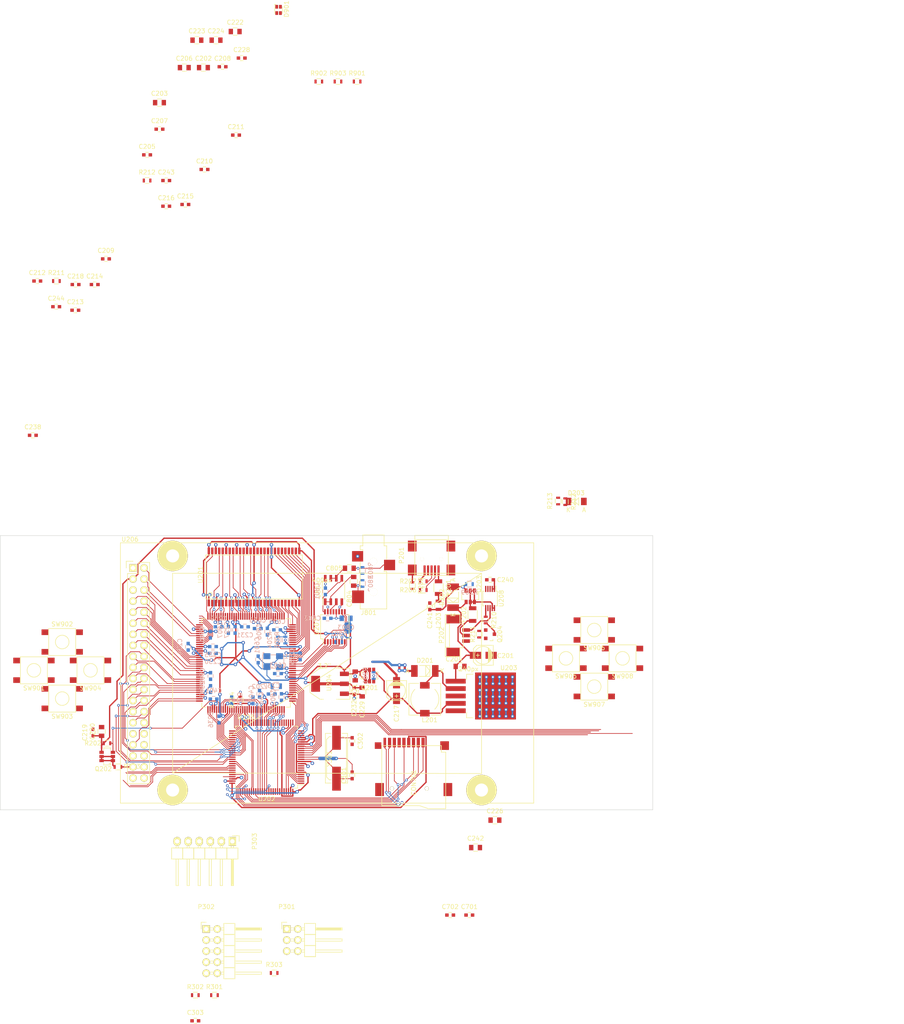
<source format=kicad_pcb>
(kicad_pcb (version 4) (host pcbnew "(2016-02-12 BZR 6554)-stable")

  (general
    (links 488)
    (no_connects 152)
    (area 52.199999 49.949999 202.300001 113.050001)
    (thickness 1.6)
    (drawings 4)
    (tracks 1712)
    (zones 0)
    (modules 131)
    (nets 208)
  )

  (page A4)
  (layers
    (0 F.Cu signal)
    (31 B.Cu signal)
    (32 B.Adhes user)
    (33 F.Adhes user)
    (34 B.Paste user)
    (35 F.Paste user)
    (36 B.SilkS user)
    (37 F.SilkS user)
    (38 B.Mask user)
    (39 F.Mask user)
    (40 Dwgs.User user)
    (41 Cmts.User user)
    (42 Eco1.User user)
    (43 Eco2.User user)
    (44 Edge.Cuts user)
    (45 Margin user)
    (46 B.CrtYd user)
    (47 F.CrtYd user)
    (48 B.Fab user)
    (49 F.Fab user hide)
  )

  (setup
    (last_trace_width 0.1524)
    (user_trace_width 0.1524)
    (user_trace_width 0.2)
    (user_trace_width 0.3)
    (user_trace_width 0.4)
    (user_trace_width 0.5)
    (trace_clearance 0.153)
    (zone_clearance 0.25)
    (zone_45_only no)
    (trace_min 0.1524)
    (segment_width 0.2)
    (edge_width 0.1)
    (via_size 0.6096)
    (via_drill 0.3048)
    (via_min_size 0.6096)
    (via_min_drill 0.3048)
    (user_via 0.6096 0.3048)
    (user_via 0.8 0.4)
    (user_via 1 0.6)
    (uvia_size 0.3048)
    (uvia_drill 0.1)
    (uvias_allowed no)
    (uvia_min_size 0.2)
    (uvia_min_drill 0.1)
    (pcb_text_width 0.3)
    (pcb_text_size 1.5 1.5)
    (mod_edge_width 0.15)
    (mod_text_size 1 1)
    (mod_text_width 0.15)
    (pad_size 9.4 10.8)
    (pad_drill 0)
    (pad_to_mask_clearance 0)
    (aux_axis_origin 0 0)
    (visible_elements FFFFFF7F)
    (pcbplotparams
      (layerselection 0x00030_ffffffff)
      (usegerberextensions false)
      (excludeedgelayer true)
      (linewidth 0.100000)
      (plotframeref false)
      (viasonmask false)
      (mode 1)
      (useauxorigin false)
      (hpglpennumber 1)
      (hpglpenspeed 20)
      (hpglpendiameter 15)
      (psnegative false)
      (psa4output false)
      (plotreference true)
      (plotvalue true)
      (plotinvisibletext false)
      (padsonsilk false)
      (subtractmaskfromsilk false)
      (outputformat 1)
      (mirror false)
      (drillshape 1)
      (scaleselection 1)
      (outputdirectory ""))
  )

  (net 0 "")
  (net 1 VSYS)
  (net 2 GND)
  (net 3 VSTM33)
  (net 4 /powersupply/VCAP1)
  (net 5 /powersupply/VCAP2)
  (net 6 VFPGA33)
  (net 7 +1V2)
  (net 8 VUSB)
  (net 9 /debug/OSCIN)
  (net 10 /debug/OSCOUT)
  (net 11 /audio/DACVREF)
  (net 12 /audio/AOUTL)
  (net 13 /audio/FBL)
  (net 14 /audio/AOUTR)
  (net 15 /audio/FBR)
  (net 16 /FSMC/SDIO_CMD)
  (net 17 /sdcard/SDIO_D3)
  (net 18 /sdcard/SDIO_D2)
  (net 19 /sdcard/SDIO_CLK)
  (net 20 /sdcard/SDIO_D0)
  (net 21 /sdcard/SDIO_D1)
  (net 22 /sdcard/SDCARD_DETECT)
  (net 23 /powersupply/SYS_VOLTAGE)
  (net 24 "Net-(D901-Pad2)")
  (net 25 "Net-(D901-Pad4)")
  (net 26 "Net-(D901-Pad3)")
  (net 27 "Net-(F201-Pad1)")
  (net 28 "Net-(F201-Pad2)")
  (net 29 VBAT)
  (net 30 "Net-(P201-Pad4)")
  (net 31 /powersupply/THERM)
  (net 32 /debug/NRST)
  (net 33 /debug/BOOT0)
  (net 34 /FSMC/BOOT1)
  (net 35 /debug/FTCK)
  (net 36 /debug/FTMS)
  (net 37 /debug/FTDI)
  (net 38 /debug/FTDO)
  (net 39 "Net-(P302-Pad8)")
  (net 40 "Net-(P302-Pad10)")
  (net 41 /debug/JTCK)
  (net 42 /debug/JTMS)
  (net 43 /debug/JTDI)
  (net 44 /FSMC/JTDO)
  (net 45 /FSMC/JRST_N)
  (net 46 /powersupply/FPGA_ENABLE_N)
  (net 47 "Net-(Q202-Pad1)")
  (net 48 /FSMC/BACKLIGHT_EN_N)
  (net 49 /powersupply/CHARGE_ENABLE)
  (net 50 /powersupply/PROG_SWITCHED)
  (net 51 /powersupply/TOE)
  (net 52 /powersupply/CFG0)
  (net 53 /powersupply/CHG_ACTIVE_N)
  (net 54 /powersupply/USB_PRESENT_N)
  (net 55 /powersupply/PROG)
  (net 56 /userif/RGBLED0)
  (net 57 /userif/RGBLED1)
  (net 58 /userif/RGBLED2)
  (net 59 /userif/SW_LEFT)
  (net 60 /userif/SW_UP)
  (net 61 /userif/SW_DOWN)
  (net 62 /userif/SW_RIGHT)
  (net 63 /sdcard/SW_B)
  (net 64 /sdcard/SW_A)
  (net 65 /sdcard/SW_C)
  (net 66 /sdcard/SW_D)
  (net 67 /sdram/DQ0)
  (net 68 /sdram/DQ1)
  (net 69 /sdram/DQ2)
  (net 70 /sdram/DQ3)
  (net 71 /sdram/DQ4)
  (net 72 /sdram/DQ5)
  (net 73 /sdram/DQ6)
  (net 74 /sdram/DQ7)
  (net 75 /sdram/DQML)
  (net 76 /sdram/WE)
  (net 77 /sdram/CAS)
  (net 78 /sdram/RAS)
  (net 79 /sdram/CS)
  (net 80 /sdram/BA0)
  (net 81 /sdram/BA1)
  (net 82 /sdram/A10)
  (net 83 /sdram/A0)
  (net 84 /sdram/A1)
  (net 85 /sdram/A2)
  (net 86 /sdram/A3)
  (net 87 /sdram/A4)
  (net 88 /sdram/A5)
  (net 89 /sdram/A6)
  (net 90 /sdram/A7)
  (net 91 /sdram/A8)
  (net 92 /sdram/A9)
  (net 93 /sdram/A11)
  (net 94 "Net-(U201-Pad36)")
  (net 95 /sdram/CKE)
  (net 96 /sdram/CLK)
  (net 97 /sdram/DQMH)
  (net 98 "Net-(U201-Pad40)")
  (net 99 /sdram/DQ8)
  (net 100 /sdram/DQ9)
  (net 101 /sdram/DQ10)
  (net 102 /sdram/DQ11)
  (net 103 /sdram/DQ12)
  (net 104 /sdram/DQ13)
  (net 105 /sdram/DQ14)
  (net 106 /sdram/DQ15)
  (net 107 /FSMC/A23)
  (net 108 /FSMC/A19)
  (net 109 /FSMC/A20)
  (net 110 /FSMC/A21)
  (net 111 /FSMC/A22)
  (net 112 "Net-(U202-Pad7)")
  (net 113 "Net-(U202-Pad8)")
  (net 114 "Net-(U202-Pad9)")
  (net 115 "Net-(U202-Pad34)")
  (net 116 "Net-(U202-Pad35)")
  (net 117 "Net-(U202-Pad36)")
  (net 118 /FSMC/DA4)
  (net 119 /FSMC/DA5)
  (net 120 /FSMC/DA6)
  (net 121 /FSMC/DA7)
  (net 122 /FSMC/DA8)
  (net 123 /FSMC/DA9)
  (net 124 /FSMC/DA10)
  (net 125 /FSMC/DA11)
  (net 126 /FSMC/DA12)
  (net 127 "Net-(U202-Pad47)")
  (net 128 "Net-(U202-Pad48)")
  (net 129 /FSMC/T_CS)
  (net 130 /FSMC/T_CLK)
  (net 131 /FSMC/T_DOUT)
  (net 132 /FSMC/T_DIN)
  (net 133 /FSMC/DA13)
  (net 134 /FSMC/DA14)
  (net 135 /FSMC/DA15)
  (net 136 /FSMC/A16)
  (net 137 /FSMC/A17)
  (net 138 /FSMC/A18)
  (net 139 /FSMC/DA0)
  (net 140 /FSMC/DA1)
  (net 141 /display/T_BUSY)
  (net 142 /display/T_IRQ)
  (net 143 /FSMC/DA2)
  (net 144 /FSMC/DA3)
  (net 145 /FSMC/CLK)
  (net 146 /FSMC/OE_N)
  (net 147 /FSMC/WE_N)
  (net 148 /FSMC/WAIT_N)
  (net 149 /FSMC/E1_N)
  (net 150 "Net-(U202-Pad91)")
  (net 151 "Net-(U202-Pad92)")
  (net 152 /FSMC/ADV_N)
  (net 153 "Net-(U202-Pad96)")
  (net 154 /FSMC/BL0_N)
  (net 155 /FSMC/BL1_N)
  (net 156 /audio/L3MODE)
  (net 157 /audio/ADATA)
  (net 158 /audio/L3DATA)
  (net 159 /audio/ACLK)
  (net 160 /sdram/CLK_50M)
  (net 161 /audio/AWS)
  (net 162 /audio/ABCK)
  (net 163 /display/DB0)
  (net 164 /display/DB1)
  (net 165 /display/DB2)
  (net 166 /display/RS)
  (net 167 /display/DB3)
  (net 168 /display/WR)
  (net 169 /display/DB4)
  (net 170 /display/RD)
  (net 171 /display/DB5)
  (net 172 /display/DB8)
  (net 173 /display/DB6)
  (net 174 /display/DB9)
  (net 175 /display/DB7)
  (net 176 /display/DB10)
  (net 177 /display/DB11)
  (net 178 /display/DB12)
  (net 179 /display/DB13)
  (net 180 /display/DB14)
  (net 181 /display/DB15)
  (net 182 /display/CS)
  (net 183 /display/RST)
  (net 184 "Net-(U206-Pad5)")
  (net 185 "Net-(U206-Pad30)")
  (net 186 "Net-(U206-Pad31)")
  (net 187 "Net-(U206-Pad32)")
  (net 188 "Net-(U206-Pad34)")
  (net 189 "Net-(U206-Pad35)")
  (net 190 "Net-(U206-Pad36)")
  (net 191 "Net-(U206-Pad38)")
  (net 192 "Net-(U206-Pad39)")
  (net 193 "Net-(U206-Pad40)")
  (net 194 /audio/DACL)
  (net 195 /audio/DACR)
  (net 196 "Net-(U208-Pad4)")
  (net 197 /powersupply/LSout)
  (net 198 /powersupply/SSout)
  (net 199 /powersupply/D-)
  (net 200 /powersupply/D+)
  (net 201 /powersupply/B+)
  (net 202 "Net-(U202-Pad33)")
  (net 203 "Net-(X601-Pad1)")
  (net 204 /audio/APPSEL)
  (net 205 /debug/FRST)
  (net 206 /powersupply/USHLD)
  (net 207 /powersupply/BL)

  (net_class Default "This is the default net class."
    (clearance 0.153)
    (trace_width 0.1524)
    (via_dia 0.6096)
    (via_drill 0.3048)
    (uvia_dia 0.3048)
    (uvia_drill 0.1)
    (add_net +1V2)
    (add_net /FSMC/A16)
    (add_net /FSMC/A17)
    (add_net /FSMC/A18)
    (add_net /FSMC/A19)
    (add_net /FSMC/A20)
    (add_net /FSMC/A21)
    (add_net /FSMC/A22)
    (add_net /FSMC/A23)
    (add_net /FSMC/ADV_N)
    (add_net /FSMC/BACKLIGHT_EN_N)
    (add_net /FSMC/BL0_N)
    (add_net /FSMC/BL1_N)
    (add_net /FSMC/BOOT1)
    (add_net /FSMC/CLK)
    (add_net /FSMC/DA0)
    (add_net /FSMC/DA1)
    (add_net /FSMC/DA10)
    (add_net /FSMC/DA11)
    (add_net /FSMC/DA12)
    (add_net /FSMC/DA13)
    (add_net /FSMC/DA14)
    (add_net /FSMC/DA15)
    (add_net /FSMC/DA2)
    (add_net /FSMC/DA3)
    (add_net /FSMC/DA4)
    (add_net /FSMC/DA5)
    (add_net /FSMC/DA6)
    (add_net /FSMC/DA7)
    (add_net /FSMC/DA8)
    (add_net /FSMC/DA9)
    (add_net /FSMC/E1_N)
    (add_net /FSMC/JRST_N)
    (add_net /FSMC/JTDO)
    (add_net /FSMC/OE_N)
    (add_net /FSMC/SDIO_CMD)
    (add_net /FSMC/T_CLK)
    (add_net /FSMC/T_CS)
    (add_net /FSMC/T_DIN)
    (add_net /FSMC/T_DOUT)
    (add_net /FSMC/WAIT_N)
    (add_net /FSMC/WE_N)
    (add_net /audio/ABCK)
    (add_net /audio/ACLK)
    (add_net /audio/ADATA)
    (add_net /audio/AOUTL)
    (add_net /audio/AOUTR)
    (add_net /audio/APPSEL)
    (add_net /audio/AWS)
    (add_net /audio/DACL)
    (add_net /audio/DACR)
    (add_net /audio/DACVREF)
    (add_net /audio/FBL)
    (add_net /audio/FBR)
    (add_net /audio/L3DATA)
    (add_net /audio/L3MODE)
    (add_net /debug/BOOT0)
    (add_net /debug/FRST)
    (add_net /debug/FTCK)
    (add_net /debug/FTDI)
    (add_net /debug/FTDO)
    (add_net /debug/FTMS)
    (add_net /debug/JTCK)
    (add_net /debug/JTDI)
    (add_net /debug/JTMS)
    (add_net /debug/NRST)
    (add_net /debug/OSCIN)
    (add_net /debug/OSCOUT)
    (add_net /display/CS)
    (add_net /display/DB0)
    (add_net /display/DB1)
    (add_net /display/DB10)
    (add_net /display/DB11)
    (add_net /display/DB12)
    (add_net /display/DB13)
    (add_net /display/DB14)
    (add_net /display/DB15)
    (add_net /display/DB2)
    (add_net /display/DB3)
    (add_net /display/DB4)
    (add_net /display/DB5)
    (add_net /display/DB6)
    (add_net /display/DB7)
    (add_net /display/DB8)
    (add_net /display/DB9)
    (add_net /display/RD)
    (add_net /display/RS)
    (add_net /display/RST)
    (add_net /display/T_BUSY)
    (add_net /display/T_IRQ)
    (add_net /display/WR)
    (add_net /powersupply/B+)
    (add_net /powersupply/BL)
    (add_net /powersupply/CFG0)
    (add_net /powersupply/CHARGE_ENABLE)
    (add_net /powersupply/CHG_ACTIVE_N)
    (add_net /powersupply/D+)
    (add_net /powersupply/D-)
    (add_net /powersupply/FPGA_ENABLE_N)
    (add_net /powersupply/LSout)
    (add_net /powersupply/PROG)
    (add_net /powersupply/PROG_SWITCHED)
    (add_net /powersupply/SSout)
    (add_net /powersupply/SYS_VOLTAGE)
    (add_net /powersupply/THERM)
    (add_net /powersupply/TOE)
    (add_net /powersupply/USB_PRESENT_N)
    (add_net /powersupply/USHLD)
    (add_net /powersupply/VCAP1)
    (add_net /powersupply/VCAP2)
    (add_net /sdcard/SDCARD_DETECT)
    (add_net /sdcard/SDIO_CLK)
    (add_net /sdcard/SDIO_D0)
    (add_net /sdcard/SDIO_D1)
    (add_net /sdcard/SDIO_D2)
    (add_net /sdcard/SDIO_D3)
    (add_net /sdcard/SW_A)
    (add_net /sdcard/SW_B)
    (add_net /sdcard/SW_C)
    (add_net /sdcard/SW_D)
    (add_net /sdram/A0)
    (add_net /sdram/A1)
    (add_net /sdram/A10)
    (add_net /sdram/A11)
    (add_net /sdram/A2)
    (add_net /sdram/A3)
    (add_net /sdram/A4)
    (add_net /sdram/A5)
    (add_net /sdram/A6)
    (add_net /sdram/A7)
    (add_net /sdram/A8)
    (add_net /sdram/A9)
    (add_net /sdram/BA0)
    (add_net /sdram/BA1)
    (add_net /sdram/CAS)
    (add_net /sdram/CKE)
    (add_net /sdram/CLK)
    (add_net /sdram/CLK_50M)
    (add_net /sdram/CS)
    (add_net /sdram/DQ0)
    (add_net /sdram/DQ1)
    (add_net /sdram/DQ10)
    (add_net /sdram/DQ11)
    (add_net /sdram/DQ12)
    (add_net /sdram/DQ13)
    (add_net /sdram/DQ14)
    (add_net /sdram/DQ15)
    (add_net /sdram/DQ2)
    (add_net /sdram/DQ3)
    (add_net /sdram/DQ4)
    (add_net /sdram/DQ5)
    (add_net /sdram/DQ6)
    (add_net /sdram/DQ7)
    (add_net /sdram/DQ8)
    (add_net /sdram/DQ9)
    (add_net /sdram/DQMH)
    (add_net /sdram/DQML)
    (add_net /sdram/RAS)
    (add_net /sdram/WE)
    (add_net /userif/RGBLED0)
    (add_net /userif/RGBLED1)
    (add_net /userif/RGBLED2)
    (add_net /userif/SW_DOWN)
    (add_net /userif/SW_LEFT)
    (add_net /userif/SW_RIGHT)
    (add_net /userif/SW_UP)
    (add_net GND)
    (add_net "Net-(D901-Pad2)")
    (add_net "Net-(D901-Pad3)")
    (add_net "Net-(D901-Pad4)")
    (add_net "Net-(F201-Pad1)")
    (add_net "Net-(F201-Pad2)")
    (add_net "Net-(P201-Pad4)")
    (add_net "Net-(P302-Pad10)")
    (add_net "Net-(P302-Pad8)")
    (add_net "Net-(Q202-Pad1)")
    (add_net "Net-(U201-Pad36)")
    (add_net "Net-(U201-Pad40)")
    (add_net "Net-(U202-Pad33)")
    (add_net "Net-(U202-Pad34)")
    (add_net "Net-(U202-Pad35)")
    (add_net "Net-(U202-Pad36)")
    (add_net "Net-(U202-Pad47)")
    (add_net "Net-(U202-Pad48)")
    (add_net "Net-(U202-Pad7)")
    (add_net "Net-(U202-Pad8)")
    (add_net "Net-(U202-Pad9)")
    (add_net "Net-(U202-Pad91)")
    (add_net "Net-(U202-Pad92)")
    (add_net "Net-(U202-Pad96)")
    (add_net "Net-(U206-Pad30)")
    (add_net "Net-(U206-Pad31)")
    (add_net "Net-(U206-Pad32)")
    (add_net "Net-(U206-Pad34)")
    (add_net "Net-(U206-Pad35)")
    (add_net "Net-(U206-Pad36)")
    (add_net "Net-(U206-Pad38)")
    (add_net "Net-(U206-Pad39)")
    (add_net "Net-(U206-Pad40)")
    (add_net "Net-(U206-Pad5)")
    (add_net "Net-(U208-Pad4)")
    (add_net "Net-(X601-Pad1)")
    (add_net VBAT)
    (add_net VFPGA33)
    (add_net VSTM33)
    (add_net VSYS)
    (add_net VUSB)
  )

  (module Capacitors_SMD:c_elec_4x4.5 (layer F.Cu) (tedit 55725C01) (tstamp 56D850F1)
    (at 163.3 77.5 180)
    (descr "SMT capacitor, aluminium electrolytic, 4x4.5")
    (path /563244F7/56C2EA4B)
    (attr smd)
    (fp_text reference C201 (at -5.1 -0.1 180) (layer F.SilkS)
      (effects (font (size 1 1) (thickness 0.15)))
    )
    (fp_text value 220u (at 0 3.175 180) (layer F.Fab)
      (effects (font (size 1 1) (thickness 0.15)))
    )
    (fp_line (start -3.35 2.65) (end 3.35 2.65) (layer F.CrtYd) (width 0.05))
    (fp_line (start 3.35 -2.65) (end -3.35 -2.65) (layer F.CrtYd) (width 0.05))
    (fp_line (start -3.35 -2.65) (end -3.35 2.65) (layer F.CrtYd) (width 0.05))
    (fp_line (start 3.35 2.65) (end 3.35 -2.65) (layer F.CrtYd) (width 0.05))
    (fp_line (start 1.651 0) (end 0.889 0) (layer F.SilkS) (width 0.15))
    (fp_line (start 1.27 -0.381) (end 1.27 0.381) (layer F.SilkS) (width 0.15))
    (fp_line (start 1.524 2.286) (end -2.286 2.286) (layer F.SilkS) (width 0.15))
    (fp_line (start 2.286 -1.524) (end 2.286 1.524) (layer F.SilkS) (width 0.15))
    (fp_line (start 1.524 2.286) (end 2.286 1.524) (layer F.SilkS) (width 0.15))
    (fp_line (start 1.524 -2.286) (end -2.286 -2.286) (layer F.SilkS) (width 0.15))
    (fp_line (start 1.524 -2.286) (end 2.286 -1.524) (layer F.SilkS) (width 0.15))
    (fp_line (start -2.032 0.127) (end -2.032 -0.127) (layer F.SilkS) (width 0.15))
    (fp_line (start -1.905 -0.635) (end -1.905 0.635) (layer F.SilkS) (width 0.15))
    (fp_line (start -1.778 0.889) (end -1.778 -0.889) (layer F.SilkS) (width 0.15))
    (fp_line (start -1.651 1.143) (end -1.651 -1.143) (layer F.SilkS) (width 0.15))
    (fp_line (start -1.524 -1.27) (end -1.524 1.27) (layer F.SilkS) (width 0.15))
    (fp_line (start -1.397 1.397) (end -1.397 -1.397) (layer F.SilkS) (width 0.15))
    (fp_line (start -1.27 -1.524) (end -1.27 1.524) (layer F.SilkS) (width 0.15))
    (fp_line (start -1.143 -1.651) (end -1.143 1.651) (layer F.SilkS) (width 0.15))
    (fp_line (start -2.286 -2.286) (end -2.286 2.286) (layer F.SilkS) (width 0.15))
    (fp_circle (center 0 0) (end -2.032 0) (layer F.SilkS) (width 0.15))
    (pad 1 smd rect (at 1.80086 0 180) (size 2.60096 1.6002) (layers F.Cu F.Paste F.Mask)
      (net 1 VSYS))
    (pad 2 smd rect (at -1.80086 0 180) (size 2.60096 1.6002) (layers F.Cu F.Paste F.Mask)
      (net 2 GND))
    (model Capacitors_SMD.3dshapes/c_elec_4x4.5.wrl
      (at (xyz 0 0 0))
      (scale (xyz 1 1 1))
      (rotate (xyz 0 0 0))
    )
  )

  (module Capacitors_SMD:C_0805 (layer F.Cu) (tedit 5415D6EA) (tstamp 56D850FD)
    (at 98.957546 -57.539378)
    (descr "Capacitor SMD 0805, reflow soldering, AVX (see smccp.pdf)")
    (tags "capacitor 0805")
    (path /563244F7/56C52C65)
    (attr smd)
    (fp_text reference C202 (at 0 -2.1) (layer F.SilkS)
      (effects (font (size 1 1) (thickness 0.15)))
    )
    (fp_text value 10u (at 0 2.1) (layer F.Fab)
      (effects (font (size 1 1) (thickness 0.15)))
    )
    (fp_line (start -1.8 -1) (end 1.8 -1) (layer F.CrtYd) (width 0.05))
    (fp_line (start -1.8 1) (end 1.8 1) (layer F.CrtYd) (width 0.05))
    (fp_line (start -1.8 -1) (end -1.8 1) (layer F.CrtYd) (width 0.05))
    (fp_line (start 1.8 -1) (end 1.8 1) (layer F.CrtYd) (width 0.05))
    (fp_line (start 0.5 -0.85) (end -0.5 -0.85) (layer F.SilkS) (width 0.15))
    (fp_line (start -0.5 0.85) (end 0.5 0.85) (layer F.SilkS) (width 0.15))
    (pad 1 smd rect (at -1 0) (size 1 1.25) (layers F.Cu F.Paste F.Mask)
      (net 3 VSTM33))
    (pad 2 smd rect (at 1 0) (size 1 1.25) (layers F.Cu F.Paste F.Mask)
      (net 2 GND))
    (model Capacitors_SMD.3dshapes/C_0805.wrl
      (at (xyz 0 0 0))
      (scale (xyz 1 1 1))
      (rotate (xyz 0 0 0))
    )
  )

  (module Capacitors_SMD:C_0805 (layer F.Cu) (tedit 5415D6EA) (tstamp 56D85109)
    (at 88.857546 -49.489378)
    (descr "Capacitor SMD 0805, reflow soldering, AVX (see smccp.pdf)")
    (tags "capacitor 0805")
    (path /563244F7/56C5D114)
    (attr smd)
    (fp_text reference C203 (at 0 -2.1) (layer F.SilkS)
      (effects (font (size 1 1) (thickness 0.15)))
    )
    (fp_text value 2.2u (at 0 2.1) (layer F.Fab)
      (effects (font (size 1 1) (thickness 0.15)))
    )
    (fp_line (start -1.8 -1) (end 1.8 -1) (layer F.CrtYd) (width 0.05))
    (fp_line (start -1.8 1) (end 1.8 1) (layer F.CrtYd) (width 0.05))
    (fp_line (start -1.8 -1) (end -1.8 1) (layer F.CrtYd) (width 0.05))
    (fp_line (start 1.8 -1) (end 1.8 1) (layer F.CrtYd) (width 0.05))
    (fp_line (start 0.5 -0.85) (end -0.5 -0.85) (layer F.SilkS) (width 0.15))
    (fp_line (start -0.5 0.85) (end 0.5 0.85) (layer F.SilkS) (width 0.15))
    (pad 1 smd rect (at -1 0) (size 1 1.25) (layers F.Cu F.Paste F.Mask)
      (net 4 /powersupply/VCAP1))
    (pad 2 smd rect (at 1 0) (size 1 1.25) (layers F.Cu F.Paste F.Mask)
      (net 2 GND))
    (model Capacitors_SMD.3dshapes/C_0805.wrl
      (at (xyz 0 0 0))
      (scale (xyz 1 1 1))
      (rotate (xyz 0 0 0))
    )
  )

  (module Capacitors_SMD:C_0805 (layer F.Cu) (tedit 5415D6EA) (tstamp 56D85115)
    (at 157.95 80.05)
    (descr "Capacitor SMD 0805, reflow soldering, AVX (see smccp.pdf)")
    (tags "capacitor 0805")
    (path /563244F7/56324973)
    (attr smd)
    (fp_text reference C204 (at -1.4 -1.65) (layer F.SilkS)
      (effects (font (size 1 1) (thickness 0.15)))
    )
    (fp_text value 10u (at 0 2.1) (layer F.Fab)
      (effects (font (size 1 1) (thickness 0.15)))
    )
    (fp_line (start -1.8 -1) (end 1.8 -1) (layer F.CrtYd) (width 0.05))
    (fp_line (start -1.8 1) (end 1.8 1) (layer F.CrtYd) (width 0.05))
    (fp_line (start -1.8 -1) (end -1.8 1) (layer F.CrtYd) (width 0.05))
    (fp_line (start 1.8 -1) (end 1.8 1) (layer F.CrtYd) (width 0.05))
    (fp_line (start 0.5 -0.85) (end -0.5 -0.85) (layer F.SilkS) (width 0.15))
    (fp_line (start -0.5 0.85) (end 0.5 0.85) (layer F.SilkS) (width 0.15))
    (pad 1 smd rect (at -1 0) (size 1 1.25) (layers F.Cu F.Paste F.Mask)
      (net 1 VSYS))
    (pad 2 smd rect (at 1 0) (size 1 1.25) (layers F.Cu F.Paste F.Mask)
      (net 2 GND))
    (model Capacitors_SMD.3dshapes/C_0805.wrl
      (at (xyz 0 0 0))
      (scale (xyz 1 1 1))
      (rotate (xyz 0 0 0))
    )
  )

  (module Capacitors_SMD:C_0603 (layer F.Cu) (tedit 5415D631) (tstamp 56D85121)
    (at 86.007546 -37.489378)
    (descr "Capacitor SMD 0603, reflow soldering, AVX (see smccp.pdf)")
    (tags "capacitor 0603")
    (path /563244F7/56C50D95)
    (attr smd)
    (fp_text reference C205 (at 0 -1.9) (layer F.SilkS)
      (effects (font (size 1 1) (thickness 0.15)))
    )
    (fp_text value 100n (at 0 1.9) (layer F.Fab)
      (effects (font (size 1 1) (thickness 0.15)))
    )
    (fp_line (start -1.45 -0.75) (end 1.45 -0.75) (layer F.CrtYd) (width 0.05))
    (fp_line (start -1.45 0.75) (end 1.45 0.75) (layer F.CrtYd) (width 0.05))
    (fp_line (start -1.45 -0.75) (end -1.45 0.75) (layer F.CrtYd) (width 0.05))
    (fp_line (start 1.45 -0.75) (end 1.45 0.75) (layer F.CrtYd) (width 0.05))
    (fp_line (start -0.35 -0.6) (end 0.35 -0.6) (layer F.SilkS) (width 0.15))
    (fp_line (start 0.35 0.6) (end -0.35 0.6) (layer F.SilkS) (width 0.15))
    (pad 1 smd rect (at -0.75 0) (size 0.8 0.75) (layers F.Cu F.Paste F.Mask)
      (net 3 VSTM33))
    (pad 2 smd rect (at 0.75 0) (size 0.8 0.75) (layers F.Cu F.Paste F.Mask)
      (net 2 GND))
    (model Capacitors_SMD.3dshapes/C_0603.wrl
      (at (xyz 0 0 0))
      (scale (xyz 1 1 1))
      (rotate (xyz 0 0 0))
    )
  )

  (module Capacitors_SMD:C_0805 (layer F.Cu) (tedit 5415D6EA) (tstamp 56D8512D)
    (at 94.557546 -57.539378)
    (descr "Capacitor SMD 0805, reflow soldering, AVX (see smccp.pdf)")
    (tags "capacitor 0805")
    (path /563244F7/56C5C319)
    (attr smd)
    (fp_text reference C206 (at 0 -2.1) (layer F.SilkS)
      (effects (font (size 1 1) (thickness 0.15)))
    )
    (fp_text value 2.2u (at 0 2.1) (layer F.Fab)
      (effects (font (size 1 1) (thickness 0.15)))
    )
    (fp_line (start -1.8 -1) (end 1.8 -1) (layer F.CrtYd) (width 0.05))
    (fp_line (start -1.8 1) (end 1.8 1) (layer F.CrtYd) (width 0.05))
    (fp_line (start -1.8 -1) (end -1.8 1) (layer F.CrtYd) (width 0.05))
    (fp_line (start 1.8 -1) (end 1.8 1) (layer F.CrtYd) (width 0.05))
    (fp_line (start 0.5 -0.85) (end -0.5 -0.85) (layer F.SilkS) (width 0.15))
    (fp_line (start -0.5 0.85) (end 0.5 0.85) (layer F.SilkS) (width 0.15))
    (pad 1 smd rect (at -1 0) (size 1 1.25) (layers F.Cu F.Paste F.Mask)
      (net 5 /powersupply/VCAP2))
    (pad 2 smd rect (at 1 0) (size 1 1.25) (layers F.Cu F.Paste F.Mask)
      (net 2 GND))
    (model Capacitors_SMD.3dshapes/C_0805.wrl
      (at (xyz 0 0 0))
      (scale (xyz 1 1 1))
      (rotate (xyz 0 0 0))
    )
  )

  (module Capacitors_SMD:C_0603 (layer F.Cu) (tedit 5415D631) (tstamp 56D85139)
    (at 88.857546 -43.389378)
    (descr "Capacitor SMD 0603, reflow soldering, AVX (see smccp.pdf)")
    (tags "capacitor 0603")
    (path /563244F7/56C5067D)
    (attr smd)
    (fp_text reference C207 (at 0 -1.9) (layer F.SilkS)
      (effects (font (size 1 1) (thickness 0.15)))
    )
    (fp_text value 100n (at 0 1.9) (layer F.Fab)
      (effects (font (size 1 1) (thickness 0.15)))
    )
    (fp_line (start -1.45 -0.75) (end 1.45 -0.75) (layer F.CrtYd) (width 0.05))
    (fp_line (start -1.45 0.75) (end 1.45 0.75) (layer F.CrtYd) (width 0.05))
    (fp_line (start -1.45 -0.75) (end -1.45 0.75) (layer F.CrtYd) (width 0.05))
    (fp_line (start 1.45 -0.75) (end 1.45 0.75) (layer F.CrtYd) (width 0.05))
    (fp_line (start -0.35 -0.6) (end 0.35 -0.6) (layer F.SilkS) (width 0.15))
    (fp_line (start 0.35 0.6) (end -0.35 0.6) (layer F.SilkS) (width 0.15))
    (pad 1 smd rect (at -0.75 0) (size 0.8 0.75) (layers F.Cu F.Paste F.Mask)
      (net 3 VSTM33))
    (pad 2 smd rect (at 0.75 0) (size 0.8 0.75) (layers F.Cu F.Paste F.Mask)
      (net 2 GND))
    (model Capacitors_SMD.3dshapes/C_0603.wrl
      (at (xyz 0 0 0))
      (scale (xyz 1 1 1))
      (rotate (xyz 0 0 0))
    )
  )

  (module Capacitors_SMD:C_0603 (layer F.Cu) (tedit 5415D631) (tstamp 56D85145)
    (at 103.357546 -57.739378)
    (descr "Capacitor SMD 0603, reflow soldering, AVX (see smccp.pdf)")
    (tags "capacitor 0603")
    (path /563244F7/56C50683)
    (attr smd)
    (fp_text reference C208 (at 0 -1.9) (layer F.SilkS)
      (effects (font (size 1 1) (thickness 0.15)))
    )
    (fp_text value 100n (at 0 1.9) (layer F.Fab)
      (effects (font (size 1 1) (thickness 0.15)))
    )
    (fp_line (start -1.45 -0.75) (end 1.45 -0.75) (layer F.CrtYd) (width 0.05))
    (fp_line (start -1.45 0.75) (end 1.45 0.75) (layer F.CrtYd) (width 0.05))
    (fp_line (start -1.45 -0.75) (end -1.45 0.75) (layer F.CrtYd) (width 0.05))
    (fp_line (start 1.45 -0.75) (end 1.45 0.75) (layer F.CrtYd) (width 0.05))
    (fp_line (start -0.35 -0.6) (end 0.35 -0.6) (layer F.SilkS) (width 0.15))
    (fp_line (start 0.35 0.6) (end -0.35 0.6) (layer F.SilkS) (width 0.15))
    (pad 1 smd rect (at -0.75 0) (size 0.8 0.75) (layers F.Cu F.Paste F.Mask)
      (net 3 VSTM33))
    (pad 2 smd rect (at 0.75 0) (size 0.8 0.75) (layers F.Cu F.Paste F.Mask)
      (net 2 GND))
    (model Capacitors_SMD.3dshapes/C_0603.wrl
      (at (xyz 0 0 0))
      (scale (xyz 1 1 1))
      (rotate (xyz 0 0 0))
    )
  )

  (module Capacitors_SMD:C_0603 (layer F.Cu) (tedit 5415D631) (tstamp 56D85151)
    (at 76.557546 -13.589378)
    (descr "Capacitor SMD 0603, reflow soldering, AVX (see smccp.pdf)")
    (tags "capacitor 0603")
    (path /563244F7/56C50689)
    (attr smd)
    (fp_text reference C209 (at 0 -1.9) (layer F.SilkS)
      (effects (font (size 1 1) (thickness 0.15)))
    )
    (fp_text value 100n (at 0 1.9) (layer F.Fab)
      (effects (font (size 1 1) (thickness 0.15)))
    )
    (fp_line (start -1.45 -0.75) (end 1.45 -0.75) (layer F.CrtYd) (width 0.05))
    (fp_line (start -1.45 0.75) (end 1.45 0.75) (layer F.CrtYd) (width 0.05))
    (fp_line (start -1.45 -0.75) (end -1.45 0.75) (layer F.CrtYd) (width 0.05))
    (fp_line (start 1.45 -0.75) (end 1.45 0.75) (layer F.CrtYd) (width 0.05))
    (fp_line (start -0.35 -0.6) (end 0.35 -0.6) (layer F.SilkS) (width 0.15))
    (fp_line (start 0.35 0.6) (end -0.35 0.6) (layer F.SilkS) (width 0.15))
    (pad 1 smd rect (at -0.75 0) (size 0.8 0.75) (layers F.Cu F.Paste F.Mask)
      (net 3 VSTM33))
    (pad 2 smd rect (at 0.75 0) (size 0.8 0.75) (layers F.Cu F.Paste F.Mask)
      (net 2 GND))
    (model Capacitors_SMD.3dshapes/C_0603.wrl
      (at (xyz 0 0 0))
      (scale (xyz 1 1 1))
      (rotate (xyz 0 0 0))
    )
  )

  (module Capacitors_SMD:C_0603 (layer F.Cu) (tedit 5415D631) (tstamp 56D8515D)
    (at 99.207546 -34.139378)
    (descr "Capacitor SMD 0603, reflow soldering, AVX (see smccp.pdf)")
    (tags "capacitor 0603")
    (path /563244F7/56C5068F)
    (attr smd)
    (fp_text reference C210 (at 0 -1.9) (layer F.SilkS)
      (effects (font (size 1 1) (thickness 0.15)))
    )
    (fp_text value 100n (at 0 1.9) (layer F.Fab)
      (effects (font (size 1 1) (thickness 0.15)))
    )
    (fp_line (start -1.45 -0.75) (end 1.45 -0.75) (layer F.CrtYd) (width 0.05))
    (fp_line (start -1.45 0.75) (end 1.45 0.75) (layer F.CrtYd) (width 0.05))
    (fp_line (start -1.45 -0.75) (end -1.45 0.75) (layer F.CrtYd) (width 0.05))
    (fp_line (start 1.45 -0.75) (end 1.45 0.75) (layer F.CrtYd) (width 0.05))
    (fp_line (start -0.35 -0.6) (end 0.35 -0.6) (layer F.SilkS) (width 0.15))
    (fp_line (start 0.35 0.6) (end -0.35 0.6) (layer F.SilkS) (width 0.15))
    (pad 1 smd rect (at -0.75 0) (size 0.8 0.75) (layers F.Cu F.Paste F.Mask)
      (net 3 VSTM33))
    (pad 2 smd rect (at 0.75 0) (size 0.8 0.75) (layers F.Cu F.Paste F.Mask)
      (net 2 GND))
    (model Capacitors_SMD.3dshapes/C_0603.wrl
      (at (xyz 0 0 0))
      (scale (xyz 1 1 1))
      (rotate (xyz 0 0 0))
    )
  )

  (module Capacitors_SMD:C_0603 (layer F.Cu) (tedit 5415D631) (tstamp 56D85169)
    (at 106.457546 -42.029378)
    (descr "Capacitor SMD 0603, reflow soldering, AVX (see smccp.pdf)")
    (tags "capacitor 0603")
    (path /563244F7/56C786E8)
    (attr smd)
    (fp_text reference C211 (at 0 -1.9) (layer F.SilkS)
      (effects (font (size 1 1) (thickness 0.15)))
    )
    (fp_text value 100n (at 0 1.9) (layer F.Fab)
      (effects (font (size 1 1) (thickness 0.15)))
    )
    (fp_line (start -1.45 -0.75) (end 1.45 -0.75) (layer F.CrtYd) (width 0.05))
    (fp_line (start -1.45 0.75) (end 1.45 0.75) (layer F.CrtYd) (width 0.05))
    (fp_line (start -1.45 -0.75) (end -1.45 0.75) (layer F.CrtYd) (width 0.05))
    (fp_line (start 1.45 -0.75) (end 1.45 0.75) (layer F.CrtYd) (width 0.05))
    (fp_line (start -0.35 -0.6) (end 0.35 -0.6) (layer F.SilkS) (width 0.15))
    (fp_line (start 0.35 0.6) (end -0.35 0.6) (layer F.SilkS) (width 0.15))
    (pad 1 smd rect (at -0.75 0) (size 0.8 0.75) (layers F.Cu F.Paste F.Mask)
      (net 6 VFPGA33))
    (pad 2 smd rect (at 0.75 0) (size 0.8 0.75) (layers F.Cu F.Paste F.Mask)
      (net 2 GND))
    (model Capacitors_SMD.3dshapes/C_0603.wrl
      (at (xyz 0 0 0))
      (scale (xyz 1 1 1))
      (rotate (xyz 0 0 0))
    )
  )

  (module Capacitors_SMD:C_0603 (layer F.Cu) (tedit 5415D631) (tstamp 56D85175)
    (at 60.767546 -8.499378)
    (descr "Capacitor SMD 0603, reflow soldering, AVX (see smccp.pdf)")
    (tags "capacitor 0603")
    (path /563244F7/56C50695)
    (attr smd)
    (fp_text reference C212 (at 0 -1.9) (layer F.SilkS)
      (effects (font (size 1 1) (thickness 0.15)))
    )
    (fp_text value 100n (at 0 1.9) (layer F.Fab)
      (effects (font (size 1 1) (thickness 0.15)))
    )
    (fp_line (start -1.45 -0.75) (end 1.45 -0.75) (layer F.CrtYd) (width 0.05))
    (fp_line (start -1.45 0.75) (end 1.45 0.75) (layer F.CrtYd) (width 0.05))
    (fp_line (start -1.45 -0.75) (end -1.45 0.75) (layer F.CrtYd) (width 0.05))
    (fp_line (start 1.45 -0.75) (end 1.45 0.75) (layer F.CrtYd) (width 0.05))
    (fp_line (start -0.35 -0.6) (end 0.35 -0.6) (layer F.SilkS) (width 0.15))
    (fp_line (start 0.35 0.6) (end -0.35 0.6) (layer F.SilkS) (width 0.15))
    (pad 1 smd rect (at -0.75 0) (size 0.8 0.75) (layers F.Cu F.Paste F.Mask)
      (net 3 VSTM33))
    (pad 2 smd rect (at 0.75 0) (size 0.8 0.75) (layers F.Cu F.Paste F.Mask)
      (net 2 GND))
    (model Capacitors_SMD.3dshapes/C_0603.wrl
      (at (xyz 0 0 0))
      (scale (xyz 1 1 1))
      (rotate (xyz 0 0 0))
    )
  )

  (module Capacitors_SMD:C_0603 (layer F.Cu) (tedit 5415D631) (tstamp 56D85181)
    (at 69.517546 -1.789378)
    (descr "Capacitor SMD 0603, reflow soldering, AVX (see smccp.pdf)")
    (tags "capacitor 0603")
    (path /563244F7/56C786EE)
    (attr smd)
    (fp_text reference C213 (at 0 -1.9) (layer F.SilkS)
      (effects (font (size 1 1) (thickness 0.15)))
    )
    (fp_text value 100n (at 0 1.9) (layer F.Fab)
      (effects (font (size 1 1) (thickness 0.15)))
    )
    (fp_line (start -1.45 -0.75) (end 1.45 -0.75) (layer F.CrtYd) (width 0.05))
    (fp_line (start -1.45 0.75) (end 1.45 0.75) (layer F.CrtYd) (width 0.05))
    (fp_line (start -1.45 -0.75) (end -1.45 0.75) (layer F.CrtYd) (width 0.05))
    (fp_line (start 1.45 -0.75) (end 1.45 0.75) (layer F.CrtYd) (width 0.05))
    (fp_line (start -0.35 -0.6) (end 0.35 -0.6) (layer F.SilkS) (width 0.15))
    (fp_line (start 0.35 0.6) (end -0.35 0.6) (layer F.SilkS) (width 0.15))
    (pad 1 smd rect (at -0.75 0) (size 0.8 0.75) (layers F.Cu F.Paste F.Mask)
      (net 6 VFPGA33))
    (pad 2 smd rect (at 0.75 0) (size 0.8 0.75) (layers F.Cu F.Paste F.Mask)
      (net 2 GND))
    (model Capacitors_SMD.3dshapes/C_0603.wrl
      (at (xyz 0 0 0))
      (scale (xyz 1 1 1))
      (rotate (xyz 0 0 0))
    )
  )

  (module Capacitors_SMD:C_0603 (layer F.Cu) (tedit 5415D631) (tstamp 56D8518D)
    (at 73.967546 -7.689378)
    (descr "Capacitor SMD 0603, reflow soldering, AVX (see smccp.pdf)")
    (tags "capacitor 0603")
    (path /563244F7/56C5069B)
    (attr smd)
    (fp_text reference C214 (at 0 -1.9) (layer F.SilkS)
      (effects (font (size 1 1) (thickness 0.15)))
    )
    (fp_text value 100n (at 0 1.9) (layer F.Fab)
      (effects (font (size 1 1) (thickness 0.15)))
    )
    (fp_line (start -1.45 -0.75) (end 1.45 -0.75) (layer F.CrtYd) (width 0.05))
    (fp_line (start -1.45 0.75) (end 1.45 0.75) (layer F.CrtYd) (width 0.05))
    (fp_line (start -1.45 -0.75) (end -1.45 0.75) (layer F.CrtYd) (width 0.05))
    (fp_line (start 1.45 -0.75) (end 1.45 0.75) (layer F.CrtYd) (width 0.05))
    (fp_line (start -0.35 -0.6) (end 0.35 -0.6) (layer F.SilkS) (width 0.15))
    (fp_line (start 0.35 0.6) (end -0.35 0.6) (layer F.SilkS) (width 0.15))
    (pad 1 smd rect (at -0.75 0) (size 0.8 0.75) (layers F.Cu F.Paste F.Mask)
      (net 3 VSTM33))
    (pad 2 smd rect (at 0.75 0) (size 0.8 0.75) (layers F.Cu F.Paste F.Mask)
      (net 2 GND))
    (model Capacitors_SMD.3dshapes/C_0603.wrl
      (at (xyz 0 0 0))
      (scale (xyz 1 1 1))
      (rotate (xyz 0 0 0))
    )
  )

  (module Capacitors_SMD:C_0603 (layer F.Cu) (tedit 5415D631) (tstamp 56D85199)
    (at 94.807546 -26.089378)
    (descr "Capacitor SMD 0603, reflow soldering, AVX (see smccp.pdf)")
    (tags "capacitor 0603")
    (path /563244F7/56C786F4)
    (attr smd)
    (fp_text reference C215 (at 0 -1.9) (layer F.SilkS)
      (effects (font (size 1 1) (thickness 0.15)))
    )
    (fp_text value 100n (at 0 1.9) (layer F.Fab)
      (effects (font (size 1 1) (thickness 0.15)))
    )
    (fp_line (start -1.45 -0.75) (end 1.45 -0.75) (layer F.CrtYd) (width 0.05))
    (fp_line (start -1.45 0.75) (end 1.45 0.75) (layer F.CrtYd) (width 0.05))
    (fp_line (start -1.45 -0.75) (end -1.45 0.75) (layer F.CrtYd) (width 0.05))
    (fp_line (start 1.45 -0.75) (end 1.45 0.75) (layer F.CrtYd) (width 0.05))
    (fp_line (start -0.35 -0.6) (end 0.35 -0.6) (layer F.SilkS) (width 0.15))
    (fp_line (start 0.35 0.6) (end -0.35 0.6) (layer F.SilkS) (width 0.15))
    (pad 1 smd rect (at -0.75 0) (size 0.8 0.75) (layers F.Cu F.Paste F.Mask)
      (net 6 VFPGA33))
    (pad 2 smd rect (at 0.75 0) (size 0.8 0.75) (layers F.Cu F.Paste F.Mask)
      (net 2 GND))
    (model Capacitors_SMD.3dshapes/C_0603.wrl
      (at (xyz 0 0 0))
      (scale (xyz 1 1 1))
      (rotate (xyz 0 0 0))
    )
  )

  (module Capacitors_SMD:C_0603 (layer F.Cu) (tedit 5415D631) (tstamp 56D851A5)
    (at 90.407546 -25.689378)
    (descr "Capacitor SMD 0603, reflow soldering, AVX (see smccp.pdf)")
    (tags "capacitor 0603")
    (path /563244F7/56C506A1)
    (attr smd)
    (fp_text reference C216 (at 0 -1.9) (layer F.SilkS)
      (effects (font (size 1 1) (thickness 0.15)))
    )
    (fp_text value 100n (at 0 1.9) (layer F.Fab)
      (effects (font (size 1 1) (thickness 0.15)))
    )
    (fp_line (start -1.45 -0.75) (end 1.45 -0.75) (layer F.CrtYd) (width 0.05))
    (fp_line (start -1.45 0.75) (end 1.45 0.75) (layer F.CrtYd) (width 0.05))
    (fp_line (start -1.45 -0.75) (end -1.45 0.75) (layer F.CrtYd) (width 0.05))
    (fp_line (start 1.45 -0.75) (end 1.45 0.75) (layer F.CrtYd) (width 0.05))
    (fp_line (start -0.35 -0.6) (end 0.35 -0.6) (layer F.SilkS) (width 0.15))
    (fp_line (start 0.35 0.6) (end -0.35 0.6) (layer F.SilkS) (width 0.15))
    (pad 1 smd rect (at -0.75 0) (size 0.8 0.75) (layers F.Cu F.Paste F.Mask)
      (net 3 VSTM33))
    (pad 2 smd rect (at 0.75 0) (size 0.8 0.75) (layers F.Cu F.Paste F.Mask)
      (net 2 GND))
    (model Capacitors_SMD.3dshapes/C_0603.wrl
      (at (xyz 0 0 0))
      (scale (xyz 1 1 1))
      (rotate (xyz 0 0 0))
    )
  )

  (module Capacitors_SMD:c_elec_4x4.5 (layer F.Cu) (tedit 55725C01) (tstamp 56D851C0)
    (at 143.35 85.6 270)
    (descr "SMT capacitor, aluminium electrolytic, 4x4.5")
    (path /563244F7/56C2E260)
    (attr smd)
    (fp_text reference C217 (at 5.3 0 270) (layer F.SilkS)
      (effects (font (size 1 1) (thickness 0.15)))
    )
    (fp_text value 220u (at 0 3.175 270) (layer F.Fab)
      (effects (font (size 1 1) (thickness 0.15)))
    )
    (fp_line (start -3.35 2.65) (end 3.35 2.65) (layer F.CrtYd) (width 0.05))
    (fp_line (start 3.35 -2.65) (end -3.35 -2.65) (layer F.CrtYd) (width 0.05))
    (fp_line (start -3.35 -2.65) (end -3.35 2.65) (layer F.CrtYd) (width 0.05))
    (fp_line (start 3.35 2.65) (end 3.35 -2.65) (layer F.CrtYd) (width 0.05))
    (fp_line (start 1.651 0) (end 0.889 0) (layer F.SilkS) (width 0.15))
    (fp_line (start 1.27 -0.381) (end 1.27 0.381) (layer F.SilkS) (width 0.15))
    (fp_line (start 1.524 2.286) (end -2.286 2.286) (layer F.SilkS) (width 0.15))
    (fp_line (start 2.286 -1.524) (end 2.286 1.524) (layer F.SilkS) (width 0.15))
    (fp_line (start 1.524 2.286) (end 2.286 1.524) (layer F.SilkS) (width 0.15))
    (fp_line (start 1.524 -2.286) (end -2.286 -2.286) (layer F.SilkS) (width 0.15))
    (fp_line (start 1.524 -2.286) (end 2.286 -1.524) (layer F.SilkS) (width 0.15))
    (fp_line (start -2.032 0.127) (end -2.032 -0.127) (layer F.SilkS) (width 0.15))
    (fp_line (start -1.905 -0.635) (end -1.905 0.635) (layer F.SilkS) (width 0.15))
    (fp_line (start -1.778 0.889) (end -1.778 -0.889) (layer F.SilkS) (width 0.15))
    (fp_line (start -1.651 1.143) (end -1.651 -1.143) (layer F.SilkS) (width 0.15))
    (fp_line (start -1.524 -1.27) (end -1.524 1.27) (layer F.SilkS) (width 0.15))
    (fp_line (start -1.397 1.397) (end -1.397 -1.397) (layer F.SilkS) (width 0.15))
    (fp_line (start -1.27 -1.524) (end -1.27 1.524) (layer F.SilkS) (width 0.15))
    (fp_line (start -1.143 -1.651) (end -1.143 1.651) (layer F.SilkS) (width 0.15))
    (fp_line (start -2.286 -2.286) (end -2.286 2.286) (layer F.SilkS) (width 0.15))
    (fp_circle (center 0 0) (end -2.032 0) (layer F.SilkS) (width 0.15))
    (pad 1 smd rect (at 1.80086 0 270) (size 2.60096 1.6002) (layers F.Cu F.Paste F.Mask)
      (net 3 VSTM33))
    (pad 2 smd rect (at -1.80086 0 270) (size 2.60096 1.6002) (layers F.Cu F.Paste F.Mask)
      (net 2 GND))
    (model Capacitors_SMD.3dshapes/c_elec_4x4.5.wrl
      (at (xyz 0 0 0))
      (scale (xyz 1 1 1))
      (rotate (xyz 0 0 0))
    )
  )

  (module Capacitors_SMD:C_0603 (layer F.Cu) (tedit 5415D631) (tstamp 56D851CC)
    (at 69.567546 -7.689378)
    (descr "Capacitor SMD 0603, reflow soldering, AVX (see smccp.pdf)")
    (tags "capacitor 0603")
    (path /563244F7/56C78700)
    (attr smd)
    (fp_text reference C218 (at 0 -1.9) (layer F.SilkS)
      (effects (font (size 1 1) (thickness 0.15)))
    )
    (fp_text value 10n (at 0 1.9) (layer F.Fab)
      (effects (font (size 1 1) (thickness 0.15)))
    )
    (fp_line (start -1.45 -0.75) (end 1.45 -0.75) (layer F.CrtYd) (width 0.05))
    (fp_line (start -1.45 0.75) (end 1.45 0.75) (layer F.CrtYd) (width 0.05))
    (fp_line (start -1.45 -0.75) (end -1.45 0.75) (layer F.CrtYd) (width 0.05))
    (fp_line (start 1.45 -0.75) (end 1.45 0.75) (layer F.CrtYd) (width 0.05))
    (fp_line (start -0.35 -0.6) (end 0.35 -0.6) (layer F.SilkS) (width 0.15))
    (fp_line (start 0.35 0.6) (end -0.35 0.6) (layer F.SilkS) (width 0.15))
    (pad 1 smd rect (at -0.75 0) (size 0.8 0.75) (layers F.Cu F.Paste F.Mask)
      (net 6 VFPGA33))
    (pad 2 smd rect (at 0.75 0) (size 0.8 0.75) (layers F.Cu F.Paste F.Mask)
      (net 2 GND))
    (model Capacitors_SMD.3dshapes/C_0603.wrl
      (at (xyz 0 0 0))
      (scale (xyz 1 1 1))
      (rotate (xyz 0 0 0))
    )
  )

  (module Capacitors_SMD:C_0603 (layer F.Cu) (tedit 5415D631) (tstamp 56D851D8)
    (at 73.6 95.25 90)
    (descr "Capacitor SMD 0603, reflow soldering, AVX (see smccp.pdf)")
    (tags "capacitor 0603")
    (path /563244F7/56C5BFA7)
    (attr smd)
    (fp_text reference C219 (at 0 -1.9 90) (layer F.SilkS)
      (effects (font (size 1 1) (thickness 0.15)))
    )
    (fp_text value 100n (at 0 1.9 90) (layer F.Fab)
      (effects (font (size 1 1) (thickness 0.15)))
    )
    (fp_line (start -1.45 -0.75) (end 1.45 -0.75) (layer F.CrtYd) (width 0.05))
    (fp_line (start -1.45 0.75) (end 1.45 0.75) (layer F.CrtYd) (width 0.05))
    (fp_line (start -1.45 -0.75) (end -1.45 0.75) (layer F.CrtYd) (width 0.05))
    (fp_line (start 1.45 -0.75) (end 1.45 0.75) (layer F.CrtYd) (width 0.05))
    (fp_line (start -0.35 -0.6) (end 0.35 -0.6) (layer F.SilkS) (width 0.15))
    (fp_line (start 0.35 0.6) (end -0.35 0.6) (layer F.SilkS) (width 0.15))
    (pad 1 smd rect (at -0.75 0 90) (size 0.8 0.75) (layers F.Cu F.Paste F.Mask)
      (net 6 VFPGA33))
    (pad 2 smd rect (at 0.75 0 90) (size 0.8 0.75) (layers F.Cu F.Paste F.Mask)
      (net 2 GND))
    (model Capacitors_SMD.3dshapes/C_0603.wrl
      (at (xyz 0 0 0))
      (scale (xyz 1 1 1))
      (rotate (xyz 0 0 0))
    )
  )

  (module Capacitors_SMD:C_0805 (layer F.Cu) (tedit 5415D6EA) (tstamp 56D851E4)
    (at 75.55 95 90)
    (descr "Capacitor SMD 0805, reflow soldering, AVX (see smccp.pdf)")
    (tags "capacitor 0805")
    (path /563244F7/56C58841)
    (attr smd)
    (fp_text reference C220 (at 0 -2.1 90) (layer F.SilkS)
      (effects (font (size 1 1) (thickness 0.15)))
    )
    (fp_text value 2.2u (at 0 2.1 90) (layer F.Fab)
      (effects (font (size 1 1) (thickness 0.15)))
    )
    (fp_line (start -1.8 -1) (end 1.8 -1) (layer F.CrtYd) (width 0.05))
    (fp_line (start -1.8 1) (end 1.8 1) (layer F.CrtYd) (width 0.05))
    (fp_line (start -1.8 -1) (end -1.8 1) (layer F.CrtYd) (width 0.05))
    (fp_line (start 1.8 -1) (end 1.8 1) (layer F.CrtYd) (width 0.05))
    (fp_line (start 0.5 -0.85) (end -0.5 -0.85) (layer F.SilkS) (width 0.15))
    (fp_line (start -0.5 0.85) (end 0.5 0.85) (layer F.SilkS) (width 0.15))
    (pad 1 smd rect (at -1 0 90) (size 1 1.25) (layers F.Cu F.Paste F.Mask)
      (net 6 VFPGA33))
    (pad 2 smd rect (at 1 0 90) (size 1 1.25) (layers F.Cu F.Paste F.Mask)
      (net 2 GND))
    (model Capacitors_SMD.3dshapes/C_0805.wrl
      (at (xyz 0 0 0))
      (scale (xyz 1 1 1))
      (rotate (xyz 0 0 0))
    )
  )

  (module Capacitors_SMD:C_0805 (layer F.Cu) (tedit 5415D6EA) (tstamp 56D851F0)
    (at 133.85 82.25 270)
    (descr "Capacitor SMD 0805, reflow soldering, AVX (see smccp.pdf)")
    (tags "capacitor 0805")
    (path /563244F7/56325A6A)
    (attr smd)
    (fp_text reference C221 (at 3.7 0.1 270) (layer F.SilkS)
      (effects (font (size 1 1) (thickness 0.15)))
    )
    (fp_text value 10u (at 0 2.1 270) (layer F.Fab)
      (effects (font (size 1 1) (thickness 0.15)))
    )
    (fp_line (start -1.8 -1) (end 1.8 -1) (layer F.CrtYd) (width 0.05))
    (fp_line (start -1.8 1) (end 1.8 1) (layer F.CrtYd) (width 0.05))
    (fp_line (start -1.8 -1) (end -1.8 1) (layer F.CrtYd) (width 0.05))
    (fp_line (start 1.8 -1) (end 1.8 1) (layer F.CrtYd) (width 0.05))
    (fp_line (start 0.5 -0.85) (end -0.5 -0.85) (layer F.SilkS) (width 0.15))
    (fp_line (start -0.5 0.85) (end 0.5 0.85) (layer F.SilkS) (width 0.15))
    (pad 1 smd rect (at -1 0 270) (size 1 1.25) (layers F.Cu F.Paste F.Mask)
      (net 6 VFPGA33))
    (pad 2 smd rect (at 1 0 270) (size 1 1.25) (layers F.Cu F.Paste F.Mask)
      (net 2 GND))
    (model Capacitors_SMD.3dshapes/C_0805.wrl
      (at (xyz 0 0 0))
      (scale (xyz 1 1 1))
      (rotate (xyz 0 0 0))
    )
  )

  (module Capacitors_SMD:C_0805 (layer F.Cu) (tedit 5415D6EA) (tstamp 56D851FC)
    (at 106.257546 -65.829378)
    (descr "Capacitor SMD 0805, reflow soldering, AVX (see smccp.pdf)")
    (tags "capacitor 0805")
    (path /563244F7/563274D8)
    (attr smd)
    (fp_text reference C222 (at 0 -2.1) (layer F.SilkS)
      (effects (font (size 1 1) (thickness 0.15)))
    )
    (fp_text value 10u (at 0 2.1) (layer F.Fab)
      (effects (font (size 1 1) (thickness 0.15)))
    )
    (fp_line (start -1.8 -1) (end 1.8 -1) (layer F.CrtYd) (width 0.05))
    (fp_line (start -1.8 1) (end 1.8 1) (layer F.CrtYd) (width 0.05))
    (fp_line (start -1.8 -1) (end -1.8 1) (layer F.CrtYd) (width 0.05))
    (fp_line (start 1.8 -1) (end 1.8 1) (layer F.CrtYd) (width 0.05))
    (fp_line (start 0.5 -0.85) (end -0.5 -0.85) (layer F.SilkS) (width 0.15))
    (fp_line (start -0.5 0.85) (end 0.5 0.85) (layer F.SilkS) (width 0.15))
    (pad 1 smd rect (at -1 0) (size 1 1.25) (layers F.Cu F.Paste F.Mask)
      (net 6 VFPGA33))
    (pad 2 smd rect (at 1 0) (size 1 1.25) (layers F.Cu F.Paste F.Mask)
      (net 2 GND))
    (model Capacitors_SMD.3dshapes/C_0805.wrl
      (at (xyz 0 0 0))
      (scale (xyz 1 1 1))
      (rotate (xyz 0 0 0))
    )
  )

  (module Capacitors_SMD:C_0805 (layer F.Cu) (tedit 5415D6EA) (tstamp 56D85208)
    (at 97.457546 -63.839378)
    (descr "Capacitor SMD 0805, reflow soldering, AVX (see smccp.pdf)")
    (tags "capacitor 0805")
    (path /563244F7/563274DE)
    (attr smd)
    (fp_text reference C223 (at 0 -2.1) (layer F.SilkS)
      (effects (font (size 1 1) (thickness 0.15)))
    )
    (fp_text value 1u (at 0 2.1) (layer F.Fab)
      (effects (font (size 1 1) (thickness 0.15)))
    )
    (fp_line (start -1.8 -1) (end 1.8 -1) (layer F.CrtYd) (width 0.05))
    (fp_line (start -1.8 1) (end 1.8 1) (layer F.CrtYd) (width 0.05))
    (fp_line (start -1.8 -1) (end -1.8 1) (layer F.CrtYd) (width 0.05))
    (fp_line (start 1.8 -1) (end 1.8 1) (layer F.CrtYd) (width 0.05))
    (fp_line (start 0.5 -0.85) (end -0.5 -0.85) (layer F.SilkS) (width 0.15))
    (fp_line (start -0.5 0.85) (end 0.5 0.85) (layer F.SilkS) (width 0.15))
    (pad 1 smd rect (at -1 0) (size 1 1.25) (layers F.Cu F.Paste F.Mask)
      (net 6 VFPGA33))
    (pad 2 smd rect (at 1 0) (size 1 1.25) (layers F.Cu F.Paste F.Mask)
      (net 2 GND))
    (model Capacitors_SMD.3dshapes/C_0805.wrl
      (at (xyz 0 0 0))
      (scale (xyz 1 1 1))
      (rotate (xyz 0 0 0))
    )
  )

  (module Capacitors_SMD:C_0805 (layer F.Cu) (tedit 5415D6EA) (tstamp 56D85214)
    (at 101.857546 -63.839378)
    (descr "Capacitor SMD 0805, reflow soldering, AVX (see smccp.pdf)")
    (tags "capacitor 0805")
    (path /563244F7/56326B84)
    (attr smd)
    (fp_text reference C224 (at 0 -2.1) (layer F.SilkS)
      (effects (font (size 1 1) (thickness 0.15)))
    )
    (fp_text value 10u (at 0 2.1) (layer F.Fab)
      (effects (font (size 1 1) (thickness 0.15)))
    )
    (fp_line (start -1.8 -1) (end 1.8 -1) (layer F.CrtYd) (width 0.05))
    (fp_line (start -1.8 1) (end 1.8 1) (layer F.CrtYd) (width 0.05))
    (fp_line (start -1.8 -1) (end -1.8 1) (layer F.CrtYd) (width 0.05))
    (fp_line (start 1.8 -1) (end 1.8 1) (layer F.CrtYd) (width 0.05))
    (fp_line (start 0.5 -0.85) (end -0.5 -0.85) (layer F.SilkS) (width 0.15))
    (fp_line (start -0.5 0.85) (end 0.5 0.85) (layer F.SilkS) (width 0.15))
    (pad 1 smd rect (at -1 0) (size 1 1.25) (layers F.Cu F.Paste F.Mask)
      (net 7 +1V2))
    (pad 2 smd rect (at 1 0) (size 1 1.25) (layers F.Cu F.Paste F.Mask)
      (net 2 GND))
    (model Capacitors_SMD.3dshapes/C_0805.wrl
      (at (xyz 0 0 0))
      (scale (xyz 1 1 1))
      (rotate (xyz 0 0 0))
    )
  )

  (module Capacitors_SMD:C_0603 (layer B.Cu) (tedit 5415D631) (tstamp 56D85220)
    (at 121.2 77.75 270)
    (descr "Capacitor SMD 0603, reflow soldering, AVX (see smccp.pdf)")
    (tags "capacitor 0603")
    (path /563244F7/563274E4)
    (attr smd)
    (fp_text reference C225 (at 0 1.9 270) (layer B.SilkS)
      (effects (font (size 1 1) (thickness 0.15)) (justify mirror))
    )
    (fp_text value 100n (at 0 -1.9 270) (layer B.Fab)
      (effects (font (size 1 1) (thickness 0.15)) (justify mirror))
    )
    (fp_line (start -1.45 0.75) (end 1.45 0.75) (layer B.CrtYd) (width 0.05))
    (fp_line (start -1.45 -0.75) (end 1.45 -0.75) (layer B.CrtYd) (width 0.05))
    (fp_line (start -1.45 0.75) (end -1.45 -0.75) (layer B.CrtYd) (width 0.05))
    (fp_line (start 1.45 0.75) (end 1.45 -0.75) (layer B.CrtYd) (width 0.05))
    (fp_line (start -0.35 0.6) (end 0.35 0.6) (layer B.SilkS) (width 0.15))
    (fp_line (start 0.35 -0.6) (end -0.35 -0.6) (layer B.SilkS) (width 0.15))
    (pad 1 smd rect (at -0.75 0 270) (size 0.8 0.75) (layers B.Cu B.Paste B.Mask)
      (net 6 VFPGA33))
    (pad 2 smd rect (at 0.75 0 270) (size 0.8 0.75) (layers B.Cu B.Paste B.Mask)
      (net 2 GND))
    (model Capacitors_SMD.3dshapes/C_0603.wrl
      (at (xyz 0 0 0))
      (scale (xyz 1 1 1))
      (rotate (xyz 0 0 0))
    )
  )

  (module Capacitors_SMD:C_0805 (layer F.Cu) (tedit 5415D6EA) (tstamp 56D8522C)
    (at 165.967546 115.380622)
    (descr "Capacitor SMD 0805, reflow soldering, AVX (see smccp.pdf)")
    (tags "capacitor 0805")
    (path /563244F7/56326C38)
    (attr smd)
    (fp_text reference C226 (at 0 -2.1) (layer F.SilkS)
      (effects (font (size 1 1) (thickness 0.15)))
    )
    (fp_text value 1u (at 0 2.1) (layer F.Fab)
      (effects (font (size 1 1) (thickness 0.15)))
    )
    (fp_line (start -1.8 -1) (end 1.8 -1) (layer F.CrtYd) (width 0.05))
    (fp_line (start -1.8 1) (end 1.8 1) (layer F.CrtYd) (width 0.05))
    (fp_line (start -1.8 -1) (end -1.8 1) (layer F.CrtYd) (width 0.05))
    (fp_line (start 1.8 -1) (end 1.8 1) (layer F.CrtYd) (width 0.05))
    (fp_line (start 0.5 -0.85) (end -0.5 -0.85) (layer F.SilkS) (width 0.15))
    (fp_line (start -0.5 0.85) (end 0.5 0.85) (layer F.SilkS) (width 0.15))
    (pad 1 smd rect (at -1 0) (size 1 1.25) (layers F.Cu F.Paste F.Mask)
      (net 7 +1V2))
    (pad 2 smd rect (at 1 0) (size 1 1.25) (layers F.Cu F.Paste F.Mask)
      (net 2 GND))
    (model Capacitors_SMD.3dshapes/C_0805.wrl
      (at (xyz 0 0 0))
      (scale (xyz 1 1 1))
      (rotate (xyz 0 0 0))
    )
  )

  (module Capacitors_SMD:C_0603 (layer B.Cu) (tedit 5415D631) (tstamp 56D85238)
    (at 106.25 71.65 270)
    (descr "Capacitor SMD 0603, reflow soldering, AVX (see smccp.pdf)")
    (tags "capacitor 0603")
    (path /563244F7/563274EA)
    (attr smd)
    (fp_text reference C227 (at 0 1.9 270) (layer B.SilkS)
      (effects (font (size 1 1) (thickness 0.15)) (justify mirror))
    )
    (fp_text value 100n (at 0 -1.9 270) (layer B.Fab)
      (effects (font (size 1 1) (thickness 0.15)) (justify mirror))
    )
    (fp_line (start -1.45 0.75) (end 1.45 0.75) (layer B.CrtYd) (width 0.05))
    (fp_line (start -1.45 -0.75) (end 1.45 -0.75) (layer B.CrtYd) (width 0.05))
    (fp_line (start -1.45 0.75) (end -1.45 -0.75) (layer B.CrtYd) (width 0.05))
    (fp_line (start 1.45 0.75) (end 1.45 -0.75) (layer B.CrtYd) (width 0.05))
    (fp_line (start -0.35 0.6) (end 0.35 0.6) (layer B.SilkS) (width 0.15))
    (fp_line (start 0.35 -0.6) (end -0.35 -0.6) (layer B.SilkS) (width 0.15))
    (pad 1 smd rect (at -0.75 0 270) (size 0.8 0.75) (layers B.Cu B.Paste B.Mask)
      (net 6 VFPGA33))
    (pad 2 smd rect (at 0.75 0 270) (size 0.8 0.75) (layers B.Cu B.Paste B.Mask)
      (net 2 GND))
    (model Capacitors_SMD.3dshapes/C_0603.wrl
      (at (xyz 0 0 0))
      (scale (xyz 1 1 1))
      (rotate (xyz 0 0 0))
    )
  )

  (module Capacitors_SMD:C_0603 (layer F.Cu) (tedit 5415D631) (tstamp 56D85244)
    (at 107.757546 -59.729378)
    (descr "Capacitor SMD 0603, reflow soldering, AVX (see smccp.pdf)")
    (tags "capacitor 0603")
    (path /563244F7/56326CB4)
    (attr smd)
    (fp_text reference C228 (at 0 -1.9) (layer F.SilkS)
      (effects (font (size 1 1) (thickness 0.15)))
    )
    (fp_text value 100n (at 0 1.9) (layer F.Fab)
      (effects (font (size 1 1) (thickness 0.15)))
    )
    (fp_line (start -1.45 -0.75) (end 1.45 -0.75) (layer F.CrtYd) (width 0.05))
    (fp_line (start -1.45 0.75) (end 1.45 0.75) (layer F.CrtYd) (width 0.05))
    (fp_line (start -1.45 -0.75) (end -1.45 0.75) (layer F.CrtYd) (width 0.05))
    (fp_line (start 1.45 -0.75) (end 1.45 0.75) (layer F.CrtYd) (width 0.05))
    (fp_line (start -0.35 -0.6) (end 0.35 -0.6) (layer F.SilkS) (width 0.15))
    (fp_line (start 0.35 0.6) (end -0.35 0.6) (layer F.SilkS) (width 0.15))
    (pad 1 smd rect (at -0.75 0) (size 0.8 0.75) (layers F.Cu F.Paste F.Mask)
      (net 7 +1V2))
    (pad 2 smd rect (at 0.75 0) (size 0.8 0.75) (layers F.Cu F.Paste F.Mask)
      (net 2 GND))
    (model Capacitors_SMD.3dshapes/C_0603.wrl
      (at (xyz 0 0 0))
      (scale (xyz 1 1 1))
      (rotate (xyz 0 0 0))
    )
  )

  (module Capacitors_SMD:C_0805 (layer F.Cu) (tedit 5415D6EA) (tstamp 56D85250)
    (at 135.45 85.95 270)
    (descr "Capacitor SMD 0805, reflow soldering, AVX (see smccp.pdf)")
    (tags "capacitor 0805")
    (path /563244F7/56C62D98)
    (attr smd)
    (fp_text reference C229 (at 4 0 270) (layer F.SilkS)
      (effects (font (size 1 1) (thickness 0.15)))
    )
    (fp_text value 10u (at 0 2.1 270) (layer F.Fab)
      (effects (font (size 1 1) (thickness 0.15)))
    )
    (fp_line (start -1.8 -1) (end 1.8 -1) (layer F.CrtYd) (width 0.05))
    (fp_line (start -1.8 1) (end 1.8 1) (layer F.CrtYd) (width 0.05))
    (fp_line (start -1.8 -1) (end -1.8 1) (layer F.CrtYd) (width 0.05))
    (fp_line (start 1.8 -1) (end 1.8 1) (layer F.CrtYd) (width 0.05))
    (fp_line (start 0.5 -0.85) (end -0.5 -0.85) (layer F.SilkS) (width 0.15))
    (fp_line (start -0.5 0.85) (end 0.5 0.85) (layer F.SilkS) (width 0.15))
    (pad 1 smd rect (at -1 0 270) (size 1 1.25) (layers F.Cu F.Paste F.Mask)
      (net 197 /powersupply/LSout))
    (pad 2 smd rect (at 1 0 270) (size 1 1.25) (layers F.Cu F.Paste F.Mask)
      (net 2 GND))
    (model Capacitors_SMD.3dshapes/C_0805.wrl
      (at (xyz 0 0 0))
      (scale (xyz 1 1 1))
      (rotate (xyz 0 0 0))
    )
  )

  (module Capacitors_SMD:C_0603 (layer B.Cu) (tedit 5415D631) (tstamp 56D8525C)
    (at 101.15 77.05)
    (descr "Capacitor SMD 0603, reflow soldering, AVX (see smccp.pdf)")
    (tags "capacitor 0603")
    (path /563244F7/563274F0)
    (attr smd)
    (fp_text reference C230 (at 0 1.9) (layer B.SilkS)
      (effects (font (size 1 1) (thickness 0.15)) (justify mirror))
    )
    (fp_text value 100n (at 0 -1.9) (layer B.Fab)
      (effects (font (size 1 1) (thickness 0.15)) (justify mirror))
    )
    (fp_line (start -1.45 0.75) (end 1.45 0.75) (layer B.CrtYd) (width 0.05))
    (fp_line (start -1.45 -0.75) (end 1.45 -0.75) (layer B.CrtYd) (width 0.05))
    (fp_line (start -1.45 0.75) (end -1.45 -0.75) (layer B.CrtYd) (width 0.05))
    (fp_line (start 1.45 0.75) (end 1.45 -0.75) (layer B.CrtYd) (width 0.05))
    (fp_line (start -0.35 0.6) (end 0.35 0.6) (layer B.SilkS) (width 0.15))
    (fp_line (start 0.35 -0.6) (end -0.35 -0.6) (layer B.SilkS) (width 0.15))
    (pad 1 smd rect (at -0.75 0) (size 0.8 0.75) (layers B.Cu B.Paste B.Mask)
      (net 6 VFPGA33))
    (pad 2 smd rect (at 0.75 0) (size 0.8 0.75) (layers B.Cu B.Paste B.Mask)
      (net 2 GND))
    (model Capacitors_SMD.3dshapes/C_0603.wrl
      (at (xyz 0 0 0))
      (scale (xyz 1 1 1))
      (rotate (xyz 0 0 0))
    )
  )

  (module Capacitors_SMD:C_0603 (layer B.Cu) (tedit 5415D631) (tstamp 56D85268)
    (at 108.5 70.95)
    (descr "Capacitor SMD 0603, reflow soldering, AVX (see smccp.pdf)")
    (tags "capacitor 0603")
    (path /563244F7/56326D36)
    (attr smd)
    (fp_text reference C231 (at 0 1.9) (layer B.SilkS)
      (effects (font (size 1 1) (thickness 0.15)) (justify mirror))
    )
    (fp_text value 100n (at 0 -1.9) (layer B.Fab)
      (effects (font (size 1 1) (thickness 0.15)) (justify mirror))
    )
    (fp_line (start -1.45 0.75) (end 1.45 0.75) (layer B.CrtYd) (width 0.05))
    (fp_line (start -1.45 -0.75) (end 1.45 -0.75) (layer B.CrtYd) (width 0.05))
    (fp_line (start -1.45 0.75) (end -1.45 -0.75) (layer B.CrtYd) (width 0.05))
    (fp_line (start 1.45 0.75) (end 1.45 -0.75) (layer B.CrtYd) (width 0.05))
    (fp_line (start -0.35 0.6) (end 0.35 0.6) (layer B.SilkS) (width 0.15))
    (fp_line (start 0.35 -0.6) (end -0.35 -0.6) (layer B.SilkS) (width 0.15))
    (pad 1 smd rect (at -0.75 0) (size 0.8 0.75) (layers B.Cu B.Paste B.Mask)
      (net 7 +1V2))
    (pad 2 smd rect (at 0.75 0) (size 0.8 0.75) (layers B.Cu B.Paste B.Mask)
      (net 2 GND))
    (model Capacitors_SMD.3dshapes/C_0603.wrl
      (at (xyz 0 0 0))
      (scale (xyz 1 1 1))
      (rotate (xyz 0 0 0))
    )
  )

  (module Capacitors_SMD:C_0603 (layer F.Cu) (tedit 5415D631) (tstamp 56D85274)
    (at 133.6 85.7 270)
    (descr "Capacitor SMD 0603, reflow soldering, AVX (see smccp.pdf)")
    (tags "capacitor 0603")
    (path /563244F7/56325A82)
    (attr smd)
    (fp_text reference C232 (at 4 0 270) (layer F.SilkS)
      (effects (font (size 1 1) (thickness 0.15)))
    )
    (fp_text value 100n (at 0 1.9 270) (layer F.Fab)
      (effects (font (size 1 1) (thickness 0.15)))
    )
    (fp_line (start -1.45 -0.75) (end 1.45 -0.75) (layer F.CrtYd) (width 0.05))
    (fp_line (start -1.45 0.75) (end 1.45 0.75) (layer F.CrtYd) (width 0.05))
    (fp_line (start -1.45 -0.75) (end -1.45 0.75) (layer F.CrtYd) (width 0.05))
    (fp_line (start 1.45 -0.75) (end 1.45 0.75) (layer F.CrtYd) (width 0.05))
    (fp_line (start -0.35 -0.6) (end 0.35 -0.6) (layer F.SilkS) (width 0.15))
    (fp_line (start 0.35 0.6) (end -0.35 0.6) (layer F.SilkS) (width 0.15))
    (pad 1 smd rect (at -0.75 0 270) (size 0.8 0.75) (layers F.Cu F.Paste F.Mask)
      (net 197 /powersupply/LSout))
    (pad 2 smd rect (at 0.75 0 270) (size 0.8 0.75) (layers F.Cu F.Paste F.Mask)
      (net 2 GND))
    (model Capacitors_SMD.3dshapes/C_0603.wrl
      (at (xyz 0 0 0))
      (scale (xyz 1 1 1))
      (rotate (xyz 0 0 0))
    )
  )

  (module Capacitors_SMD:C_0603 (layer B.Cu) (tedit 5415D631) (tstamp 56D85280)
    (at 105.45 87.85 90)
    (descr "Capacitor SMD 0603, reflow soldering, AVX (see smccp.pdf)")
    (tags "capacitor 0603")
    (path /563244F7/563274F6)
    (attr smd)
    (fp_text reference C233 (at 0 1.9 90) (layer B.SilkS)
      (effects (font (size 1 1) (thickness 0.15)) (justify mirror))
    )
    (fp_text value 100n (at 0 -1.9 90) (layer B.Fab)
      (effects (font (size 1 1) (thickness 0.15)) (justify mirror))
    )
    (fp_line (start -1.45 0.75) (end 1.45 0.75) (layer B.CrtYd) (width 0.05))
    (fp_line (start -1.45 -0.75) (end 1.45 -0.75) (layer B.CrtYd) (width 0.05))
    (fp_line (start -1.45 0.75) (end -1.45 -0.75) (layer B.CrtYd) (width 0.05))
    (fp_line (start 1.45 0.75) (end 1.45 -0.75) (layer B.CrtYd) (width 0.05))
    (fp_line (start -0.35 0.6) (end 0.35 0.6) (layer B.SilkS) (width 0.15))
    (fp_line (start 0.35 -0.6) (end -0.35 -0.6) (layer B.SilkS) (width 0.15))
    (pad 1 smd rect (at -0.75 0 90) (size 0.8 0.75) (layers B.Cu B.Paste B.Mask)
      (net 6 VFPGA33))
    (pad 2 smd rect (at 0.75 0 90) (size 0.8 0.75) (layers B.Cu B.Paste B.Mask)
      (net 2 GND))
    (model Capacitors_SMD.3dshapes/C_0603.wrl
      (at (xyz 0 0 0))
      (scale (xyz 1 1 1))
      (rotate (xyz 0 0 0))
    )
  )

  (module Capacitors_SMD:C_0603 (layer B.Cu) (tedit 5415D631) (tstamp 56D8528C)
    (at 95.45 75.55 270)
    (descr "Capacitor SMD 0603, reflow soldering, AVX (see smccp.pdf)")
    (tags "capacitor 0603")
    (path /563244F7/56326D8B)
    (attr smd)
    (fp_text reference C234 (at 0 1.9 270) (layer B.SilkS)
      (effects (font (size 1 1) (thickness 0.15)) (justify mirror))
    )
    (fp_text value 100n (at 0 -1.9 270) (layer B.Fab)
      (effects (font (size 1 1) (thickness 0.15)) (justify mirror))
    )
    (fp_line (start -1.45 0.75) (end 1.45 0.75) (layer B.CrtYd) (width 0.05))
    (fp_line (start -1.45 -0.75) (end 1.45 -0.75) (layer B.CrtYd) (width 0.05))
    (fp_line (start -1.45 0.75) (end -1.45 -0.75) (layer B.CrtYd) (width 0.05))
    (fp_line (start 1.45 0.75) (end 1.45 -0.75) (layer B.CrtYd) (width 0.05))
    (fp_line (start -0.35 0.6) (end 0.35 0.6) (layer B.SilkS) (width 0.15))
    (fp_line (start 0.35 -0.6) (end -0.35 -0.6) (layer B.SilkS) (width 0.15))
    (pad 1 smd rect (at -0.75 0 270) (size 0.8 0.75) (layers B.Cu B.Paste B.Mask)
      (net 7 +1V2))
    (pad 2 smd rect (at 0.75 0 270) (size 0.8 0.75) (layers B.Cu B.Paste B.Mask)
      (net 2 GND))
    (model Capacitors_SMD.3dshapes/C_0603.wrl
      (at (xyz 0 0 0))
      (scale (xyz 1 1 1))
      (rotate (xyz 0 0 0))
    )
  )

  (module Capacitors_SMD:C_0603 (layer B.Cu) (tedit 5415D631) (tstamp 56D85298)
    (at 101.15 75.5)
    (descr "Capacitor SMD 0603, reflow soldering, AVX (see smccp.pdf)")
    (tags "capacitor 0603")
    (path /563244F7/563274FC)
    (attr smd)
    (fp_text reference C235 (at 0 1.9) (layer B.SilkS)
      (effects (font (size 1 1) (thickness 0.15)) (justify mirror))
    )
    (fp_text value 10n (at 0 -1.9) (layer B.Fab)
      (effects (font (size 1 1) (thickness 0.15)) (justify mirror))
    )
    (fp_line (start -1.45 0.75) (end 1.45 0.75) (layer B.CrtYd) (width 0.05))
    (fp_line (start -1.45 -0.75) (end 1.45 -0.75) (layer B.CrtYd) (width 0.05))
    (fp_line (start -1.45 0.75) (end -1.45 -0.75) (layer B.CrtYd) (width 0.05))
    (fp_line (start 1.45 0.75) (end 1.45 -0.75) (layer B.CrtYd) (width 0.05))
    (fp_line (start -0.35 0.6) (end 0.35 0.6) (layer B.SilkS) (width 0.15))
    (fp_line (start 0.35 -0.6) (end -0.35 -0.6) (layer B.SilkS) (width 0.15))
    (pad 1 smd rect (at -0.75 0) (size 0.8 0.75) (layers B.Cu B.Paste B.Mask)
      (net 6 VFPGA33))
    (pad 2 smd rect (at 0.75 0) (size 0.8 0.75) (layers B.Cu B.Paste B.Mask)
      (net 2 GND))
    (model Capacitors_SMD.3dshapes/C_0603.wrl
      (at (xyz 0 0 0))
      (scale (xyz 1 1 1))
      (rotate (xyz 0 0 0))
    )
  )

  (module Capacitors_SMD:C_0603 (layer B.Cu) (tedit 5415D631) (tstamp 56D852A4)
    (at 102.55 92.25 270)
    (descr "Capacitor SMD 0603, reflow soldering, AVX (see smccp.pdf)")
    (tags "capacitor 0603")
    (path /563244F7/56326DDB)
    (attr smd)
    (fp_text reference C236 (at 0 1.9 270) (layer B.SilkS)
      (effects (font (size 1 1) (thickness 0.15)) (justify mirror))
    )
    (fp_text value 100n (at 0 -1.9 270) (layer B.Fab)
      (effects (font (size 1 1) (thickness 0.15)) (justify mirror))
    )
    (fp_line (start -1.45 0.75) (end 1.45 0.75) (layer B.CrtYd) (width 0.05))
    (fp_line (start -1.45 -0.75) (end 1.45 -0.75) (layer B.CrtYd) (width 0.05))
    (fp_line (start -1.45 0.75) (end -1.45 -0.75) (layer B.CrtYd) (width 0.05))
    (fp_line (start 1.45 0.75) (end 1.45 -0.75) (layer B.CrtYd) (width 0.05))
    (fp_line (start -0.35 0.6) (end 0.35 0.6) (layer B.SilkS) (width 0.15))
    (fp_line (start 0.35 -0.6) (end -0.35 -0.6) (layer B.SilkS) (width 0.15))
    (pad 1 smd rect (at -0.75 0 270) (size 0.8 0.75) (layers B.Cu B.Paste B.Mask)
      (net 7 +1V2))
    (pad 2 smd rect (at 0.75 0 270) (size 0.8 0.75) (layers B.Cu B.Paste B.Mask)
      (net 2 GND))
    (model Capacitors_SMD.3dshapes/C_0603.wrl
      (at (xyz 0 0 0))
      (scale (xyz 1 1 1))
      (rotate (xyz 0 0 0))
    )
  )

  (module Capacitors_SMD:C_0603 (layer B.Cu) (tedit 5415D631) (tstamp 56D852B0)
    (at 114.65 86.4 180)
    (descr "Capacitor SMD 0603, reflow soldering, AVX (see smccp.pdf)")
    (tags "capacitor 0603")
    (path /563244F7/563277BE)
    (attr smd)
    (fp_text reference C237 (at 0 1.9 180) (layer B.SilkS)
      (effects (font (size 1 1) (thickness 0.15)) (justify mirror))
    )
    (fp_text value 10n (at 0 -1.9 180) (layer B.Fab)
      (effects (font (size 1 1) (thickness 0.15)) (justify mirror))
    )
    (fp_line (start -1.45 0.75) (end 1.45 0.75) (layer B.CrtYd) (width 0.05))
    (fp_line (start -1.45 -0.75) (end 1.45 -0.75) (layer B.CrtYd) (width 0.05))
    (fp_line (start -1.45 0.75) (end -1.45 -0.75) (layer B.CrtYd) (width 0.05))
    (fp_line (start 1.45 0.75) (end 1.45 -0.75) (layer B.CrtYd) (width 0.05))
    (fp_line (start -0.35 0.6) (end 0.35 0.6) (layer B.SilkS) (width 0.15))
    (fp_line (start 0.35 -0.6) (end -0.35 -0.6) (layer B.SilkS) (width 0.15))
    (pad 1 smd rect (at -0.75 0 180) (size 0.8 0.75) (layers B.Cu B.Paste B.Mask)
      (net 6 VFPGA33))
    (pad 2 smd rect (at 0.75 0 180) (size 0.8 0.75) (layers B.Cu B.Paste B.Mask)
      (net 2 GND))
    (model Capacitors_SMD.3dshapes/C_0603.wrl
      (at (xyz 0 0 0))
      (scale (xyz 1 1 1))
      (rotate (xyz 0 0 0))
    )
  )

  (module Capacitors_SMD:C_0603 (layer F.Cu) (tedit 5415D631) (tstamp 56D852BC)
    (at 59.75 26.95)
    (descr "Capacitor SMD 0603, reflow soldering, AVX (see smccp.pdf)")
    (tags "capacitor 0603")
    (path /563244F7/56326E2A)
    (attr smd)
    (fp_text reference C238 (at 0 -1.9) (layer F.SilkS)
      (effects (font (size 1 1) (thickness 0.15)))
    )
    (fp_text value 10n (at 0 1.9) (layer F.Fab)
      (effects (font (size 1 1) (thickness 0.15)))
    )
    (fp_line (start -1.45 -0.75) (end 1.45 -0.75) (layer F.CrtYd) (width 0.05))
    (fp_line (start -1.45 0.75) (end 1.45 0.75) (layer F.CrtYd) (width 0.05))
    (fp_line (start -1.45 -0.75) (end -1.45 0.75) (layer F.CrtYd) (width 0.05))
    (fp_line (start 1.45 -0.75) (end 1.45 0.75) (layer F.CrtYd) (width 0.05))
    (fp_line (start -0.35 -0.6) (end 0.35 -0.6) (layer F.SilkS) (width 0.15))
    (fp_line (start 0.35 0.6) (end -0.35 0.6) (layer F.SilkS) (width 0.15))
    (pad 1 smd rect (at -0.75 0) (size 0.8 0.75) (layers F.Cu F.Paste F.Mask)
      (net 7 +1V2))
    (pad 2 smd rect (at 0.75 0) (size 0.8 0.75) (layers F.Cu F.Paste F.Mask)
      (net 2 GND))
    (model Capacitors_SMD.3dshapes/C_0603.wrl
      (at (xyz 0 0 0))
      (scale (xyz 1 1 1))
      (rotate (xyz 0 0 0))
    )
  )

  (module Capacitors_SMD:C_0603 (layer B.Cu) (tedit 5415D631) (tstamp 56D852C8)
    (at 102.45 70.95 180)
    (descr "Capacitor SMD 0603, reflow soldering, AVX (see smccp.pdf)")
    (tags "capacitor 0603")
    (path /563244F7/5632782A)
    (attr smd)
    (fp_text reference C239 (at 0 1.9 180) (layer B.SilkS)
      (effects (font (size 1 1) (thickness 0.15)) (justify mirror))
    )
    (fp_text value 10n (at 0 -1.9 180) (layer B.Fab)
      (effects (font (size 1 1) (thickness 0.15)) (justify mirror))
    )
    (fp_line (start -1.45 0.75) (end 1.45 0.75) (layer B.CrtYd) (width 0.05))
    (fp_line (start -1.45 -0.75) (end 1.45 -0.75) (layer B.CrtYd) (width 0.05))
    (fp_line (start -1.45 0.75) (end -1.45 -0.75) (layer B.CrtYd) (width 0.05))
    (fp_line (start 1.45 0.75) (end 1.45 -0.75) (layer B.CrtYd) (width 0.05))
    (fp_line (start -0.35 0.6) (end 0.35 0.6) (layer B.SilkS) (width 0.15))
    (fp_line (start 0.35 -0.6) (end -0.35 -0.6) (layer B.SilkS) (width 0.15))
    (pad 1 smd rect (at -0.75 0 180) (size 0.8 0.75) (layers B.Cu B.Paste B.Mask)
      (net 6 VFPGA33))
    (pad 2 smd rect (at 0.75 0 180) (size 0.8 0.75) (layers B.Cu B.Paste B.Mask)
      (net 2 GND))
    (model Capacitors_SMD.3dshapes/C_0603.wrl
      (at (xyz 0 0 0))
      (scale (xyz 1 1 1))
      (rotate (xyz 0 0 0))
    )
  )

  (module Capacitors_SMD:C_0603 (layer F.Cu) (tedit 5415D631) (tstamp 56D852D4)
    (at 151 66.25 90)
    (descr "Capacitor SMD 0603, reflow soldering, AVX (see smccp.pdf)")
    (tags "capacitor 0603")
    (path /563244F7/563362A8)
    (attr smd)
    (fp_text reference C241 (at -3.25 0 90) (layer F.SilkS)
      (effects (font (size 1 1) (thickness 0.15)))
    )
    (fp_text value 100n (at 0 1.9 90) (layer F.Fab)
      (effects (font (size 1 1) (thickness 0.15)))
    )
    (fp_line (start -1.45 -0.75) (end 1.45 -0.75) (layer F.CrtYd) (width 0.05))
    (fp_line (start -1.45 0.75) (end 1.45 0.75) (layer F.CrtYd) (width 0.05))
    (fp_line (start -1.45 -0.75) (end -1.45 0.75) (layer F.CrtYd) (width 0.05))
    (fp_line (start 1.45 -0.75) (end 1.45 0.75) (layer F.CrtYd) (width 0.05))
    (fp_line (start -0.35 -0.6) (end 0.35 -0.6) (layer F.SilkS) (width 0.15))
    (fp_line (start 0.35 0.6) (end -0.35 0.6) (layer F.SilkS) (width 0.15))
    (pad 1 smd rect (at -0.75 0 90) (size 0.8 0.75) (layers F.Cu F.Paste F.Mask)
      (net 8 VUSB))
    (pad 2 smd rect (at 0.75 0 90) (size 0.8 0.75) (layers F.Cu F.Paste F.Mask)
      (net 2 GND))
    (model Capacitors_SMD.3dshapes/C_0603.wrl
      (at (xyz 0 0 0))
      (scale (xyz 1 1 1))
      (rotate (xyz 0 0 0))
    )
  )

  (module Capacitors_SMD:C_0805 (layer F.Cu) (tedit 5415D6EA) (tstamp 56D852E0)
    (at 161.517546 121.680622)
    (descr "Capacitor SMD 0805, reflow soldering, AVX (see smccp.pdf)")
    (tags "capacitor 0805")
    (path /563244F7/56CA8FB9)
    (attr smd)
    (fp_text reference C242 (at 0 -2.1) (layer F.SilkS)
      (effects (font (size 1 1) (thickness 0.15)))
    )
    (fp_text value 10u (at 0 2.1) (layer F.Fab)
      (effects (font (size 1 1) (thickness 0.15)))
    )
    (fp_line (start -1.8 -1) (end 1.8 -1) (layer F.CrtYd) (width 0.05))
    (fp_line (start -1.8 1) (end 1.8 1) (layer F.CrtYd) (width 0.05))
    (fp_line (start -1.8 -1) (end -1.8 1) (layer F.CrtYd) (width 0.05))
    (fp_line (start 1.8 -1) (end 1.8 1) (layer F.CrtYd) (width 0.05))
    (fp_line (start 0.5 -0.85) (end -0.5 -0.85) (layer F.SilkS) (width 0.15))
    (fp_line (start -0.5 0.85) (end 0.5 0.85) (layer F.SilkS) (width 0.15))
    (pad 1 smd rect (at -1 0) (size 1 1.25) (layers F.Cu F.Paste F.Mask)
      (net 6 VFPGA33))
    (pad 2 smd rect (at 1 0) (size 1 1.25) (layers F.Cu F.Paste F.Mask)
      (net 2 GND))
    (model Capacitors_SMD.3dshapes/C_0805.wrl
      (at (xyz 0 0 0))
      (scale (xyz 1 1 1))
      (rotate (xyz 0 0 0))
    )
  )

  (module Capacitors_SMD:C_0603 (layer F.Cu) (tedit 5415D631) (tstamp 56D852EC)
    (at 90.407546 -31.589378)
    (descr "Capacitor SMD 0603, reflow soldering, AVX (see smccp.pdf)")
    (tags "capacitor 0603")
    (path /563244F7/56CA8222)
    (attr smd)
    (fp_text reference C243 (at 0 -1.9) (layer F.SilkS)
      (effects (font (size 1 1) (thickness 0.15)))
    )
    (fp_text value 100n (at 0 1.9) (layer F.Fab)
      (effects (font (size 1 1) (thickness 0.15)))
    )
    (fp_line (start -1.45 -0.75) (end 1.45 -0.75) (layer F.CrtYd) (width 0.05))
    (fp_line (start -1.45 0.75) (end 1.45 0.75) (layer F.CrtYd) (width 0.05))
    (fp_line (start -1.45 -0.75) (end -1.45 0.75) (layer F.CrtYd) (width 0.05))
    (fp_line (start 1.45 -0.75) (end 1.45 0.75) (layer F.CrtYd) (width 0.05))
    (fp_line (start -0.35 -0.6) (end 0.35 -0.6) (layer F.SilkS) (width 0.15))
    (fp_line (start 0.35 0.6) (end -0.35 0.6) (layer F.SilkS) (width 0.15))
    (pad 1 smd rect (at -0.75 0) (size 0.8 0.75) (layers F.Cu F.Paste F.Mask)
      (net 6 VFPGA33))
    (pad 2 smd rect (at 0.75 0) (size 0.8 0.75) (layers F.Cu F.Paste F.Mask)
      (net 2 GND))
    (model Capacitors_SMD.3dshapes/C_0603.wrl
      (at (xyz 0 0 0))
      (scale (xyz 1 1 1))
      (rotate (xyz 0 0 0))
    )
  )

  (module Capacitors_SMD:C_0603 (layer F.Cu) (tedit 5415D631) (tstamp 56D852F8)
    (at 65.117546 -2.599378)
    (descr "Capacitor SMD 0603, reflow soldering, AVX (see smccp.pdf)")
    (tags "capacitor 0603")
    (path /563244F7/56CA85F2)
    (attr smd)
    (fp_text reference C244 (at 0 -1.9) (layer F.SilkS)
      (effects (font (size 1 1) (thickness 0.15)))
    )
    (fp_text value 100n (at 0 1.9) (layer F.Fab)
      (effects (font (size 1 1) (thickness 0.15)))
    )
    (fp_line (start -1.45 -0.75) (end 1.45 -0.75) (layer F.CrtYd) (width 0.05))
    (fp_line (start -1.45 0.75) (end 1.45 0.75) (layer F.CrtYd) (width 0.05))
    (fp_line (start -1.45 -0.75) (end -1.45 0.75) (layer F.CrtYd) (width 0.05))
    (fp_line (start 1.45 -0.75) (end 1.45 0.75) (layer F.CrtYd) (width 0.05))
    (fp_line (start -0.35 -0.6) (end 0.35 -0.6) (layer F.SilkS) (width 0.15))
    (fp_line (start 0.35 0.6) (end -0.35 0.6) (layer F.SilkS) (width 0.15))
    (pad 1 smd rect (at -0.75 0) (size 0.8 0.75) (layers F.Cu F.Paste F.Mask)
      (net 6 VFPGA33))
    (pad 2 smd rect (at 0.75 0) (size 0.8 0.75) (layers F.Cu F.Paste F.Mask)
      (net 2 GND))
    (model Capacitors_SMD.3dshapes/C_0603.wrl
      (at (xyz 0 0 0))
      (scale (xyz 1 1 1))
      (rotate (xyz 0 0 0))
    )
  )

  (module Capacitors_SMD:C_0603 (layer F.Cu) (tedit 5415D631) (tstamp 56D85304)
    (at 133.15 105.1 90)
    (descr "Capacitor SMD 0603, reflow soldering, AVX (see smccp.pdf)")
    (tags "capacitor 0603")
    (path /56337D98/56C717BF)
    (attr smd)
    (fp_text reference C301 (at 0 -1.9 90) (layer F.SilkS)
      (effects (font (size 1 1) (thickness 0.15)))
    )
    (fp_text value 20p (at 0 1.9 90) (layer F.Fab)
      (effects (font (size 1 1) (thickness 0.15)))
    )
    (fp_line (start -1.45 -0.75) (end 1.45 -0.75) (layer F.CrtYd) (width 0.05))
    (fp_line (start -1.45 0.75) (end 1.45 0.75) (layer F.CrtYd) (width 0.05))
    (fp_line (start -1.45 -0.75) (end -1.45 0.75) (layer F.CrtYd) (width 0.05))
    (fp_line (start 1.45 -0.75) (end 1.45 0.75) (layer F.CrtYd) (width 0.05))
    (fp_line (start -0.35 -0.6) (end 0.35 -0.6) (layer F.SilkS) (width 0.15))
    (fp_line (start 0.35 0.6) (end -0.35 0.6) (layer F.SilkS) (width 0.15))
    (pad 1 smd rect (at -0.75 0 90) (size 0.8 0.75) (layers F.Cu F.Paste F.Mask)
      (net 9 /debug/OSCIN))
    (pad 2 smd rect (at 0.75 0 90) (size 0.8 0.75) (layers F.Cu F.Paste F.Mask)
      (net 2 GND))
    (model Capacitors_SMD.3dshapes/C_0603.wrl
      (at (xyz 0 0 0))
      (scale (xyz 1 1 1))
      (rotate (xyz 0 0 0))
    )
  )

  (module Capacitors_SMD:C_0603 (layer F.Cu) (tedit 5415D631) (tstamp 56D85310)
    (at 133.15 97.2 270)
    (descr "Capacitor SMD 0603, reflow soldering, AVX (see smccp.pdf)")
    (tags "capacitor 0603")
    (path /56337D98/56C7180C)
    (attr smd)
    (fp_text reference C302 (at 0 -1.9 270) (layer F.SilkS)
      (effects (font (size 1 1) (thickness 0.15)))
    )
    (fp_text value 20p (at 0 1.9 270) (layer F.Fab)
      (effects (font (size 1 1) (thickness 0.15)))
    )
    (fp_line (start -1.45 -0.75) (end 1.45 -0.75) (layer F.CrtYd) (width 0.05))
    (fp_line (start -1.45 0.75) (end 1.45 0.75) (layer F.CrtYd) (width 0.05))
    (fp_line (start -1.45 -0.75) (end -1.45 0.75) (layer F.CrtYd) (width 0.05))
    (fp_line (start 1.45 -0.75) (end 1.45 0.75) (layer F.CrtYd) (width 0.05))
    (fp_line (start -0.35 -0.6) (end 0.35 -0.6) (layer F.SilkS) (width 0.15))
    (fp_line (start 0.35 0.6) (end -0.35 0.6) (layer F.SilkS) (width 0.15))
    (pad 1 smd rect (at -0.75 0 270) (size 0.8 0.75) (layers F.Cu F.Paste F.Mask)
      (net 10 /debug/OSCOUT))
    (pad 2 smd rect (at 0.75 0 270) (size 0.8 0.75) (layers F.Cu F.Paste F.Mask)
      (net 2 GND))
    (model Capacitors_SMD.3dshapes/C_0603.wrl
      (at (xyz 0 0 0))
      (scale (xyz 1 1 1))
      (rotate (xyz 0 0 0))
    )
  )

  (module Capacitors_SMD:C_0603 (layer F.Cu) (tedit 5415D631) (tstamp 56D8531C)
    (at 97.097546 161.490622)
    (descr "Capacitor SMD 0603, reflow soldering, AVX (see smccp.pdf)")
    (tags "capacitor 0603")
    (path /56337D98/56339277)
    (attr smd)
    (fp_text reference C303 (at 0 -1.9) (layer F.SilkS)
      (effects (font (size 1 1) (thickness 0.15)))
    )
    (fp_text value 10n (at 0 1.9) (layer F.Fab)
      (effects (font (size 1 1) (thickness 0.15)))
    )
    (fp_line (start -1.45 -0.75) (end 1.45 -0.75) (layer F.CrtYd) (width 0.05))
    (fp_line (start -1.45 0.75) (end 1.45 0.75) (layer F.CrtYd) (width 0.05))
    (fp_line (start -1.45 -0.75) (end -1.45 0.75) (layer F.CrtYd) (width 0.05))
    (fp_line (start 1.45 -0.75) (end 1.45 0.75) (layer F.CrtYd) (width 0.05))
    (fp_line (start -0.35 -0.6) (end 0.35 -0.6) (layer F.SilkS) (width 0.15))
    (fp_line (start 0.35 0.6) (end -0.35 0.6) (layer F.SilkS) (width 0.15))
    (pad 1 smd rect (at -0.75 0) (size 0.8 0.75) (layers F.Cu F.Paste F.Mask)
      (net 6 VFPGA33))
    (pad 2 smd rect (at 0.75 0) (size 0.8 0.75) (layers F.Cu F.Paste F.Mask)
      (net 2 GND))
    (model Capacitors_SMD.3dshapes/C_0603.wrl
      (at (xyz 0 0 0))
      (scale (xyz 1 1 1))
      (rotate (xyz 0 0 0))
    )
  )

  (module Capacitors_SMD:C_0603 (layer B.Cu) (tedit 5415D631) (tstamp 56D85328)
    (at 101.3 87.55 180)
    (descr "Capacitor SMD 0603, reflow soldering, AVX (see smccp.pdf)")
    (tags "capacitor 0603")
    (path /56C43C85/56C67EC9)
    (attr smd)
    (fp_text reference C401 (at 0 1.9 180) (layer B.SilkS)
      (effects (font (size 1 1) (thickness 0.15)) (justify mirror))
    )
    (fp_text value 100n (at 0 -1.9 180) (layer B.Fab)
      (effects (font (size 1 1) (thickness 0.15)) (justify mirror))
    )
    (fp_line (start -1.45 0.75) (end 1.45 0.75) (layer B.CrtYd) (width 0.05))
    (fp_line (start -1.45 -0.75) (end 1.45 -0.75) (layer B.CrtYd) (width 0.05))
    (fp_line (start -1.45 0.75) (end -1.45 -0.75) (layer B.CrtYd) (width 0.05))
    (fp_line (start 1.45 0.75) (end 1.45 -0.75) (layer B.CrtYd) (width 0.05))
    (fp_line (start -0.35 0.6) (end 0.35 0.6) (layer B.SilkS) (width 0.15))
    (fp_line (start 0.35 -0.6) (end -0.35 -0.6) (layer B.SilkS) (width 0.15))
    (pad 1 smd rect (at -0.75 0 180) (size 0.8 0.75) (layers B.Cu B.Paste B.Mask)
      (net 6 VFPGA33))
    (pad 2 smd rect (at 0.75 0 180) (size 0.8 0.75) (layers B.Cu B.Paste B.Mask)
      (net 2 GND))
    (model Capacitors_SMD.3dshapes/C_0603.wrl
      (at (xyz 0 0 0))
      (scale (xyz 1 1 1))
      (rotate (xyz 0 0 0))
    )
  )

  (module Capacitors_SMD:C_0603 (layer B.Cu) (tedit 5415D631) (tstamp 56D85334)
    (at 111.85 86.35 270)
    (descr "Capacitor SMD 0603, reflow soldering, AVX (see smccp.pdf)")
    (tags "capacitor 0603")
    (path /56C43C85/56C675D2)
    (attr smd)
    (fp_text reference C402 (at 0 1.9 270) (layer B.SilkS)
      (effects (font (size 1 1) (thickness 0.15)) (justify mirror))
    )
    (fp_text value 100n (at 0 -1.9 270) (layer B.Fab)
      (effects (font (size 1 1) (thickness 0.15)) (justify mirror))
    )
    (fp_line (start -1.45 0.75) (end 1.45 0.75) (layer B.CrtYd) (width 0.05))
    (fp_line (start -1.45 -0.75) (end 1.45 -0.75) (layer B.CrtYd) (width 0.05))
    (fp_line (start -1.45 0.75) (end -1.45 -0.75) (layer B.CrtYd) (width 0.05))
    (fp_line (start 1.45 0.75) (end 1.45 -0.75) (layer B.CrtYd) (width 0.05))
    (fp_line (start -0.35 0.6) (end 0.35 0.6) (layer B.SilkS) (width 0.15))
    (fp_line (start 0.35 -0.6) (end -0.35 -0.6) (layer B.SilkS) (width 0.15))
    (pad 1 smd rect (at -0.75 0 270) (size 0.8 0.75) (layers B.Cu B.Paste B.Mask)
      (net 6 VFPGA33))
    (pad 2 smd rect (at 0.75 0 270) (size 0.8 0.75) (layers B.Cu B.Paste B.Mask)
      (net 2 GND))
    (model Capacitors_SMD.3dshapes/C_0603.wrl
      (at (xyz 0 0 0))
      (scale (xyz 1 1 1))
      (rotate (xyz 0 0 0))
    )
  )

  (module Capacitors_SMD:C_0603 (layer B.Cu) (tedit 5415D631) (tstamp 56D85340)
    (at 110.35 87.85 90)
    (descr "Capacitor SMD 0603, reflow soldering, AVX (see smccp.pdf)")
    (tags "capacitor 0603")
    (path /56C43C85/56C676A2)
    (attr smd)
    (fp_text reference C403 (at 0 1.9 90) (layer B.SilkS)
      (effects (font (size 1 1) (thickness 0.15)) (justify mirror))
    )
    (fp_text value 100n (at 0 -1.9 90) (layer B.Fab)
      (effects (font (size 1 1) (thickness 0.15)) (justify mirror))
    )
    (fp_line (start -1.45 0.75) (end 1.45 0.75) (layer B.CrtYd) (width 0.05))
    (fp_line (start -1.45 -0.75) (end 1.45 -0.75) (layer B.CrtYd) (width 0.05))
    (fp_line (start -1.45 0.75) (end -1.45 -0.75) (layer B.CrtYd) (width 0.05))
    (fp_line (start 1.45 0.75) (end 1.45 -0.75) (layer B.CrtYd) (width 0.05))
    (fp_line (start -0.35 0.6) (end 0.35 0.6) (layer B.SilkS) (width 0.15))
    (fp_line (start 0.35 -0.6) (end -0.35 -0.6) (layer B.SilkS) (width 0.15))
    (pad 1 smd rect (at -0.75 0 90) (size 0.8 0.75) (layers B.Cu B.Paste B.Mask)
      (net 6 VFPGA33))
    (pad 2 smd rect (at 0.75 0 90) (size 0.8 0.75) (layers B.Cu B.Paste B.Mask)
      (net 2 GND))
    (model Capacitors_SMD.3dshapes/C_0603.wrl
      (at (xyz 0 0 0))
      (scale (xyz 1 1 1))
      (rotate (xyz 0 0 0))
    )
  )

  (module Capacitors_SMD:C_0603 (layer B.Cu) (tedit 5415D631) (tstamp 56D8534C)
    (at 100.55 72.75 270)
    (descr "Capacitor SMD 0603, reflow soldering, AVX (see smccp.pdf)")
    (tags "capacitor 0603")
    (path /56C579FC/56C62CBE)
    (attr smd)
    (fp_text reference C501 (at 0 1.9 270) (layer B.SilkS)
      (effects (font (size 1 1) (thickness 0.15)) (justify mirror))
    )
    (fp_text value 100n (at 0 -1.9 270) (layer B.Fab)
      (effects (font (size 1 1) (thickness 0.15)) (justify mirror))
    )
    (fp_line (start -1.45 0.75) (end 1.45 0.75) (layer B.CrtYd) (width 0.05))
    (fp_line (start -1.45 -0.75) (end 1.45 -0.75) (layer B.CrtYd) (width 0.05))
    (fp_line (start -1.45 0.75) (end -1.45 -0.75) (layer B.CrtYd) (width 0.05))
    (fp_line (start 1.45 0.75) (end 1.45 -0.75) (layer B.CrtYd) (width 0.05))
    (fp_line (start -0.35 0.6) (end 0.35 0.6) (layer B.SilkS) (width 0.15))
    (fp_line (start 0.35 -0.6) (end -0.35 -0.6) (layer B.SilkS) (width 0.15))
    (pad 1 smd rect (at -0.75 0 270) (size 0.8 0.75) (layers B.Cu B.Paste B.Mask)
      (net 6 VFPGA33))
    (pad 2 smd rect (at 0.75 0 270) (size 0.8 0.75) (layers B.Cu B.Paste B.Mask)
      (net 2 GND))
    (model Capacitors_SMD.3dshapes/C_0603.wrl
      (at (xyz 0 0 0))
      (scale (xyz 1 1 1))
      (rotate (xyz 0 0 0))
    )
  )

  (module Capacitors_SMD:C_0603 (layer B.Cu) (tedit 5415D631) (tstamp 56D85358)
    (at 100.6 82.25 270)
    (descr "Capacitor SMD 0603, reflow soldering, AVX (see smccp.pdf)")
    (tags "capacitor 0603")
    (path /56C579FC/56C62B5E)
    (attr smd)
    (fp_text reference C502 (at 0 1.9 270) (layer B.SilkS)
      (effects (font (size 1 1) (thickness 0.15)) (justify mirror))
    )
    (fp_text value 100n (at 0 -1.9 270) (layer B.Fab)
      (effects (font (size 1 1) (thickness 0.15)) (justify mirror))
    )
    (fp_line (start -1.45 0.75) (end 1.45 0.75) (layer B.CrtYd) (width 0.05))
    (fp_line (start -1.45 -0.75) (end 1.45 -0.75) (layer B.CrtYd) (width 0.05))
    (fp_line (start -1.45 0.75) (end -1.45 -0.75) (layer B.CrtYd) (width 0.05))
    (fp_line (start 1.45 0.75) (end 1.45 -0.75) (layer B.CrtYd) (width 0.05))
    (fp_line (start -0.35 0.6) (end 0.35 0.6) (layer B.SilkS) (width 0.15))
    (fp_line (start 0.35 -0.6) (end -0.35 -0.6) (layer B.SilkS) (width 0.15))
    (pad 1 smd rect (at -0.75 0 270) (size 0.8 0.75) (layers B.Cu B.Paste B.Mask)
      (net 6 VFPGA33))
    (pad 2 smd rect (at 0.75 0 270) (size 0.8 0.75) (layers B.Cu B.Paste B.Mask)
      (net 2 GND))
    (model Capacitors_SMD.3dshapes/C_0603.wrl
      (at (xyz 0 0 0))
      (scale (xyz 1 1 1))
      (rotate (xyz 0 0 0))
    )
  )

  (module Capacitors_SMD:C_0603 (layer B.Cu) (tedit 5415D631) (tstamp 56D85364)
    (at 100.6 85.25 270)
    (descr "Capacitor SMD 0603, reflow soldering, AVX (see smccp.pdf)")
    (tags "capacitor 0603")
    (path /56C579FC/56C62B65)
    (attr smd)
    (fp_text reference C503 (at 0 1.9 270) (layer B.SilkS)
      (effects (font (size 1 1) (thickness 0.15)) (justify mirror))
    )
    (fp_text value 100n (at 0 -1.9 270) (layer B.Fab)
      (effects (font (size 1 1) (thickness 0.15)) (justify mirror))
    )
    (fp_line (start -1.45 0.75) (end 1.45 0.75) (layer B.CrtYd) (width 0.05))
    (fp_line (start -1.45 -0.75) (end 1.45 -0.75) (layer B.CrtYd) (width 0.05))
    (fp_line (start -1.45 0.75) (end -1.45 -0.75) (layer B.CrtYd) (width 0.05))
    (fp_line (start 1.45 0.75) (end 1.45 -0.75) (layer B.CrtYd) (width 0.05))
    (fp_line (start -0.35 0.6) (end 0.35 0.6) (layer B.SilkS) (width 0.15))
    (fp_line (start 0.35 -0.6) (end -0.35 -0.6) (layer B.SilkS) (width 0.15))
    (pad 1 smd rect (at -0.75 0 270) (size 0.8 0.75) (layers B.Cu B.Paste B.Mask)
      (net 6 VFPGA33))
    (pad 2 smd rect (at 0.75 0 270) (size 0.8 0.75) (layers B.Cu B.Paste B.Mask)
      (net 2 GND))
    (model Capacitors_SMD.3dshapes/C_0603.wrl
      (at (xyz 0 0 0))
      (scale (xyz 1 1 1))
      (rotate (xyz 0 0 0))
    )
  )

  (module Capacitors_SMD:C_0603 (layer B.Cu) (tedit 5415D631) (tstamp 56D85370)
    (at 111.55 78.45 90)
    (descr "Capacitor SMD 0603, reflow soldering, AVX (see smccp.pdf)")
    (tags "capacitor 0603")
    (path /56C6F777/56CA32A6)
    (attr smd)
    (fp_text reference C601 (at 3.25 -0.25 90) (layer B.SilkS)
      (effects (font (size 1 1) (thickness 0.15)) (justify mirror))
    )
    (fp_text value 100n (at -3.25 0.25 90) (layer B.Fab)
      (effects (font (size 1 1) (thickness 0.15)) (justify mirror))
    )
    (fp_line (start -1.45 0.75) (end 1.45 0.75) (layer B.CrtYd) (width 0.05))
    (fp_line (start -1.45 -0.75) (end 1.45 -0.75) (layer B.CrtYd) (width 0.05))
    (fp_line (start -1.45 0.75) (end -1.45 -0.75) (layer B.CrtYd) (width 0.05))
    (fp_line (start 1.45 0.75) (end 1.45 -0.75) (layer B.CrtYd) (width 0.05))
    (fp_line (start -0.35 0.6) (end 0.35 0.6) (layer B.SilkS) (width 0.15))
    (fp_line (start 0.35 -0.6) (end -0.35 -0.6) (layer B.SilkS) (width 0.15))
    (pad 1 smd rect (at -0.75 0 90) (size 0.8 0.75) (layers B.Cu B.Paste B.Mask)
      (net 6 VFPGA33))
    (pad 2 smd rect (at 0.75 0 90) (size 0.8 0.75) (layers B.Cu B.Paste B.Mask)
      (net 2 GND))
    (model Capacitors_SMD.3dshapes/C_0603.wrl
      (at (xyz 0 0 0))
      (scale (xyz 1 1 1))
      (rotate (xyz 0 0 0))
    )
  )

  (module Capacitors_SMD:C_0603 (layer B.Cu) (tedit 5415D631) (tstamp 56D8537C)
    (at 116.9 87.1 270)
    (descr "Capacitor SMD 0603, reflow soldering, AVX (see smccp.pdf)")
    (tags "capacitor 0603")
    (path /56C6F777/56C8051E)
    (attr smd)
    (fp_text reference C602 (at 0 1.9 270) (layer B.SilkS)
      (effects (font (size 1 1) (thickness 0.15)) (justify mirror))
    )
    (fp_text value 100n (at 0 -1.9 270) (layer B.Fab)
      (effects (font (size 1 1) (thickness 0.15)) (justify mirror))
    )
    (fp_line (start -1.45 0.75) (end 1.45 0.75) (layer B.CrtYd) (width 0.05))
    (fp_line (start -1.45 -0.75) (end 1.45 -0.75) (layer B.CrtYd) (width 0.05))
    (fp_line (start -1.45 0.75) (end -1.45 -0.75) (layer B.CrtYd) (width 0.05))
    (fp_line (start 1.45 0.75) (end 1.45 -0.75) (layer B.CrtYd) (width 0.05))
    (fp_line (start -0.35 0.6) (end 0.35 0.6) (layer B.SilkS) (width 0.15))
    (fp_line (start 0.35 -0.6) (end -0.35 -0.6) (layer B.SilkS) (width 0.15))
    (pad 1 smd rect (at -0.75 0 270) (size 0.8 0.75) (layers B.Cu B.Paste B.Mask)
      (net 6 VFPGA33))
    (pad 2 smd rect (at 0.75 0 270) (size 0.8 0.75) (layers B.Cu B.Paste B.Mask)
      (net 2 GND))
    (model Capacitors_SMD.3dshapes/C_0603.wrl
      (at (xyz 0 0 0))
      (scale (xyz 1 1 1))
      (rotate (xyz 0 0 0))
    )
  )

  (module Capacitors_SMD:C_0603 (layer B.Cu) (tedit 5415D631) (tstamp 56D85388)
    (at 116.1 81.7 180)
    (descr "Capacitor SMD 0603, reflow soldering, AVX (see smccp.pdf)")
    (tags "capacitor 0603")
    (path /56C6F777/56C80517)
    (attr smd)
    (fp_text reference C603 (at 0 1.9 180) (layer B.SilkS)
      (effects (font (size 1 1) (thickness 0.15)) (justify mirror))
    )
    (fp_text value 100n (at 0 -1.9 180) (layer B.Fab)
      (effects (font (size 1 1) (thickness 0.15)) (justify mirror))
    )
    (fp_line (start -1.45 0.75) (end 1.45 0.75) (layer B.CrtYd) (width 0.05))
    (fp_line (start -1.45 -0.75) (end 1.45 -0.75) (layer B.CrtYd) (width 0.05))
    (fp_line (start -1.45 0.75) (end -1.45 -0.75) (layer B.CrtYd) (width 0.05))
    (fp_line (start 1.45 0.75) (end 1.45 -0.75) (layer B.CrtYd) (width 0.05))
    (fp_line (start -0.35 0.6) (end 0.35 0.6) (layer B.SilkS) (width 0.15))
    (fp_line (start 0.35 -0.6) (end -0.35 -0.6) (layer B.SilkS) (width 0.15))
    (pad 1 smd rect (at -0.75 0 180) (size 0.8 0.75) (layers B.Cu B.Paste B.Mask)
      (net 6 VFPGA33))
    (pad 2 smd rect (at 0.75 0 180) (size 0.8 0.75) (layers B.Cu B.Paste B.Mask)
      (net 2 GND))
    (model Capacitors_SMD.3dshapes/C_0603.wrl
      (at (xyz 0 0 0))
      (scale (xyz 1 1 1))
      (rotate (xyz 0 0 0))
    )
  )

  (module Capacitors_SMD:C_0603 (layer B.Cu) (tedit 5415D631) (tstamp 56D85394)
    (at 115.9 71.65 180)
    (descr "Capacitor SMD 0603, reflow soldering, AVX (see smccp.pdf)")
    (tags "capacitor 0603")
    (path /56C6F777/56C80907)
    (attr smd)
    (fp_text reference C604 (at 0 1.9 180) (layer B.SilkS)
      (effects (font (size 1 1) (thickness 0.15)) (justify mirror))
    )
    (fp_text value 100n (at 0 -1.9 180) (layer B.Fab)
      (effects (font (size 1 1) (thickness 0.15)) (justify mirror))
    )
    (fp_line (start -1.45 0.75) (end 1.45 0.75) (layer B.CrtYd) (width 0.05))
    (fp_line (start -1.45 -0.75) (end 1.45 -0.75) (layer B.CrtYd) (width 0.05))
    (fp_line (start -1.45 0.75) (end -1.45 -0.75) (layer B.CrtYd) (width 0.05))
    (fp_line (start 1.45 0.75) (end 1.45 -0.75) (layer B.CrtYd) (width 0.05))
    (fp_line (start -0.35 0.6) (end 0.35 0.6) (layer B.SilkS) (width 0.15))
    (fp_line (start 0.35 -0.6) (end -0.35 -0.6) (layer B.SilkS) (width 0.15))
    (pad 1 smd rect (at -0.75 0 180) (size 0.8 0.75) (layers B.Cu B.Paste B.Mask)
      (net 6 VFPGA33))
    (pad 2 smd rect (at 0.75 0 180) (size 0.8 0.75) (layers B.Cu B.Paste B.Mask)
      (net 2 GND))
    (model Capacitors_SMD.3dshapes/C_0603.wrl
      (at (xyz 0 0 0))
      (scale (xyz 1 1 1))
      (rotate (xyz 0 0 0))
    )
  )

  (module Capacitors_SMD:C_0603 (layer B.Cu) (tedit 5415D631) (tstamp 56D853A0)
    (at 111.45 71.35 180)
    (descr "Capacitor SMD 0603, reflow soldering, AVX (see smccp.pdf)")
    (tags "capacitor 0603")
    (path /56C6F777/56C80798)
    (attr smd)
    (fp_text reference C605 (at 0 1.9 180) (layer B.SilkS)
      (effects (font (size 1 1) (thickness 0.15)) (justify mirror))
    )
    (fp_text value 100n (at 0 -1.9 180) (layer B.Fab)
      (effects (font (size 1 1) (thickness 0.15)) (justify mirror))
    )
    (fp_line (start -1.45 0.75) (end 1.45 0.75) (layer B.CrtYd) (width 0.05))
    (fp_line (start -1.45 -0.75) (end 1.45 -0.75) (layer B.CrtYd) (width 0.05))
    (fp_line (start -1.45 0.75) (end -1.45 -0.75) (layer B.CrtYd) (width 0.05))
    (fp_line (start 1.45 0.75) (end 1.45 -0.75) (layer B.CrtYd) (width 0.05))
    (fp_line (start -0.35 0.6) (end 0.35 0.6) (layer B.SilkS) (width 0.15))
    (fp_line (start 0.35 -0.6) (end -0.35 -0.6) (layer B.SilkS) (width 0.15))
    (pad 1 smd rect (at -0.75 0 180) (size 0.8 0.75) (layers B.Cu B.Paste B.Mask)
      (net 6 VFPGA33))
    (pad 2 smd rect (at 0.75 0 180) (size 0.8 0.75) (layers B.Cu B.Paste B.Mask)
      (net 2 GND))
    (model Capacitors_SMD.3dshapes/C_0603.wrl
      (at (xyz 0 0 0))
      (scale (xyz 1 1 1))
      (rotate (xyz 0 0 0))
    )
  )

  (module Capacitors_SMD:C_0603 (layer B.Cu) (tedit 5415D631) (tstamp 56D853AC)
    (at 113.65 72.05 270)
    (descr "Capacitor SMD 0603, reflow soldering, AVX (see smccp.pdf)")
    (tags "capacitor 0603")
    (path /56C6F777/56C80792)
    (attr smd)
    (fp_text reference C606 (at 0 1.9 270) (layer B.SilkS)
      (effects (font (size 1 1) (thickness 0.15)) (justify mirror))
    )
    (fp_text value 100n (at 0 -1.9 270) (layer B.Fab)
      (effects (font (size 1 1) (thickness 0.15)) (justify mirror))
    )
    (fp_line (start -1.45 0.75) (end 1.45 0.75) (layer B.CrtYd) (width 0.05))
    (fp_line (start -1.45 -0.75) (end 1.45 -0.75) (layer B.CrtYd) (width 0.05))
    (fp_line (start -1.45 0.75) (end -1.45 -0.75) (layer B.CrtYd) (width 0.05))
    (fp_line (start 1.45 0.75) (end 1.45 -0.75) (layer B.CrtYd) (width 0.05))
    (fp_line (start -0.35 0.6) (end 0.35 0.6) (layer B.SilkS) (width 0.15))
    (fp_line (start 0.35 -0.6) (end -0.35 -0.6) (layer B.SilkS) (width 0.15))
    (pad 1 smd rect (at -0.75 0 270) (size 0.8 0.75) (layers B.Cu B.Paste B.Mask)
      (net 6 VFPGA33))
    (pad 2 smd rect (at 0.75 0 270) (size 0.8 0.75) (layers B.Cu B.Paste B.Mask)
      (net 2 GND))
    (model Capacitors_SMD.3dshapes/C_0603.wrl
      (at (xyz 0 0 0))
      (scale (xyz 1 1 1))
      (rotate (xyz 0 0 0))
    )
  )

  (module Capacitors_SMD:C_0603 (layer B.Cu) (tedit 5415D631) (tstamp 56D853B8)
    (at 104.7 71.65 270)
    (descr "Capacitor SMD 0603, reflow soldering, AVX (see smccp.pdf)")
    (tags "capacitor 0603")
    (path /56C6F777/56C80AD2)
    (attr smd)
    (fp_text reference C607 (at 0 1.9 270) (layer B.SilkS)
      (effects (font (size 1 1) (thickness 0.15)) (justify mirror))
    )
    (fp_text value 100n (at 0 -1.9 270) (layer B.Fab)
      (effects (font (size 1 1) (thickness 0.15)) (justify mirror))
    )
    (fp_line (start -1.45 0.75) (end 1.45 0.75) (layer B.CrtYd) (width 0.05))
    (fp_line (start -1.45 -0.75) (end 1.45 -0.75) (layer B.CrtYd) (width 0.05))
    (fp_line (start -1.45 0.75) (end -1.45 -0.75) (layer B.CrtYd) (width 0.05))
    (fp_line (start 1.45 0.75) (end 1.45 -0.75) (layer B.CrtYd) (width 0.05))
    (fp_line (start -0.35 0.6) (end 0.35 0.6) (layer B.SilkS) (width 0.15))
    (fp_line (start 0.35 -0.6) (end -0.35 -0.6) (layer B.SilkS) (width 0.15))
    (pad 1 smd rect (at -0.75 0 270) (size 0.8 0.75) (layers B.Cu B.Paste B.Mask)
      (net 6 VFPGA33))
    (pad 2 smd rect (at 0.75 0 270) (size 0.8 0.75) (layers B.Cu B.Paste B.Mask)
      (net 2 GND))
    (model Capacitors_SMD.3dshapes/C_0603.wrl
      (at (xyz 0 0 0))
      (scale (xyz 1 1 1))
      (rotate (xyz 0 0 0))
    )
  )

  (module Capacitors_SMD:C_0603 (layer F.Cu) (tedit 5415D631) (tstamp 56D853C4)
    (at 160.077546 137.190622)
    (descr "Capacitor SMD 0603, reflow soldering, AVX (see smccp.pdf)")
    (tags "capacitor 0603")
    (path /56C7DD81/56C7E710)
    (attr smd)
    (fp_text reference C701 (at 0 -1.9) (layer F.SilkS)
      (effects (font (size 1 1) (thickness 0.15)))
    )
    (fp_text value 10n (at 0 1.9) (layer F.Fab)
      (effects (font (size 1 1) (thickness 0.15)))
    )
    (fp_line (start -1.45 -0.75) (end 1.45 -0.75) (layer F.CrtYd) (width 0.05))
    (fp_line (start -1.45 0.75) (end 1.45 0.75) (layer F.CrtYd) (width 0.05))
    (fp_line (start -1.45 -0.75) (end -1.45 0.75) (layer F.CrtYd) (width 0.05))
    (fp_line (start 1.45 -0.75) (end 1.45 0.75) (layer F.CrtYd) (width 0.05))
    (fp_line (start -0.35 -0.6) (end 0.35 -0.6) (layer F.SilkS) (width 0.15))
    (fp_line (start 0.35 0.6) (end -0.35 0.6) (layer F.SilkS) (width 0.15))
    (pad 1 smd rect (at -0.75 0) (size 0.8 0.75) (layers F.Cu F.Paste F.Mask)
      (net 3 VSTM33))
    (pad 2 smd rect (at 0.75 0) (size 0.8 0.75) (layers F.Cu F.Paste F.Mask)
      (net 2 GND))
    (model Capacitors_SMD.3dshapes/C_0603.wrl
      (at (xyz 0 0 0))
      (scale (xyz 1 1 1))
      (rotate (xyz 0 0 0))
    )
  )

  (module Capacitors_SMD:C_0603 (layer F.Cu) (tedit 5415D631) (tstamp 56D853D0)
    (at 155.677546 137.190622)
    (descr "Capacitor SMD 0603, reflow soldering, AVX (see smccp.pdf)")
    (tags "capacitor 0603")
    (path /56C7DD81/56C7E737)
    (attr smd)
    (fp_text reference C702 (at 0 -1.9) (layer F.SilkS)
      (effects (font (size 1 1) (thickness 0.15)))
    )
    (fp_text value 100n (at 0 1.9) (layer F.Fab)
      (effects (font (size 1 1) (thickness 0.15)))
    )
    (fp_line (start -1.45 -0.75) (end 1.45 -0.75) (layer F.CrtYd) (width 0.05))
    (fp_line (start -1.45 0.75) (end 1.45 0.75) (layer F.CrtYd) (width 0.05))
    (fp_line (start -1.45 -0.75) (end -1.45 0.75) (layer F.CrtYd) (width 0.05))
    (fp_line (start 1.45 -0.75) (end 1.45 0.75) (layer F.CrtYd) (width 0.05))
    (fp_line (start -0.35 -0.6) (end 0.35 -0.6) (layer F.SilkS) (width 0.15))
    (fp_line (start 0.35 0.6) (end -0.35 0.6) (layer F.SilkS) (width 0.15))
    (pad 1 smd rect (at -0.75 0) (size 0.8 0.75) (layers F.Cu F.Paste F.Mask)
      (net 3 VSTM33))
    (pad 2 smd rect (at 0.75 0) (size 0.8 0.75) (layers F.Cu F.Paste F.Mask)
      (net 2 GND))
    (model Capacitors_SMD.3dshapes/C_0603.wrl
      (at (xyz 0 0 0))
      (scale (xyz 1 1 1))
      (rotate (xyz 0 0 0))
    )
  )

  (module Capacitors_SMD:C_0603 (layer B.Cu) (tedit 5415D631) (tstamp 56D853DC)
    (at 127.5 69 180)
    (descr "Capacitor SMD 0603, reflow soldering, AVX (see smccp.pdf)")
    (tags "capacitor 0603")
    (path /56CA5D53/56CAE9B0)
    (attr smd)
    (fp_text reference C802 (at 3.45 0 180) (layer B.SilkS)
      (effects (font (size 1 1) (thickness 0.15)) (justify mirror))
    )
    (fp_text value 100n (at 0 -1.9 180) (layer B.Fab)
      (effects (font (size 1 1) (thickness 0.15)) (justify mirror))
    )
    (fp_line (start -1.45 0.75) (end 1.45 0.75) (layer B.CrtYd) (width 0.05))
    (fp_line (start -1.45 -0.75) (end 1.45 -0.75) (layer B.CrtYd) (width 0.05))
    (fp_line (start -1.45 0.75) (end -1.45 -0.75) (layer B.CrtYd) (width 0.05))
    (fp_line (start 1.45 0.75) (end 1.45 -0.75) (layer B.CrtYd) (width 0.05))
    (fp_line (start -0.35 0.6) (end 0.35 0.6) (layer B.SilkS) (width 0.15))
    (fp_line (start 0.35 -0.6) (end -0.35 -0.6) (layer B.SilkS) (width 0.15))
    (pad 1 smd rect (at -0.75 0 180) (size 0.8 0.75) (layers B.Cu B.Paste B.Mask)
      (net 11 /audio/DACVREF))
    (pad 2 smd rect (at 0.75 0 180) (size 0.8 0.75) (layers B.Cu B.Paste B.Mask)
      (net 2 GND))
    (model Capacitors_SMD.3dshapes/C_0603.wrl
      (at (xyz 0 0 0))
      (scale (xyz 1 1 1))
      (rotate (xyz 0 0 0))
    )
  )

  (module Capacitors_SMD:C_0805 (layer F.Cu) (tedit 5415D6EA) (tstamp 56D85403)
    (at 133.5 60.5 90)
    (descr "Capacitor SMD 0805, reflow soldering, AVX (see smccp.pdf)")
    (tags "capacitor 0805")
    (path /56CA5D53/56CB13B6)
    (attr smd)
    (fp_text reference C804 (at -4 -1 90) (layer F.SilkS)
      (effects (font (size 1 1) (thickness 0.15)))
    )
    (fp_text value 10u (at 0 2.1 90) (layer F.Fab)
      (effects (font (size 1 1) (thickness 0.15)))
    )
    (fp_line (start -1.8 -1) (end 1.8 -1) (layer F.CrtYd) (width 0.05))
    (fp_line (start -1.8 1) (end 1.8 1) (layer F.CrtYd) (width 0.05))
    (fp_line (start -1.8 -1) (end -1.8 1) (layer F.CrtYd) (width 0.05))
    (fp_line (start 1.8 -1) (end 1.8 1) (layer F.CrtYd) (width 0.05))
    (fp_line (start 0.5 -0.85) (end -0.5 -0.85) (layer F.SilkS) (width 0.15))
    (fp_line (start -0.5 0.85) (end 0.5 0.85) (layer F.SilkS) (width 0.15))
    (pad 1 smd rect (at -1 0 90) (size 1 1.25) (layers F.Cu F.Paste F.Mask)
      (net 12 /audio/AOUTL))
    (pad 2 smd rect (at 1 0 90) (size 1 1.25) (layers F.Cu F.Paste F.Mask)
      (net 13 /audio/FBL))
    (model Capacitors_SMD.3dshapes/C_0805.wrl
      (at (xyz 0 0 0))
      (scale (xyz 1 1 1))
      (rotate (xyz 0 0 0))
    )
  )

  (module Capacitors_SMD:C_0805 (layer F.Cu) (tedit 5415D6EA) (tstamp 56D8540F)
    (at 132.5 57.5 180)
    (descr "Capacitor SMD 0805, reflow soldering, AVX (see smccp.pdf)")
    (tags "capacitor 0805")
    (path /56CA5D53/56CB12BD)
    (attr smd)
    (fp_text reference C805 (at 3.5 0 180) (layer F.SilkS)
      (effects (font (size 1 1) (thickness 0.15)))
    )
    (fp_text value 10u (at 0 2.1 180) (layer F.Fab)
      (effects (font (size 1 1) (thickness 0.15)))
    )
    (fp_line (start -1.8 -1) (end 1.8 -1) (layer F.CrtYd) (width 0.05))
    (fp_line (start -1.8 1) (end 1.8 1) (layer F.CrtYd) (width 0.05))
    (fp_line (start -1.8 -1) (end -1.8 1) (layer F.CrtYd) (width 0.05))
    (fp_line (start 1.8 -1) (end 1.8 1) (layer F.CrtYd) (width 0.05))
    (fp_line (start 0.5 -0.85) (end -0.5 -0.85) (layer F.SilkS) (width 0.15))
    (fp_line (start -0.5 0.85) (end 0.5 0.85) (layer F.SilkS) (width 0.15))
    (pad 1 smd rect (at -1 0 180) (size 1 1.25) (layers F.Cu F.Paste F.Mask)
      (net 14 /audio/AOUTR))
    (pad 2 smd rect (at 1 0 180) (size 1 1.25) (layers F.Cu F.Paste F.Mask)
      (net 15 /audio/FBR))
    (model Capacitors_SMD.3dshapes/C_0805.wrl
      (at (xyz 0 0 0))
      (scale (xyz 1 1 1))
      (rotate (xyz 0 0 0))
    )
  )

  (module smd:Micro_SD (layer F.Cu) (tedit 5670652A) (tstamp 56D8542A)
    (at 154.65 112.75 90)
    (path /56C7DD81/56C8C648)
    (fp_text reference CON701 (at 6 -7.35 90) (layer F.SilkS)
      (effects (font (size 1 1) (thickness 0.15)))
    )
    (fp_text value Micro_SD (at 10.15 -0.85 90) (layer F.Fab)
      (effects (font (size 1 1) (thickness 0.15)))
    )
    (fp_line (start 13 0) (end 13 -1) (layer F.SilkS) (width 0.15))
    (fp_line (start 14.5 -14.7) (end 14.5 -1) (layer F.SilkS) (width 0.15))
    (fp_line (start 0.7 -14.7) (end 14.5 -14.7) (layer F.SilkS) (width 0.15))
    (fp_line (start 0 0) (end 0 -4) (layer F.SilkS) (width 0.15))
    (fp_line (start 0 -4) (end 0.7 -6) (layer F.SilkS) (width 0.15))
    (fp_line (start 0.7 -6) (end 0.7 -14.7) (layer F.SilkS) (width 0.15))
    (fp_line (start 13 0) (end 0 0) (layer F.SilkS) (width 0.15))
    (fp_line (start 13 -1) (end 14.5 -1) (layer F.SilkS) (width 0.15))
    (pad "" np_thru_hole circle (at 4.65 -12.35 90) (size 0.9 0.9) (drill 0.762) (layers *.Cu *.Mask F.SilkS))
    (pad "" np_thru_hole circle (at 4.65 -4.35 90) (size 0.9 0.9) (drill 0.762) (layers *.Cu *.Mask F.SilkS))
    (pad 3 smd rect (at 15.2 -7.4 90) (size 2.2 0.75) (layers F.Cu F.Paste F.Mask)
      (net 16 /FSMC/SDIO_CMD))
    (pad 2 smd rect (at 15.2 -6.3 90) (size 2.2 0.75) (layers F.Cu F.Paste F.Mask)
      (net 17 /sdcard/SDIO_D3))
    (pad 1 smd rect (at 15.2 -5.2 90) (size 2.2 0.75) (layers F.Cu F.Paste F.Mask)
      (net 18 /sdcard/SDIO_D2))
    (pad 4 smd rect (at 15.2 -8.5 90) (size 2.2 0.75) (layers F.Cu F.Paste F.Mask)
      (net 3 VSTM33))
    (pad 5 smd rect (at 15.2 -9.6 90) (size 2.2 0.75) (layers F.Cu F.Paste F.Mask)
      (net 19 /sdcard/SDIO_CLK))
    (pad 6 smd rect (at 15.2 -10.7 90) (size 2.2 0.75) (layers F.Cu F.Paste F.Mask)
      (net 2 GND))
    (pad 7 smd rect (at 15.2 -11.8 90) (size 2.2 0.75) (layers F.Cu F.Paste F.Mask)
      (net 20 /sdcard/SDIO_D0))
    (pad 8 smd rect (at 15.2 -12.9 90) (size 2.2 0.75) (layers F.Cu F.Paste F.Mask)
      (net 21 /sdcard/SDIO_D1))
    (pad 9 smd rect (at 15.2 -14 90) (size 2.2 0.6) (layers F.Cu F.Paste F.Mask)
      (net 22 /sdcard/SDCARD_DETECT))
    (pad 11 smd rect (at 4.4 0.5 90) (size 3 2) (layers F.Cu F.Paste F.Mask)
      (net 2 GND))
    (pad 10 smd rect (at 14.5 -0.25 90) (size 2 2) (layers F.Cu F.Paste F.Mask)
      (net 2 GND))
    (pad 12 smd rect (at 4.4 -15.2 90) (size 3 2) (layers F.Cu F.Paste F.Mask)
      (net 2 GND))
    (pad 13 smd rect (at 14.5 -15.55 90) (size 1.5 1.5) (layers F.Cu F.Paste F.Mask)
      (net 2 GND))
  )

  (module Diodes_SMD:MELF_Standard (layer F.Cu) (tedit 552FE7DB) (tstamp 56D85441)
    (at 149.85 81.1 180)
    (descr "Diode, MELF, Standard,")
    (tags "Diode MELF Standard ")
    (path /563244F7/56C2CCFA)
    (attr smd)
    (fp_text reference D201 (at -0.05 2.4 180) (layer F.SilkS)
      (effects (font (size 1 1) (thickness 0.15)))
    )
    (fp_text value Schottky (at 0 2.5 180) (layer F.Fab)
      (effects (font (size 1 1) (thickness 0.15)))
    )
    (fp_line (start -3.4 -1.6) (end 3.4 -1.6) (layer F.CrtYd) (width 0.05))
    (fp_line (start 3.4 -1.6) (end 3.4 1.6) (layer F.CrtYd) (width 0.05))
    (fp_line (start 3.4 1.6) (end -3.4 1.6) (layer F.CrtYd) (width 0.05))
    (fp_line (start -3.4 1.6) (end -3.4 -1.6) (layer F.CrtYd) (width 0.05))
    (fp_line (start -1.15062 0) (end -0.20066 -1.24968) (layer F.SilkS) (width 0.15))
    (fp_line (start -0.20066 -1.24968) (end -0.20066 1.24968) (layer F.SilkS) (width 0.15))
    (fp_line (start -0.20066 1.24968) (end -1.19888 0) (layer F.SilkS) (width 0.15))
    (fp_line (start -1.19888 -1.24968) (end -1.19888 1.24968) (layer F.SilkS) (width 0.15))
    (fp_text user K (at -4 0 180) (layer F.SilkS)
      (effects (font (size 1 1) (thickness 0.15)))
    )
    (fp_text user A (at 4 0 180) (layer F.SilkS)
      (effects (font (size 1 1) (thickness 0.15)))
    )
    (fp_circle (center 0 0) (end -0.8001 0.29972) (layer F.Adhes) (width 0.381))
    (fp_circle (center 0 0) (end 0 0.55118) (layer F.Adhes) (width 0.381))
    (fp_circle (center 0 0) (end 0 0.20066) (layer F.Adhes) (width 0.381))
    (fp_line (start 1.09982 -1.24968) (end 1.19888 -1.24968) (layer F.SilkS) (width 0.15))
    (fp_line (start 1.09982 1.24968) (end 1.19888 1.24968) (layer F.SilkS) (width 0.15))
    (fp_line (start -1.19888 -1.24968) (end 1.15062 -1.24968) (layer F.SilkS) (width 0.15))
    (fp_line (start -1.19888 1.24968) (end 1.04902 1.24968) (layer F.SilkS) (width 0.15))
    (pad 1 smd rect (at -2.4003 0 180) (size 1.50114 2.70002) (layers F.Cu F.Paste F.Mask)
      (net 198 /powersupply/SSout))
    (pad 2 smd rect (at 2.4003 0 180) (size 1.50114 2.70002) (layers F.Cu F.Paste F.Mask)
      (net 2 GND))
    (model Diodes_SMD.3dshapes/MELF_Standard.wrl
      (at (xyz 0 0 0))
      (scale (xyz 0.3937 0.3937 0.3937))
      (rotate (xyz 0 0 180))
    )
  )

  (module Diodes_SMD:MELF_Standard (layer F.Cu) (tedit 552FE7DB) (tstamp 56D85458)
    (at 156.35 64.15 90)
    (descr "Diode, MELF, Standard,")
    (tags "Diode MELF Standard ")
    (path /563244F7/56C35CB0)
    (attr smd)
    (fp_text reference D202 (at 0 -2.54 90) (layer F.SilkS)
      (effects (font (size 1 1) (thickness 0.15)))
    )
    (fp_text value Schottky (at 0 3.81 90) (layer F.Fab)
      (effects (font (size 1 1) (thickness 0.15)))
    )
    (fp_line (start -3.4 -1.6) (end 3.4 -1.6) (layer F.CrtYd) (width 0.05))
    (fp_line (start 3.4 -1.6) (end 3.4 1.6) (layer F.CrtYd) (width 0.05))
    (fp_line (start 3.4 1.6) (end -3.4 1.6) (layer F.CrtYd) (width 0.05))
    (fp_line (start -3.4 1.6) (end -3.4 -1.6) (layer F.CrtYd) (width 0.05))
    (fp_line (start -1.15062 0) (end -0.20066 -1.24968) (layer F.SilkS) (width 0.15))
    (fp_line (start -0.20066 -1.24968) (end -0.20066 1.24968) (layer F.SilkS) (width 0.15))
    (fp_line (start -0.20066 1.24968) (end -1.19888 0) (layer F.SilkS) (width 0.15))
    (fp_line (start -1.19888 -1.24968) (end -1.19888 1.24968) (layer F.SilkS) (width 0.15))
    (fp_text user K (at -4 0 90) (layer F.SilkS)
      (effects (font (size 1 1) (thickness 0.15)))
    )
    (fp_text user A (at 4 0 90) (layer F.SilkS)
      (effects (font (size 1 1) (thickness 0.15)))
    )
    (fp_circle (center 0 0) (end -0.8001 0.29972) (layer F.Adhes) (width 0.381))
    (fp_circle (center 0 0) (end 0 0.55118) (layer F.Adhes) (width 0.381))
    (fp_circle (center 0 0) (end 0 0.20066) (layer F.Adhes) (width 0.381))
    (fp_line (start 1.09982 -1.24968) (end 1.19888 -1.24968) (layer F.SilkS) (width 0.15))
    (fp_line (start 1.09982 1.24968) (end 1.19888 1.24968) (layer F.SilkS) (width 0.15))
    (fp_line (start -1.19888 -1.24968) (end 1.15062 -1.24968) (layer F.SilkS) (width 0.15))
    (fp_line (start -1.19888 1.24968) (end 1.04902 1.24968) (layer F.SilkS) (width 0.15))
    (pad 1 smd rect (at -2.4003 0 90) (size 1.50114 2.70002) (layers F.Cu F.Paste F.Mask)
      (net 1 VSYS))
    (pad 2 smd rect (at 2.4003 0 90) (size 1.50114 2.70002) (layers F.Cu F.Paste F.Mask)
      (net 8 VUSB))
    (model Diodes_SMD.3dshapes/MELF_Standard.wrl
      (at (xyz 0 0 0))
      (scale (xyz 0.3937 0.3937 0.3937))
      (rotate (xyz 0 0 180))
    )
  )

  (module smd:RGB-LED-LTST (layer F.Cu) (tedit 56D72C94) (tstamp 56D8547B)
    (at 115.808975 -71.52033)
    (path /56C86141/56CC8360)
    (fp_text reference D901 (at 2.25 0.5 90) (layer F.SilkS)
      (effects (font (size 1 1) (thickness 0.15)))
    )
    (fp_text value LTST-C19HE1WT (at -1.3 0.65 90) (layer F.Fab)
      (effects (font (size 1 1) (thickness 0.15)))
    )
    (fp_line (start -0.45 -0.55) (end -0.15 -0.55) (layer F.SilkS) (width 0.15))
    (fp_line (start -0.45 -0.25) (end -0.45 -0.55) (layer F.SilkS) (width 0.15))
    (fp_line (start -0.45 -0.05) (end -0.45 1.55) (layer F.SilkS) (width 0.15))
    (fp_line (start 1.3 -0.05) (end 1.3 1.55) (layer F.SilkS) (width 0.15))
    (pad 1 smd rect (at 0 0) (size 0.65 0.85) (layers F.Cu F.Paste F.Mask)
      (net 3 VSTM33))
    (pad 2 smd rect (at 0.85 0) (size 0.65 0.85) (layers F.Cu F.Paste F.Mask)
      (net 24 "Net-(D901-Pad2)"))
    (pad 4 smd rect (at 0 1.45) (size 0.65 0.85) (layers F.Cu F.Paste F.Mask)
      (net 25 "Net-(D901-Pad4)"))
    (pad 3 smd rect (at 0.85 1.45) (size 0.65 0.85) (layers F.Cu F.Paste F.Mask)
      (net 26 "Net-(D901-Pad3)"))
  )

  (module Resistors_SMD:R_1206 (layer F.Cu) (tedit 5415CFA7) (tstamp 56D85487)
    (at 153 61.95 270)
    (descr "Resistor SMD 1206, reflow soldering, Vishay (see dcrcw.pdf)")
    (tags "resistor 1206")
    (path /563244F7/56D79A3E)
    (attr smd)
    (fp_text reference F201 (at 0 -2.3 270) (layer F.SilkS)
      (effects (font (size 1 1) (thickness 0.15)))
    )
    (fp_text value 1A (at 0 2.3 270) (layer F.Fab)
      (effects (font (size 1 1) (thickness 0.15)))
    )
    (fp_line (start -2.2 -1.2) (end 2.2 -1.2) (layer F.CrtYd) (width 0.05))
    (fp_line (start -2.2 1.2) (end 2.2 1.2) (layer F.CrtYd) (width 0.05))
    (fp_line (start -2.2 -1.2) (end -2.2 1.2) (layer F.CrtYd) (width 0.05))
    (fp_line (start 2.2 -1.2) (end 2.2 1.2) (layer F.CrtYd) (width 0.05))
    (fp_line (start 1 1.075) (end -1 1.075) (layer F.SilkS) (width 0.15))
    (fp_line (start -1 -1.075) (end 1 -1.075) (layer F.SilkS) (width 0.15))
    (pad 1 smd rect (at -1.45 0 270) (size 0.9 1.7) (layers F.Cu F.Paste F.Mask)
      (net 27 "Net-(F201-Pad1)"))
    (pad 2 smd rect (at 1.45 0 270) (size 0.9 1.7) (layers F.Cu F.Paste F.Mask)
      (net 28 "Net-(F201-Pad2)"))
    (model Resistors_SMD.3dshapes/R_1206.wrl
      (at (xyz 0 0 0))
      (scale (xyz 1 1 1))
      (rotate (xyz 0 0 0))
    )
  )

  (module Resistors_SMD:R_1206 (layer F.Cu) (tedit 5415CFA7) (tstamp 56D85493)
    (at 160.85 68.15 270)
    (descr "Resistor SMD 1206, reflow soldering, Vishay (see dcrcw.pdf)")
    (tags "resistor 1206")
    (path /563244F7/56D7584B)
    (attr smd)
    (fp_text reference F202 (at 0 2 270) (layer F.SilkS)
      (effects (font (size 1 1) (thickness 0.15)))
    )
    (fp_text value 1A (at 0 2.3 270) (layer F.Fab)
      (effects (font (size 1 1) (thickness 0.15)))
    )
    (fp_line (start -2.2 -1.2) (end 2.2 -1.2) (layer F.CrtYd) (width 0.05))
    (fp_line (start -2.2 1.2) (end 2.2 1.2) (layer F.CrtYd) (width 0.05))
    (fp_line (start -2.2 -1.2) (end -2.2 1.2) (layer F.CrtYd) (width 0.05))
    (fp_line (start 2.2 -1.2) (end 2.2 1.2) (layer F.CrtYd) (width 0.05))
    (fp_line (start 1 1.075) (end -1 1.075) (layer F.SilkS) (width 0.15))
    (fp_line (start -1 -1.075) (end 1 -1.075) (layer F.SilkS) (width 0.15))
    (pad 1 smd rect (at -1.45 0 270) (size 0.9 1.7) (layers F.Cu F.Paste F.Mask)
      (net 29 VBAT))
    (pad 2 smd rect (at 1.45 0 270) (size 0.9 1.7) (layers F.Cu F.Paste F.Mask)
      (net 201 /powersupply/B+))
    (model Resistors_SMD.3dshapes/R_1206.wrl
      (at (xyz 0 0 0))
      (scale (xyz 1 1 1))
      (rotate (xyz 0 0 0))
    )
  )

  (module smd:3.5mm-stereo-audio-jack (layer F.Cu) (tedit 56D70A71) (tstamp 56D854AB)
    (at 133.4 69.95 270)
    (descr http://www.switchcraft.com/Drawings/35rasmt2bhntrx_cd.pdf)
    (tags "TRS Audio 3.5 mm jack headphone phone")
    (path /56CA5D53/56CB18AA)
    (fp_text reference J801 (at -2.25 -3.55 360) (layer F.SilkS)
      (effects (font (size 1 1) (thickness 0.15)))
    )
    (fp_text value JACK_TRS_3PINS (at -11.35 -8.6 270) (layer F.Fab)
      (effects (font (size 1 1) (thickness 0.15)))
    )
    (fp_line (start -3.1 -1.6) (end -3.1 -7.7) (layer F.SilkS) (width 0.15))
    (fp_line (start -11.7 -7.7) (end -3.1 -7.7) (layer F.SilkS) (width 0.15))
    (fp_line (start -11.7 -7.1) (end -11.7 -7.7) (layer F.SilkS) (width 0.15))
    (fp_line (start -11.9 -7.1) (end -11.7 -7.1) (layer F.SilkS) (width 0.15))
    (fp_line (start -4.35 -1.6) (end -3.1 -1.6) (layer F.SilkS) (width 0.15))
    (fp_line (start -13.9 -1.6) (end -7.45 -1.6) (layer F.SilkS) (width 0.15))
    (fp_line (start -17.6 -7.7) (end -14.5 -7.7) (layer F.SilkS) (width 0.15))
    (fp_line (start -20.1 -7.1) (end -20.1 -2.2) (layer F.SilkS) (width 0.15))
    (fp_line (start -17.6 -7.1) (end -20.1 -7.1) (layer F.SilkS) (width 0.15))
    (fp_line (start -17.6 -2.2) (end -20.1 -2.2) (layer F.SilkS) (width 0.15))
    (fp_line (start -17.6 -2.2) (end -17.6 -1.6) (layer F.SilkS) (width 0.15))
    (fp_line (start -16.7 -1.6) (end -17.6 -1.6) (layer F.SilkS) (width 0.15))
    (fp_line (start -16.7 -1.6) (end -16.7 -2.2) (layer F.SilkS) (width 0.15))
    (fp_line (start -16.5 -2.2) (end -16.7 -2.2) (layer F.SilkS) (width 0.15))
    (fp_line (start -17.6 -7.7) (end -17.6 -7.1) (layer F.SilkS) (width 0.15))
    (pad "" np_thru_hole circle (at -14 -4.65 270) (size 1.7 1.7) (drill 1.7) (layers *.Cu *.Mask F.SilkS))
    (pad "" np_thru_hole circle (at -7 -4.65 270) (size 1.8 1.8) (drill 1.8) (layers *.Cu *.Mask F.SilkS))
    (pad 1 smd rect (at -15.2 -1 270) (size 2.4 2.55) (layers F.Cu F.Paste F.Mask)
      (net 2 GND))
    (pad 3 smd rect (at -13.2 -8.35 270) (size 2.4 2.55) (layers F.Cu F.Paste F.Mask)
      (net 14 /audio/AOUTR))
    (pad 2 smd rect (at -5.9 -1.1 270) (size 2.9 2.75) (layers F.Cu F.Paste F.Mask)
      (net 12 /audio/AOUTL))
  )

  (module Choke_SMD:Choke_SMD_7.3x7.3_H4.5 (layer F.Cu) (tedit 552CF781) (tstamp 56D854BD)
    (at 149.85 87.6 270)
    (descr "Choke, SMD, 7.3x7.3mm 4.5mm height")
    (tags "Choke, SMD")
    (path /563244F7/56C2DF1B)
    (attr smd)
    (fp_text reference L201 (at 4.75 -1.1 360) (layer F.SilkS)
      (effects (font (size 1 1) (thickness 0.15)))
    )
    (fp_text value 15u (at 0 4.445 270) (layer F.Fab)
      (effects (font (size 1 1) (thickness 0.15)))
    )
    (fp_line (start -4.2 -3.9) (end -4.2 3.9) (layer F.CrtYd) (width 0.05))
    (fp_line (start -4.2 3.9) (end 4.2 3.9) (layer F.CrtYd) (width 0.05))
    (fp_line (start 4.2 3.9) (end 4.2 -3.9) (layer F.CrtYd) (width 0.05))
    (fp_line (start 4.2 -3.9) (end -4.2 -3.9) (layer F.CrtYd) (width 0.05))
    (fp_arc (start 0 0) (end 2.286 2.286) (angle 90) (layer F.SilkS) (width 0.15))
    (fp_arc (start 0 0) (end -2.286 -2.286) (angle 90) (layer F.SilkS) (width 0.15))
    (fp_line (start 3.65 3.65) (end 3.65 1.4) (layer F.SilkS) (width 0.15))
    (fp_line (start 3.65 -3.65) (end 3.65 -1.4) (layer F.SilkS) (width 0.15))
    (fp_line (start -3.65 3.65) (end -3.65 1.4) (layer F.SilkS) (width 0.15))
    (fp_line (start -3.65 -3.65) (end -3.65 -1.4) (layer F.SilkS) (width 0.15))
    (fp_line (start 3.65 3.65) (end -3.65 3.65) (layer F.SilkS) (width 0.15))
    (fp_line (start -3.65 -3.65) (end 3.65 -3.65) (layer F.SilkS) (width 0.15))
    (pad 1 smd rect (at -3.2 0 270) (size 1.5 2.2) (layers F.Cu F.Paste F.Mask)
      (net 198 /powersupply/SSout))
    (pad 2 smd rect (at 3.2 0 270) (size 1.5 2.2) (layers F.Cu F.Paste F.Mask)
      (net 3 VSTM33))
  )

  (module Resistors_SMD:R_0805 (layer B.Cu) (tedit 5415CDEB) (tstamp 56D854C9)
    (at 115.7 84.6 180)
    (descr "Resistor SMD 0805, reflow soldering, Vishay (see dcrcw.pdf)")
    (tags "resistor 0805")
    (path /563244F7/56325A95)
    (attr smd)
    (fp_text reference L202 (at 3.8 -0.1 180) (layer B.SilkS)
      (effects (font (size 1 1) (thickness 0.15)) (justify mirror))
    )
    (fp_text value Filter (at 0 -2.1 180) (layer B.Fab)
      (effects (font (size 1 1) (thickness 0.15)) (justify mirror))
    )
    (fp_line (start -1.6 1) (end 1.6 1) (layer B.CrtYd) (width 0.05))
    (fp_line (start -1.6 -1) (end 1.6 -1) (layer B.CrtYd) (width 0.05))
    (fp_line (start -1.6 1) (end -1.6 -1) (layer B.CrtYd) (width 0.05))
    (fp_line (start 1.6 1) (end 1.6 -1) (layer B.CrtYd) (width 0.05))
    (fp_line (start 0.6 -0.875) (end -0.6 -0.875) (layer B.SilkS) (width 0.15))
    (fp_line (start -0.6 0.875) (end 0.6 0.875) (layer B.SilkS) (width 0.15))
    (pad 1 smd rect (at -0.95 0 180) (size 0.7 1.3) (layers B.Cu B.Paste B.Mask)
      (net 197 /powersupply/LSout))
    (pad 2 smd rect (at 0.95 0 180) (size 0.7 1.3) (layers B.Cu B.Paste B.Mask)
      (net 7 +1V2))
    (model Resistors_SMD.3dshapes/R_0805.wrl
      (at (xyz 0 0 0))
      (scale (xyz 1 1 1))
      (rotate (xyz 0 0 0))
    )
  )

  (module Resistors_SMD:R_0805 (layer F.Cu) (tedit 5415CDEB) (tstamp 56D854D5)
    (at 153 66 90)
    (descr "Resistor SMD 0805, reflow soldering, Vishay (see dcrcw.pdf)")
    (tags "resistor 0805")
    (path /563244F7/56331D46)
    (attr smd)
    (fp_text reference L203 (at -3.5 0 90) (layer F.SilkS)
      (effects (font (size 1 1) (thickness 0.15)))
    )
    (fp_text value Filter (at 0 2.1 90) (layer F.Fab)
      (effects (font (size 1 1) (thickness 0.15)))
    )
    (fp_line (start -1.6 -1) (end 1.6 -1) (layer F.CrtYd) (width 0.05))
    (fp_line (start -1.6 1) (end 1.6 1) (layer F.CrtYd) (width 0.05))
    (fp_line (start -1.6 -1) (end -1.6 1) (layer F.CrtYd) (width 0.05))
    (fp_line (start 1.6 -1) (end 1.6 1) (layer F.CrtYd) (width 0.05))
    (fp_line (start 0.6 0.875) (end -0.6 0.875) (layer F.SilkS) (width 0.15))
    (fp_line (start -0.6 -0.875) (end 0.6 -0.875) (layer F.SilkS) (width 0.15))
    (pad 1 smd rect (at -0.95 0 90) (size 0.7 1.3) (layers F.Cu F.Paste F.Mask)
      (net 8 VUSB))
    (pad 2 smd rect (at 0.95 0 90) (size 0.7 1.3) (layers F.Cu F.Paste F.Mask)
      (net 28 "Net-(F201-Pad2)"))
    (model Resistors_SMD.3dshapes/R_0805.wrl
      (at (xyz 0 0 0))
      (scale (xyz 1 1 1))
      (rotate (xyz 0 0 0))
    )
  )

  (module Connect:USB_Mini-B (layer F.Cu) (tedit 5543E571) (tstamp 56D854ED)
    (at 151.3998 54.55068 270)
    (descr "USB Mini-B 5-pin SMD connector")
    (tags "USB USB_B USB_Mini connector")
    (path /563244F7/5632B6C6)
    (attr smd)
    (fp_text reference P201 (at 0 6.90118 270) (layer F.SilkS)
      (effects (font (size 1 1) (thickness 0.15)))
    )
    (fp_text value USB_OTG (at 0 -7.0993 270) (layer F.Fab)
      (effects (font (size 1 1) (thickness 0.15)))
    )
    (fp_line (start -4.85 -5.7) (end 4.85 -5.7) (layer F.CrtYd) (width 0.05))
    (fp_line (start 4.85 -5.7) (end 4.85 5.7) (layer F.CrtYd) (width 0.05))
    (fp_line (start 4.85 5.7) (end -4.85 5.7) (layer F.CrtYd) (width 0.05))
    (fp_line (start -4.85 5.7) (end -4.85 -5.7) (layer F.CrtYd) (width 0.05))
    (fp_line (start -3.59918 -3.85064) (end -3.59918 3.85064) (layer F.SilkS) (width 0.15))
    (fp_line (start -4.59994 -3.85064) (end -4.59994 3.85064) (layer F.SilkS) (width 0.15))
    (fp_line (start -4.59994 3.85064) (end 4.59994 3.85064) (layer F.SilkS) (width 0.15))
    (fp_line (start 4.59994 3.85064) (end 4.59994 -3.85064) (layer F.SilkS) (width 0.15))
    (fp_line (start 4.59994 -3.85064) (end -4.59994 -3.85064) (layer F.SilkS) (width 0.15))
    (pad 1 smd rect (at 3.44932 -1.6002 270) (size 2.30124 0.50038) (layers F.Cu F.Paste F.Mask)
      (net 27 "Net-(F201-Pad1)"))
    (pad 2 smd rect (at 3.44932 -0.8001 270) (size 2.30124 0.50038) (layers F.Cu F.Paste F.Mask)
      (net 199 /powersupply/D-))
    (pad 3 smd rect (at 3.44932 0 270) (size 2.30124 0.50038) (layers F.Cu F.Paste F.Mask)
      (net 200 /powersupply/D+))
    (pad 4 smd rect (at 3.44932 0.8001 270) (size 2.30124 0.50038) (layers F.Cu F.Paste F.Mask)
      (net 30 "Net-(P201-Pad4)"))
    (pad 5 smd rect (at 3.44932 1.6002 270) (size 2.30124 0.50038) (layers F.Cu F.Paste F.Mask)
      (net 2 GND))
    (pad 6 smd rect (at 3.35026 -4.45008 270) (size 2.49936 1.99898) (layers F.Cu F.Paste F.Mask)
      (net 206 /powersupply/USHLD))
    (pad 6 smd rect (at -2.14884 -4.45008 270) (size 2.49936 1.99898) (layers F.Cu F.Paste F.Mask)
      (net 206 /powersupply/USHLD))
    (pad 6 smd rect (at 3.35026 4.45008 270) (size 2.49936 1.99898) (layers F.Cu F.Paste F.Mask)
      (net 206 /powersupply/USHLD))
    (pad 6 smd rect (at -2.14884 4.45008 270) (size 2.49936 1.99898) (layers F.Cu F.Paste F.Mask)
      (net 206 /powersupply/USHLD))
    (pad "" np_thru_hole circle (at 0.8509 -2.19964 270) (size 0.89916 0.89916) (drill 0.89916) (layers *.Cu *.Mask F.SilkS))
    (pad "" np_thru_hole circle (at 0.8509 2.19964 270) (size 0.89916 0.89916) (drill 0.89916) (layers *.Cu *.Mask F.SilkS))
  )

  (module Connect:CNT3BRCMS (layer F.Cu) (tedit 0) (tstamp 56D85502)
    (at 159.3345 72.96 180)
    (path /563244F7/56C22F77)
    (attr smd)
    (fp_text reference P202 (at 5.6345 0.06 270) (layer F.SilkS)
      (effects (font (size 1 1) (thickness 0.15)))
    )
    (fp_text value BAT (at 2.54 0 270) (layer F.Fab)
      (effects (font (size 1 1) (thickness 0.15)))
    )
    (fp_line (start 4.7625 -2.667) (end 3.81 -2.667) (layer F.SilkS) (width 0.15))
    (fp_line (start 3.81 -2.667) (end 3.81 2.667) (layer F.SilkS) (width 0.15))
    (fp_line (start 3.81 2.667) (end 4.7625 2.667) (layer F.SilkS) (width 0.15))
    (fp_line (start 0.635 0) (end 0.635 -2.794) (layer F.SilkS) (width 0.15))
    (fp_line (start 0.635 -2.794) (end 1.397 -2.794) (layer F.SilkS) (width 0.15))
    (fp_line (start 1.397 -2.794) (end 1.397 -4.826) (layer F.SilkS) (width 0.15))
    (fp_line (start 1.397 -4.826) (end 4.7625 -4.826) (layer F.SilkS) (width 0.15))
    (fp_line (start 4.7625 -4.826) (end 4.7625 4.826) (layer F.SilkS) (width 0.15))
    (fp_line (start 4.7625 4.826) (end 1.397 4.826) (layer F.SilkS) (width 0.15))
    (fp_line (start 1.397 4.826) (end 1.397 2.794) (layer F.SilkS) (width 0.15))
    (fp_line (start 1.397 2.794) (end 0.635 2.794) (layer F.SilkS) (width 0.15))
    (fp_line (start 0.635 2.794) (end 0.635 0) (layer F.SilkS) (width 0.15))
    (pad 1 smd rect (at 0 -1.27 180) (size 1.778 0.8128) (layers F.Cu F.Paste F.Mask)
      (net 2 GND))
    (pad 2 smd rect (at 0 0 180) (size 1.778 0.8128) (layers F.Cu F.Paste F.Mask)
      (net 201 /powersupply/B+))
    (pad 3 smd rect (at 0 1.27 180) (size 1.778 0.8128) (layers F.Cu F.Paste F.Mask)
      (net 31 /powersupply/THERM))
    (pad "" smd rect (at 2.9845 -3.81 180) (size 3.048 2.032) (layers F.Cu F.Paste F.Mask))
    (pad "" smd rect (at 2.9845 3.81 180) (size 3.048 2.032) (layers F.Cu F.Paste F.Mask))
  )

  (module Pin_Headers:Pin_Header_Angled_2x03 (layer F.Cu) (tedit 0) (tstamp 56D85539)
    (at 118.122308 140.390622)
    (descr "Through hole pin header")
    (tags "pin header")
    (path /56337D98/56CD008F)
    (fp_text reference P301 (at 0 -5.1) (layer F.SilkS)
      (effects (font (size 1 1) (thickness 0.15)))
    )
    (fp_text value CONN_02X03 (at 0 -3.1) (layer F.Fab)
      (effects (font (size 1 1) (thickness 0.15)))
    )
    (fp_line (start -1.35 -1.75) (end -1.35 6.85) (layer F.CrtYd) (width 0.05))
    (fp_line (start 13.2 -1.75) (end 13.2 6.85) (layer F.CrtYd) (width 0.05))
    (fp_line (start -1.35 -1.75) (end 13.2 -1.75) (layer F.CrtYd) (width 0.05))
    (fp_line (start -1.35 6.85) (end 13.2 6.85) (layer F.CrtYd) (width 0.05))
    (fp_line (start 1.524 5.334) (end 1.016 5.334) (layer F.SilkS) (width 0.15))
    (fp_line (start 1.524 4.826) (end 1.016 4.826) (layer F.SilkS) (width 0.15))
    (fp_line (start 1.524 2.794) (end 1.016 2.794) (layer F.SilkS) (width 0.15))
    (fp_line (start 1.524 2.286) (end 1.016 2.286) (layer F.SilkS) (width 0.15))
    (fp_line (start 1.524 0.254) (end 1.016 0.254) (layer F.SilkS) (width 0.15))
    (fp_line (start 1.524 -0.254) (end 1.016 -0.254) (layer F.SilkS) (width 0.15))
    (fp_line (start 4.064 2.286) (end 3.556 2.286) (layer F.SilkS) (width 0.15))
    (fp_line (start 4.064 2.794) (end 3.556 2.794) (layer F.SilkS) (width 0.15))
    (fp_line (start 4.064 4.826) (end 3.556 4.826) (layer F.SilkS) (width 0.15))
    (fp_line (start 4.064 5.334) (end 3.556 5.334) (layer F.SilkS) (width 0.15))
    (fp_line (start 4.064 -0.254) (end 3.556 -0.254) (layer F.SilkS) (width 0.15))
    (fp_line (start 4.064 0.254) (end 3.556 0.254) (layer F.SilkS) (width 0.15))
    (fp_line (start 0 -1.55) (end -1.15 -1.55) (layer F.SilkS) (width 0.15))
    (fp_line (start -1.15 -1.55) (end -1.15 0) (layer F.SilkS) (width 0.15))
    (fp_line (start 6.604 -0.127) (end 12.573 -0.127) (layer F.SilkS) (width 0.15))
    (fp_line (start 12.573 -0.127) (end 12.573 0.127) (layer F.SilkS) (width 0.15))
    (fp_line (start 12.573 0.127) (end 6.731 0.127) (layer F.SilkS) (width 0.15))
    (fp_line (start 6.731 0.127) (end 6.731 0) (layer F.SilkS) (width 0.15))
    (fp_line (start 6.731 0) (end 12.573 0) (layer F.SilkS) (width 0.15))
    (fp_line (start 4.064 1.27) (end 4.064 3.81) (layer F.SilkS) (width 0.15))
    (fp_line (start 4.064 3.81) (end 6.604 3.81) (layer F.SilkS) (width 0.15))
    (fp_line (start 6.604 2.286) (end 12.7 2.286) (layer F.SilkS) (width 0.15))
    (fp_line (start 12.7 2.286) (end 12.7 2.794) (layer F.SilkS) (width 0.15))
    (fp_line (start 12.7 2.794) (end 6.604 2.794) (layer F.SilkS) (width 0.15))
    (fp_line (start 6.604 3.81) (end 6.604 1.27) (layer F.SilkS) (width 0.15))
    (fp_line (start 4.064 6.35) (end 6.604 6.35) (layer F.SilkS) (width 0.15))
    (fp_line (start 6.604 6.35) (end 6.604 3.81) (layer F.SilkS) (width 0.15))
    (fp_line (start 12.7 5.334) (end 6.604 5.334) (layer F.SilkS) (width 0.15))
    (fp_line (start 12.7 4.826) (end 12.7 5.334) (layer F.SilkS) (width 0.15))
    (fp_line (start 6.604 4.826) (end 12.7 4.826) (layer F.SilkS) (width 0.15))
    (fp_line (start 4.064 6.35) (end 6.604 6.35) (layer F.SilkS) (width 0.15))
    (fp_line (start 4.064 3.81) (end 4.064 6.35) (layer F.SilkS) (width 0.15))
    (fp_line (start 4.064 3.81) (end 6.604 3.81) (layer F.SilkS) (width 0.15))
    (fp_line (start 4.064 1.27) (end 6.604 1.27) (layer F.SilkS) (width 0.15))
    (fp_line (start 6.604 1.27) (end 6.604 -1.27) (layer F.SilkS) (width 0.15))
    (fp_line (start 12.7 0.254) (end 6.604 0.254) (layer F.SilkS) (width 0.15))
    (fp_line (start 12.7 -0.254) (end 12.7 0.254) (layer F.SilkS) (width 0.15))
    (fp_line (start 6.604 -0.254) (end 12.7 -0.254) (layer F.SilkS) (width 0.15))
    (fp_line (start 4.064 1.27) (end 6.604 1.27) (layer F.SilkS) (width 0.15))
    (fp_line (start 4.064 -1.27) (end 4.064 1.27) (layer F.SilkS) (width 0.15))
    (fp_line (start 4.064 -1.27) (end 6.604 -1.27) (layer F.SilkS) (width 0.15))
    (pad 1 thru_hole rect (at 0 0) (size 1.7272 1.7272) (drill 1.016) (layers *.Cu *.Mask F.SilkS)
      (net 32 /debug/NRST))
    (pad 2 thru_hole oval (at 2.54 0) (size 1.7272 1.7272) (drill 1.016) (layers *.Cu *.Mask F.SilkS)
      (net 2 GND))
    (pad 3 thru_hole oval (at 0 2.54) (size 1.7272 1.7272) (drill 1.016) (layers *.Cu *.Mask F.SilkS)
      (net 33 /debug/BOOT0))
    (pad 4 thru_hole oval (at 2.54 2.54) (size 1.7272 1.7272) (drill 1.016) (layers *.Cu *.Mask F.SilkS)
      (net 2 GND))
    (pad 5 thru_hole oval (at 0 5.08) (size 1.7272 1.7272) (drill 1.016) (layers *.Cu *.Mask F.SilkS)
      (net 34 /FSMC/BOOT1))
    (pad 6 thru_hole oval (at 2.54 5.08) (size 1.7272 1.7272) (drill 1.016) (layers *.Cu *.Mask F.SilkS)
      (net 2 GND))
    (model Pin_Headers.3dshapes/Pin_Header_Angled_2x03.wrl
      (at (xyz 0.05 -0.1 0))
      (scale (xyz 1 1 1))
      (rotate (xyz 0 0 90))
    )
  )

  (module Pin_Headers:Pin_Header_Angled_2x05 (layer F.Cu) (tedit 0) (tstamp 56D85589)
    (at 99.592309 140.390622)
    (descr "Through hole pin header")
    (tags "pin header")
    (path /56337D98/56338EF4)
    (fp_text reference P302 (at 0 -5.1) (layer F.SilkS)
      (effects (font (size 1 1) (thickness 0.15)))
    )
    (fp_text value Lattice-JTAG (at 0 -3.1) (layer F.Fab)
      (effects (font (size 1 1) (thickness 0.15)))
    )
    (fp_line (start -1.35 -1.75) (end -1.35 11.95) (layer F.CrtYd) (width 0.05))
    (fp_line (start 13.2 -1.75) (end 13.2 11.95) (layer F.CrtYd) (width 0.05))
    (fp_line (start -1.35 -1.75) (end 13.2 -1.75) (layer F.CrtYd) (width 0.05))
    (fp_line (start -1.35 11.95) (end 13.2 11.95) (layer F.CrtYd) (width 0.05))
    (fp_line (start 1.524 10.414) (end 1.016 10.414) (layer F.SilkS) (width 0.15))
    (fp_line (start 1.524 9.906) (end 1.016 9.906) (layer F.SilkS) (width 0.15))
    (fp_line (start 1.524 7.874) (end 1.016 7.874) (layer F.SilkS) (width 0.15))
    (fp_line (start 1.524 7.366) (end 1.016 7.366) (layer F.SilkS) (width 0.15))
    (fp_line (start 1.524 -0.254) (end 1.016 -0.254) (layer F.SilkS) (width 0.15))
    (fp_line (start 1.524 0.254) (end 1.016 0.254) (layer F.SilkS) (width 0.15))
    (fp_line (start 1.524 5.334) (end 1.016 5.334) (layer F.SilkS) (width 0.15))
    (fp_line (start 1.524 4.826) (end 1.016 4.826) (layer F.SilkS) (width 0.15))
    (fp_line (start 1.524 2.794) (end 1.016 2.794) (layer F.SilkS) (width 0.15))
    (fp_line (start 1.524 2.286) (end 1.016 2.286) (layer F.SilkS) (width 0.15))
    (fp_line (start 4.064 10.414) (end 3.556 10.414) (layer F.SilkS) (width 0.15))
    (fp_line (start 4.064 9.906) (end 3.556 9.906) (layer F.SilkS) (width 0.15))
    (fp_line (start 4.064 -0.254) (end 3.556 -0.254) (layer F.SilkS) (width 0.15))
    (fp_line (start 4.064 0.254) (end 3.556 0.254) (layer F.SilkS) (width 0.15))
    (fp_line (start 4.064 2.286) (end 3.556 2.286) (layer F.SilkS) (width 0.15))
    (fp_line (start 4.064 2.794) (end 3.556 2.794) (layer F.SilkS) (width 0.15))
    (fp_line (start 4.064 7.874) (end 3.556 7.874) (layer F.SilkS) (width 0.15))
    (fp_line (start 4.064 7.366) (end 3.556 7.366) (layer F.SilkS) (width 0.15))
    (fp_line (start 4.064 5.334) (end 3.556 5.334) (layer F.SilkS) (width 0.15))
    (fp_line (start 4.064 4.826) (end 3.556 4.826) (layer F.SilkS) (width 0.15))
    (fp_line (start 0 -1.55) (end -1.15 -1.55) (layer F.SilkS) (width 0.15))
    (fp_line (start -1.15 -1.55) (end -1.15 0) (layer F.SilkS) (width 0.15))
    (fp_line (start 6.604 -0.127) (end 12.573 -0.127) (layer F.SilkS) (width 0.15))
    (fp_line (start 12.573 -0.127) (end 12.573 0.127) (layer F.SilkS) (width 0.15))
    (fp_line (start 12.573 0.127) (end 6.731 0.127) (layer F.SilkS) (width 0.15))
    (fp_line (start 6.731 0.127) (end 6.731 0) (layer F.SilkS) (width 0.15))
    (fp_line (start 6.731 0) (end 12.573 0) (layer F.SilkS) (width 0.15))
    (fp_line (start 4.064 8.89) (end 6.604 8.89) (layer F.SilkS) (width 0.15))
    (fp_line (start 4.064 8.89) (end 4.064 11.43) (layer F.SilkS) (width 0.15))
    (fp_line (start 6.604 9.906) (end 12.7 9.906) (layer F.SilkS) (width 0.15))
    (fp_line (start 12.7 9.906) (end 12.7 10.414) (layer F.SilkS) (width 0.15))
    (fp_line (start 12.7 10.414) (end 6.604 10.414) (layer F.SilkS) (width 0.15))
    (fp_line (start 6.604 11.43) (end 6.604 8.89) (layer F.SilkS) (width 0.15))
    (fp_line (start 4.064 11.43) (end 6.604 11.43) (layer F.SilkS) (width 0.15))
    (fp_line (start 4.064 3.81) (end 6.604 3.81) (layer F.SilkS) (width 0.15))
    (fp_line (start 4.064 3.81) (end 4.064 6.35) (layer F.SilkS) (width 0.15))
    (fp_line (start 4.064 6.35) (end 6.604 6.35) (layer F.SilkS) (width 0.15))
    (fp_line (start 6.604 4.826) (end 12.7 4.826) (layer F.SilkS) (width 0.15))
    (fp_line (start 12.7 4.826) (end 12.7 5.334) (layer F.SilkS) (width 0.15))
    (fp_line (start 12.7 5.334) (end 6.604 5.334) (layer F.SilkS) (width 0.15))
    (fp_line (start 6.604 6.35) (end 6.604 3.81) (layer F.SilkS) (width 0.15))
    (fp_line (start 6.604 8.89) (end 6.604 6.35) (layer F.SilkS) (width 0.15))
    (fp_line (start 12.7 7.874) (end 6.604 7.874) (layer F.SilkS) (width 0.15))
    (fp_line (start 12.7 7.366) (end 12.7 7.874) (layer F.SilkS) (width 0.15))
    (fp_line (start 6.604 7.366) (end 12.7 7.366) (layer F.SilkS) (width 0.15))
    (fp_line (start 4.064 8.89) (end 6.604 8.89) (layer F.SilkS) (width 0.15))
    (fp_line (start 4.064 6.35) (end 4.064 8.89) (layer F.SilkS) (width 0.15))
    (fp_line (start 4.064 6.35) (end 6.604 6.35) (layer F.SilkS) (width 0.15))
    (fp_line (start 4.064 1.27) (end 6.604 1.27) (layer F.SilkS) (width 0.15))
    (fp_line (start 4.064 1.27) (end 4.064 3.81) (layer F.SilkS) (width 0.15))
    (fp_line (start 4.064 3.81) (end 6.604 3.81) (layer F.SilkS) (width 0.15))
    (fp_line (start 6.604 2.286) (end 12.7 2.286) (layer F.SilkS) (width 0.15))
    (fp_line (start 12.7 2.286) (end 12.7 2.794) (layer F.SilkS) (width 0.15))
    (fp_line (start 12.7 2.794) (end 6.604 2.794) (layer F.SilkS) (width 0.15))
    (fp_line (start 6.604 3.81) (end 6.604 1.27) (layer F.SilkS) (width 0.15))
    (fp_line (start 6.604 1.27) (end 6.604 -1.27) (layer F.SilkS) (width 0.15))
    (fp_line (start 12.7 0.254) (end 6.604 0.254) (layer F.SilkS) (width 0.15))
    (fp_line (start 12.7 -0.254) (end 12.7 0.254) (layer F.SilkS) (width 0.15))
    (fp_line (start 6.604 -0.254) (end 12.7 -0.254) (layer F.SilkS) (width 0.15))
    (fp_line (start 4.064 1.27) (end 6.604 1.27) (layer F.SilkS) (width 0.15))
    (fp_line (start 4.064 -1.27) (end 4.064 1.27) (layer F.SilkS) (width 0.15))
    (fp_line (start 4.064 -1.27) (end 6.604 -1.27) (layer F.SilkS) (width 0.15))
    (pad 1 thru_hole rect (at 0 0) (size 1.7272 1.7272) (drill 1.016) (layers *.Cu *.Mask F.SilkS)
      (net 35 /debug/FTCK))
    (pad 2 thru_hole oval (at 2.54 0) (size 1.7272 1.7272) (drill 1.016) (layers *.Cu *.Mask F.SilkS)
      (net 2 GND))
    (pad 3 thru_hole oval (at 0 2.54) (size 1.7272 1.7272) (drill 1.016) (layers *.Cu *.Mask F.SilkS)
      (net 36 /debug/FTMS))
    (pad 4 thru_hole oval (at 2.54 2.54) (size 1.7272 1.7272) (drill 1.016) (layers *.Cu *.Mask F.SilkS)
      (net 2 GND))
    (pad 5 thru_hole oval (at 0 5.08) (size 1.7272 1.7272) (drill 1.016) (layers *.Cu *.Mask F.SilkS)
      (net 37 /debug/FTDI))
    (pad 6 thru_hole oval (at 2.54 5.08) (size 1.7272 1.7272) (drill 1.016) (layers *.Cu *.Mask F.SilkS)
      (net 6 VFPGA33))
    (pad 7 thru_hole oval (at 0 7.62) (size 1.7272 1.7272) (drill 1.016) (layers *.Cu *.Mask F.SilkS)
      (net 38 /debug/FTDO))
    (pad 8 thru_hole oval (at 2.54 7.62) (size 1.7272 1.7272) (drill 1.016) (layers *.Cu *.Mask F.SilkS)
      (net 39 "Net-(P302-Pad8)"))
    (pad 9 thru_hole oval (at 0 10.16) (size 1.7272 1.7272) (drill 1.016) (layers *.Cu *.Mask F.SilkS)
      (net 205 /debug/FRST))
    (pad 10 thru_hole oval (at 2.54 10.16) (size 1.7272 1.7272) (drill 1.016) (layers *.Cu *.Mask F.SilkS)
      (net 40 "Net-(P302-Pad10)"))
    (model Pin_Headers.3dshapes/Pin_Header_Angled_2x05.wrl
      (at (xyz 0.05 -0.2 0))
      (scale (xyz 1 1 1))
      (rotate (xyz 0 0 90))
    )
  )

  (module Pin_Headers:Pin_Header_Angled_1x06 (layer F.Cu) (tedit 0) (tstamp 56D855D4)
    (at 105.62 120.25 270)
    (descr "Through hole pin header")
    (tags "pin header")
    (path /56337D98/56C73EAE)
    (fp_text reference P303 (at 0 -5.1 270) (layer F.SilkS)
      (effects (font (size 1 1) (thickness 0.15)))
    )
    (fp_text value JTAG-STM (at 0 -3.1 270) (layer F.Fab)
      (effects (font (size 1 1) (thickness 0.15)))
    )
    (fp_line (start -1.5 -1.75) (end -1.5 14.45) (layer F.CrtYd) (width 0.05))
    (fp_line (start 10.65 -1.75) (end 10.65 14.45) (layer F.CrtYd) (width 0.05))
    (fp_line (start -1.5 -1.75) (end 10.65 -1.75) (layer F.CrtYd) (width 0.05))
    (fp_line (start -1.5 14.45) (end 10.65 14.45) (layer F.CrtYd) (width 0.05))
    (fp_line (start -1.3 -1.55) (end -1.3 0) (layer F.SilkS) (width 0.15))
    (fp_line (start 0 -1.55) (end -1.3 -1.55) (layer F.SilkS) (width 0.15))
    (fp_line (start 4.191 -0.127) (end 10.033 -0.127) (layer F.SilkS) (width 0.15))
    (fp_line (start 10.033 -0.127) (end 10.033 0.127) (layer F.SilkS) (width 0.15))
    (fp_line (start 10.033 0.127) (end 4.191 0.127) (layer F.SilkS) (width 0.15))
    (fp_line (start 4.191 0.127) (end 4.191 0) (layer F.SilkS) (width 0.15))
    (fp_line (start 4.191 0) (end 10.033 0) (layer F.SilkS) (width 0.15))
    (fp_line (start 1.524 -0.254) (end 1.143 -0.254) (layer F.SilkS) (width 0.15))
    (fp_line (start 1.524 0.254) (end 1.143 0.254) (layer F.SilkS) (width 0.15))
    (fp_line (start 1.524 2.286) (end 1.143 2.286) (layer F.SilkS) (width 0.15))
    (fp_line (start 1.524 2.794) (end 1.143 2.794) (layer F.SilkS) (width 0.15))
    (fp_line (start 1.524 4.826) (end 1.143 4.826) (layer F.SilkS) (width 0.15))
    (fp_line (start 1.524 5.334) (end 1.143 5.334) (layer F.SilkS) (width 0.15))
    (fp_line (start 1.524 12.954) (end 1.143 12.954) (layer F.SilkS) (width 0.15))
    (fp_line (start 1.524 12.446) (end 1.143 12.446) (layer F.SilkS) (width 0.15))
    (fp_line (start 1.524 10.414) (end 1.143 10.414) (layer F.SilkS) (width 0.15))
    (fp_line (start 1.524 9.906) (end 1.143 9.906) (layer F.SilkS) (width 0.15))
    (fp_line (start 1.524 7.874) (end 1.143 7.874) (layer F.SilkS) (width 0.15))
    (fp_line (start 1.524 7.366) (end 1.143 7.366) (layer F.SilkS) (width 0.15))
    (fp_line (start 1.524 -1.27) (end 4.064 -1.27) (layer F.SilkS) (width 0.15))
    (fp_line (start 1.524 1.27) (end 4.064 1.27) (layer F.SilkS) (width 0.15))
    (fp_line (start 1.524 1.27) (end 1.524 3.81) (layer F.SilkS) (width 0.15))
    (fp_line (start 1.524 3.81) (end 4.064 3.81) (layer F.SilkS) (width 0.15))
    (fp_line (start 4.064 2.286) (end 10.16 2.286) (layer F.SilkS) (width 0.15))
    (fp_line (start 10.16 2.286) (end 10.16 2.794) (layer F.SilkS) (width 0.15))
    (fp_line (start 10.16 2.794) (end 4.064 2.794) (layer F.SilkS) (width 0.15))
    (fp_line (start 4.064 3.81) (end 4.064 1.27) (layer F.SilkS) (width 0.15))
    (fp_line (start 4.064 1.27) (end 4.064 -1.27) (layer F.SilkS) (width 0.15))
    (fp_line (start 10.16 0.254) (end 4.064 0.254) (layer F.SilkS) (width 0.15))
    (fp_line (start 10.16 -0.254) (end 10.16 0.254) (layer F.SilkS) (width 0.15))
    (fp_line (start 4.064 -0.254) (end 10.16 -0.254) (layer F.SilkS) (width 0.15))
    (fp_line (start 1.524 1.27) (end 4.064 1.27) (layer F.SilkS) (width 0.15))
    (fp_line (start 1.524 -1.27) (end 1.524 1.27) (layer F.SilkS) (width 0.15))
    (fp_line (start 1.524 8.89) (end 4.064 8.89) (layer F.SilkS) (width 0.15))
    (fp_line (start 1.524 8.89) (end 1.524 11.43) (layer F.SilkS) (width 0.15))
    (fp_line (start 1.524 11.43) (end 4.064 11.43) (layer F.SilkS) (width 0.15))
    (fp_line (start 4.064 9.906) (end 10.16 9.906) (layer F.SilkS) (width 0.15))
    (fp_line (start 10.16 9.906) (end 10.16 10.414) (layer F.SilkS) (width 0.15))
    (fp_line (start 10.16 10.414) (end 4.064 10.414) (layer F.SilkS) (width 0.15))
    (fp_line (start 4.064 11.43) (end 4.064 8.89) (layer F.SilkS) (width 0.15))
    (fp_line (start 4.064 13.97) (end 4.064 11.43) (layer F.SilkS) (width 0.15))
    (fp_line (start 10.16 12.954) (end 4.064 12.954) (layer F.SilkS) (width 0.15))
    (fp_line (start 10.16 12.446) (end 10.16 12.954) (layer F.SilkS) (width 0.15))
    (fp_line (start 4.064 12.446) (end 10.16 12.446) (layer F.SilkS) (width 0.15))
    (fp_line (start 1.524 13.97) (end 4.064 13.97) (layer F.SilkS) (width 0.15))
    (fp_line (start 1.524 11.43) (end 1.524 13.97) (layer F.SilkS) (width 0.15))
    (fp_line (start 1.524 11.43) (end 4.064 11.43) (layer F.SilkS) (width 0.15))
    (fp_line (start 1.524 6.35) (end 4.064 6.35) (layer F.SilkS) (width 0.15))
    (fp_line (start 1.524 6.35) (end 1.524 8.89) (layer F.SilkS) (width 0.15))
    (fp_line (start 1.524 8.89) (end 4.064 8.89) (layer F.SilkS) (width 0.15))
    (fp_line (start 4.064 7.366) (end 10.16 7.366) (layer F.SilkS) (width 0.15))
    (fp_line (start 10.16 7.366) (end 10.16 7.874) (layer F.SilkS) (width 0.15))
    (fp_line (start 10.16 7.874) (end 4.064 7.874) (layer F.SilkS) (width 0.15))
    (fp_line (start 4.064 8.89) (end 4.064 6.35) (layer F.SilkS) (width 0.15))
    (fp_line (start 4.064 6.35) (end 4.064 3.81) (layer F.SilkS) (width 0.15))
    (fp_line (start 10.16 5.334) (end 4.064 5.334) (layer F.SilkS) (width 0.15))
    (fp_line (start 10.16 4.826) (end 10.16 5.334) (layer F.SilkS) (width 0.15))
    (fp_line (start 4.064 4.826) (end 10.16 4.826) (layer F.SilkS) (width 0.15))
    (fp_line (start 1.524 6.35) (end 4.064 6.35) (layer F.SilkS) (width 0.15))
    (fp_line (start 1.524 3.81) (end 1.524 6.35) (layer F.SilkS) (width 0.15))
    (fp_line (start 1.524 3.81) (end 4.064 3.81) (layer F.SilkS) (width 0.15))
    (pad 1 thru_hole rect (at 0 0 270) (size 2.032 1.7272) (drill 1.016) (layers *.Cu *.Mask F.SilkS)
      (net 41 /debug/JTCK))
    (pad 2 thru_hole oval (at 0 2.54 270) (size 2.032 1.7272) (drill 1.016) (layers *.Cu *.Mask F.SilkS)
      (net 42 /debug/JTMS))
    (pad 3 thru_hole oval (at 0 5.08 270) (size 2.032 1.7272) (drill 1.016) (layers *.Cu *.Mask F.SilkS)
      (net 43 /debug/JTDI))
    (pad 4 thru_hole oval (at 0 7.62 270) (size 2.032 1.7272) (drill 1.016) (layers *.Cu *.Mask F.SilkS)
      (net 44 /FSMC/JTDO))
    (pad 5 thru_hole oval (at 0 10.16 270) (size 2.032 1.7272) (drill 1.016) (layers *.Cu *.Mask F.SilkS)
      (net 45 /FSMC/JRST_N))
    (pad 6 thru_hole oval (at 0 12.7 270) (size 2.032 1.7272) (drill 1.016) (layers *.Cu *.Mask F.SilkS)
      (net 2 GND))
    (model Pin_Headers.3dshapes/Pin_Header_Angled_1x06.wrl
      (at (xyz 0 -0.25 0))
      (scale (xyz 1 1 1))
      (rotate (xyz 0 0 90))
    )
  )

  (module footprints:FDC608PZ (layer F.Cu) (tedit 56D8223C) (tstamp 56D855E5)
    (at 136.2 83.45)
    (descr http://akizukidenshi.com/download/ds/fairchild/supersot_dim.pdf)
    (tags "SuperSOT-6 SMD SSOT")
    (path /563244F7/56C35C12)
    (fp_text reference Q201 (at 0.95 1.5 180) (layer F.SilkS)
      (effects (font (size 1 1) (thickness 0.15)))
    )
    (fp_text value FDC608PZ (at 5 -2.9 90) (layer F.Fab)
      (effects (font (size 1 1) (thickness 0.15)))
    )
    (fp_line (start -1 -2.1) (end -0.5 -2.1) (layer F.SilkS) (width 0.15))
    (fp_line (start 2.9 -2.1) (end 2.4 -2.1) (layer F.SilkS) (width 0.15))
    (fp_line (start 2.9 -0.5) (end 2.4 -0.5) (layer F.SilkS) (width 0.15))
    (fp_line (start -1 -0.5) (end -0.5 -0.5) (layer F.SilkS) (width 0.15))
    (fp_circle (center -0.7 -0.8) (end -0.6 -0.8) (layer F.SilkS) (width 0.1))
    (fp_line (start -1 -0.5) (end -1 -2.1) (layer F.SilkS) (width 0.15))
    (fp_line (start 2.9 -2.1) (end 2.9 -0.5) (layer F.SilkS) (width 0.15))
    (pad 1 smd rect (at 0 0) (size 0.7 1) (layers F.Cu F.Paste F.Mask)
      (net 6 VFPGA33))
    (pad 1 smd rect (at 0.95 0) (size 0.7 1) (layers F.Cu F.Paste F.Mask)
      (net 6 VFPGA33))
    (pad 2 smd rect (at 1.9 0) (size 0.7 1) (layers F.Cu F.Paste F.Mask)
      (net 46 /powersupply/FPGA_ENABLE_N))
    (pad 3 smd rect (at 1.9 -2.6) (size 0.7 1) (layers F.Cu F.Paste F.Mask)
      (net 3 VSTM33))
    (pad 1 smd rect (at 0.95 -2.6) (size 0.7 1) (layers F.Cu F.Paste F.Mask)
      (net 6 VFPGA33))
    (pad 1 smd rect (at 0 -2.6) (size 0.7 1) (layers F.Cu F.Paste F.Mask)
      (net 6 VFPGA33))
  )

  (module footprints:FDC608PZ (layer F.Cu) (tedit 56D8223C) (tstamp 56D855F6)
    (at 78.15 101.7 90)
    (descr http://akizukidenshi.com/download/ds/fairchild/supersot_dim.pdf)
    (tags "SuperSOT-6 SMD SSOT")
    (path /563244F7/56C5D295)
    (fp_text reference Q202 (at -1.9 -2.2 180) (layer F.SilkS)
      (effects (font (size 1 1) (thickness 0.15)))
    )
    (fp_text value FDC608PZ (at 5 -2.9 180) (layer F.Fab)
      (effects (font (size 1 1) (thickness 0.15)))
    )
    (fp_line (start -1 -2.1) (end -0.5 -2.1) (layer F.SilkS) (width 0.15))
    (fp_line (start 2.9 -2.1) (end 2.4 -2.1) (layer F.SilkS) (width 0.15))
    (fp_line (start 2.9 -0.5) (end 2.4 -0.5) (layer F.SilkS) (width 0.15))
    (fp_line (start -1 -0.5) (end -0.5 -0.5) (layer F.SilkS) (width 0.15))
    (fp_circle (center -0.7 -0.8) (end -0.6 -0.8) (layer F.SilkS) (width 0.1))
    (fp_line (start -1 -0.5) (end -1 -2.1) (layer F.SilkS) (width 0.15))
    (fp_line (start 2.9 -2.1) (end 2.9 -0.5) (layer F.SilkS) (width 0.15))
    (pad 1 smd rect (at 0 0 90) (size 0.7 1) (layers F.Cu F.Paste F.Mask)
      (net 47 "Net-(Q202-Pad1)"))
    (pad 1 smd rect (at 0.95 0 90) (size 0.7 1) (layers F.Cu F.Paste F.Mask)
      (net 47 "Net-(Q202-Pad1)"))
    (pad 2 smd rect (at 1.9 0 90) (size 0.7 1) (layers F.Cu F.Paste F.Mask)
      (net 48 /FSMC/BACKLIGHT_EN_N))
    (pad 3 smd rect (at 1.9 -2.6 90) (size 0.7 1) (layers F.Cu F.Paste F.Mask)
      (net 6 VFPGA33))
    (pad 1 smd rect (at 0.95 -2.6 90) (size 0.7 1) (layers F.Cu F.Paste F.Mask)
      (net 47 "Net-(Q202-Pad1)"))
    (pad 1 smd rect (at 0 -2.6 90) (size 0.7 1) (layers F.Cu F.Paste F.Mask)
      (net 47 "Net-(Q202-Pad1)"))
  )

  (module TO_SOT_Packages_SMD:SOT-23 (layer F.Cu) (tedit 553634F8) (tstamp 56D85606)
    (at 164.85178 72.65 270)
    (descr "SOT-23, Standard")
    (tags SOT-23)
    (path /563244F7/56C543A2)
    (attr smd)
    (fp_text reference Q204 (at 0 -2.25 270) (layer F.SilkS)
      (effects (font (size 1 1) (thickness 0.15)))
    )
    (fp_text value BSH105 (at 0 2.3 270) (layer F.Fab)
      (effects (font (size 1 1) (thickness 0.15)))
    )
    (fp_line (start -1.65 -1.6) (end 1.65 -1.6) (layer F.CrtYd) (width 0.05))
    (fp_line (start 1.65 -1.6) (end 1.65 1.6) (layer F.CrtYd) (width 0.05))
    (fp_line (start 1.65 1.6) (end -1.65 1.6) (layer F.CrtYd) (width 0.05))
    (fp_line (start -1.65 1.6) (end -1.65 -1.6) (layer F.CrtYd) (width 0.05))
    (fp_line (start 1.29916 -0.65024) (end 1.2509 -0.65024) (layer F.SilkS) (width 0.15))
    (fp_line (start -1.49982 0.0508) (end -1.49982 -0.65024) (layer F.SilkS) (width 0.15))
    (fp_line (start -1.49982 -0.65024) (end -1.2509 -0.65024) (layer F.SilkS) (width 0.15))
    (fp_line (start 1.29916 -0.65024) (end 1.49982 -0.65024) (layer F.SilkS) (width 0.15))
    (fp_line (start 1.49982 -0.65024) (end 1.49982 0.0508) (layer F.SilkS) (width 0.15))
    (pad 1 smd rect (at -0.95 1.00076 270) (size 0.8001 0.8001) (layers F.Cu F.Paste F.Mask)
      (net 49 /powersupply/CHARGE_ENABLE))
    (pad 2 smd rect (at 0.95 1.00076 270) (size 0.8001 0.8001) (layers F.Cu F.Paste F.Mask)
      (net 2 GND))
    (pad 3 smd rect (at 0 -0.99822 270) (size 0.8001 0.8001) (layers F.Cu F.Paste F.Mask)
      (net 50 /powersupply/PROG_SWITCHED))
    (model TO_SOT_Packages_SMD.3dshapes/SOT-23.wrl
      (at (xyz 0 0 0))
      (scale (xyz 1 1 1))
      (rotate (xyz 0 0 0))
    )
  )

  (module footprints:FDC608PZ (layer F.Cu) (tedit 56D8223C) (tstamp 56D85617)
    (at 161.25 62.65 180)
    (descr http://akizukidenshi.com/download/ds/fairchild/supersot_dim.pdf)
    (tags "SuperSOT-6 SMD SSOT")
    (path /563244F7/56C2F230)
    (fp_text reference Q203 (at -1.1 1.5 450) (layer F.SilkS)
      (effects (font (size 1 1) (thickness 0.15)))
    )
    (fp_text value FDC608PZ (at 5 -2.9 270) (layer F.Fab)
      (effects (font (size 1 1) (thickness 0.15)))
    )
    (fp_line (start -1 -2.1) (end -0.5 -2.1) (layer F.SilkS) (width 0.15))
    (fp_line (start 2.9 -2.1) (end 2.4 -2.1) (layer F.SilkS) (width 0.15))
    (fp_line (start 2.9 -0.5) (end 2.4 -0.5) (layer F.SilkS) (width 0.15))
    (fp_line (start -1 -0.5) (end -0.5 -0.5) (layer F.SilkS) (width 0.15))
    (fp_circle (center -0.7 -0.8) (end -0.6 -0.8) (layer F.SilkS) (width 0.1))
    (fp_line (start -1 -0.5) (end -1 -2.1) (layer F.SilkS) (width 0.15))
    (fp_line (start 2.9 -2.1) (end 2.9 -0.5) (layer F.SilkS) (width 0.15))
    (pad 1 smd rect (at 0 0 180) (size 0.7 1) (layers F.Cu F.Paste F.Mask)
      (net 29 VBAT))
    (pad 1 smd rect (at 0.95 0 180) (size 0.7 1) (layers F.Cu F.Paste F.Mask)
      (net 29 VBAT))
    (pad 2 smd rect (at 1.9 0 180) (size 0.7 1) (layers F.Cu F.Paste F.Mask)
      (net 8 VUSB))
    (pad 3 smd rect (at 1.9 -2.6 180) (size 0.7 1) (layers F.Cu F.Paste F.Mask)
      (net 1 VSYS))
    (pad 1 smd rect (at 0.95 -2.6 180) (size 0.7 1) (layers F.Cu F.Paste F.Mask)
      (net 29 VBAT))
    (pad 1 smd rect (at 0 -2.6 180) (size 0.7 1) (layers F.Cu F.Paste F.Mask)
      (net 29 VBAT))
  )

  (module Resistors_SMD:R_0603 (layer B.Cu) (tedit 5415CC62) (tstamp 56D85623)
    (at 138.1 82.15 270)
    (descr "Resistor SMD 0603, reflow soldering, Vishay (see dcrcw.pdf)")
    (tags "resistor 0603")
    (path /563244F7/56C37B0F)
    (attr smd)
    (fp_text reference R201 (at 0 1.9 270) (layer B.SilkS)
      (effects (font (size 1 1) (thickness 0.15)) (justify mirror))
    )
    (fp_text value 10k (at 0 -1.9 270) (layer B.Fab)
      (effects (font (size 1 1) (thickness 0.15)) (justify mirror))
    )
    (fp_line (start -1.3 0.8) (end 1.3 0.8) (layer B.CrtYd) (width 0.05))
    (fp_line (start -1.3 -0.8) (end 1.3 -0.8) (layer B.CrtYd) (width 0.05))
    (fp_line (start -1.3 0.8) (end -1.3 -0.8) (layer B.CrtYd) (width 0.05))
    (fp_line (start 1.3 0.8) (end 1.3 -0.8) (layer B.CrtYd) (width 0.05))
    (fp_line (start 0.5 -0.675) (end -0.5 -0.675) (layer B.SilkS) (width 0.15))
    (fp_line (start -0.5 0.675) (end 0.5 0.675) (layer B.SilkS) (width 0.15))
    (pad 1 smd rect (at -0.75 0 270) (size 0.5 0.9) (layers B.Cu B.Paste B.Mask)
      (net 3 VSTM33))
    (pad 2 smd rect (at 0.75 0 270) (size 0.5 0.9) (layers B.Cu B.Paste B.Mask)
      (net 46 /powersupply/FPGA_ENABLE_N))
    (model Resistors_SMD.3dshapes/R_0603.wrl
      (at (xyz 0 0 0))
      (scale (xyz 1 1 1))
      (rotate (xyz 0 0 0))
    )
  )

  (module Resistors_SMD:R_0603 (layer F.Cu) (tedit 5415CC62) (tstamp 56D8562F)
    (at 76.8 97.7 180)
    (descr "Resistor SMD 0603, reflow soldering, Vishay (see dcrcw.pdf)")
    (tags "resistor 0603")
    (path /563244F7/56C641C3)
    (attr smd)
    (fp_text reference R202 (at 3.25 0 180) (layer F.SilkS)
      (effects (font (size 1 1) (thickness 0.15)))
    )
    (fp_text value 10k (at 0 1.9 180) (layer F.Fab)
      (effects (font (size 1 1) (thickness 0.15)))
    )
    (fp_line (start -1.3 -0.8) (end 1.3 -0.8) (layer F.CrtYd) (width 0.05))
    (fp_line (start -1.3 0.8) (end 1.3 0.8) (layer F.CrtYd) (width 0.05))
    (fp_line (start -1.3 -0.8) (end -1.3 0.8) (layer F.CrtYd) (width 0.05))
    (fp_line (start 1.3 -0.8) (end 1.3 0.8) (layer F.CrtYd) (width 0.05))
    (fp_line (start 0.5 0.675) (end -0.5 0.675) (layer F.SilkS) (width 0.15))
    (fp_line (start -0.5 -0.675) (end 0.5 -0.675) (layer F.SilkS) (width 0.15))
    (pad 1 smd rect (at -0.75 0 180) (size 0.5 0.9) (layers F.Cu F.Paste F.Mask)
      (net 48 /FSMC/BACKLIGHT_EN_N))
    (pad 2 smd rect (at 0.75 0 180) (size 0.5 0.9) (layers F.Cu F.Paste F.Mask)
      (net 6 VFPGA33))
    (model Resistors_SMD.3dshapes/R_0603.wrl
      (at (xyz 0 0 0))
      (scale (xyz 1 1 1))
      (rotate (xyz 0 0 0))
    )
  )

  (module Resistors_SMD:R_0603 (layer F.Cu) (tedit 5415CC62) (tstamp 56D8563B)
    (at 79.3 103.15 180)
    (descr "Resistor SMD 0603, reflow soldering, Vishay (see dcrcw.pdf)")
    (tags "resistor 0603")
    (path /563244F7/56C66E4A)
    (attr smd)
    (fp_text reference R203 (at -3.25 0.1 180) (layer F.SilkS)
      (effects (font (size 1 1) (thickness 0.15)))
    )
    (fp_text value 22 (at 0 1.9 180) (layer F.Fab)
      (effects (font (size 1 1) (thickness 0.15)))
    )
    (fp_line (start -1.3 -0.8) (end 1.3 -0.8) (layer F.CrtYd) (width 0.05))
    (fp_line (start -1.3 0.8) (end 1.3 0.8) (layer F.CrtYd) (width 0.05))
    (fp_line (start -1.3 -0.8) (end -1.3 0.8) (layer F.CrtYd) (width 0.05))
    (fp_line (start 1.3 -0.8) (end 1.3 0.8) (layer F.CrtYd) (width 0.05))
    (fp_line (start 0.5 0.675) (end -0.5 0.675) (layer F.SilkS) (width 0.15))
    (fp_line (start -0.5 -0.675) (end 0.5 -0.675) (layer F.SilkS) (width 0.15))
    (pad 1 smd rect (at -0.75 0 180) (size 0.5 0.9) (layers F.Cu F.Paste F.Mask)
      (net 207 /powersupply/BL))
    (pad 2 smd rect (at 0.75 0 180) (size 0.5 0.9) (layers F.Cu F.Paste F.Mask)
      (net 47 "Net-(Q202-Pad1)"))
    (model Resistors_SMD.3dshapes/R_0603.wrl
      (at (xyz 0 0 0))
      (scale (xyz 1 1 1))
      (rotate (xyz 0 0 0))
    )
  )

  (module Resistors_SMD:R_0603 (layer B.Cu) (tedit 5415CC62) (tstamp 56D85647)
    (at 116.1 74 270)
    (descr "Resistor SMD 0603, reflow soldering, Vishay (see dcrcw.pdf)")
    (tags "resistor 0603")
    (path /563244F7/56323FAE)
    (attr smd)
    (fp_text reference R204 (at 0 1.9 270) (layer B.SilkS)
      (effects (font (size 1 1) (thickness 0.15)) (justify mirror))
    )
    (fp_text value 10k (at 0 -1.9 270) (layer B.Fab)
      (effects (font (size 1 1) (thickness 0.15)) (justify mirror))
    )
    (fp_line (start -1.3 0.8) (end 1.3 0.8) (layer B.CrtYd) (width 0.05))
    (fp_line (start -1.3 -0.8) (end 1.3 -0.8) (layer B.CrtYd) (width 0.05))
    (fp_line (start -1.3 0.8) (end -1.3 -0.8) (layer B.CrtYd) (width 0.05))
    (fp_line (start 1.3 0.8) (end 1.3 -0.8) (layer B.CrtYd) (width 0.05))
    (fp_line (start 0.5 -0.675) (end -0.5 -0.675) (layer B.SilkS) (width 0.15))
    (fp_line (start -0.5 0.675) (end 0.5 0.675) (layer B.SilkS) (width 0.15))
    (pad 1 smd rect (at -0.75 0 270) (size 0.5 0.9) (layers B.Cu B.Paste B.Mask)
      (net 6 VFPGA33))
    (pad 2 smd rect (at 0.75 0 270) (size 0.5 0.9) (layers B.Cu B.Paste B.Mask)
      (net 51 /powersupply/TOE))
    (model Resistors_SMD.3dshapes/R_0603.wrl
      (at (xyz 0 0 0))
      (scale (xyz 1 1 1))
      (rotate (xyz 0 0 0))
    )
  )

  (module Resistors_SMD:R_0603 (layer B.Cu) (tedit 5415CC62) (tstamp 56D85653)
    (at 117.8 74 270)
    (descr "Resistor SMD 0603, reflow soldering, Vishay (see dcrcw.pdf)")
    (tags "resistor 0603")
    (path /563244F7/56324015)
    (attr smd)
    (fp_text reference R205 (at 0 1.9 270) (layer B.SilkS)
      (effects (font (size 1 1) (thickness 0.15)) (justify mirror))
    )
    (fp_text value 10k (at 0 -1.9 270) (layer B.Fab)
      (effects (font (size 1 1) (thickness 0.15)) (justify mirror))
    )
    (fp_line (start -1.3 0.8) (end 1.3 0.8) (layer B.CrtYd) (width 0.05))
    (fp_line (start -1.3 -0.8) (end 1.3 -0.8) (layer B.CrtYd) (width 0.05))
    (fp_line (start -1.3 0.8) (end -1.3 -0.8) (layer B.CrtYd) (width 0.05))
    (fp_line (start 1.3 0.8) (end 1.3 -0.8) (layer B.CrtYd) (width 0.05))
    (fp_line (start 0.5 -0.675) (end -0.5 -0.675) (layer B.SilkS) (width 0.15))
    (fp_line (start -0.5 0.675) (end 0.5 0.675) (layer B.SilkS) (width 0.15))
    (pad 1 smd rect (at -0.75 0 270) (size 0.5 0.9) (layers B.Cu B.Paste B.Mask)
      (net 6 VFPGA33))
    (pad 2 smd rect (at 0.75 0 270) (size 0.5 0.9) (layers B.Cu B.Paste B.Mask)
      (net 52 /powersupply/CFG0))
    (model Resistors_SMD.3dshapes/R_0603.wrl
      (at (xyz 0 0 0))
      (scale (xyz 1 1 1))
      (rotate (xyz 0 0 0))
    )
  )

  (module Resistors_SMD:R_0603 (layer F.Cu) (tedit 5415CC62) (tstamp 56D8566B)
    (at 149.5 62.5 180)
    (descr "Resistor SMD 0603, reflow soldering, Vishay (see dcrcw.pdf)")
    (tags "resistor 0603")
    (path /563244F7/56CCFDB8)
    (attr smd)
    (fp_text reference R206 (at 3.5 0 180) (layer F.SilkS)
      (effects (font (size 1 1) (thickness 0.15)))
    )
    (fp_text value DNP (at 0 1.9 180) (layer F.Fab)
      (effects (font (size 1 1) (thickness 0.15)))
    )
    (fp_line (start -1.3 -0.8) (end 1.3 -0.8) (layer F.CrtYd) (width 0.05))
    (fp_line (start -1.3 0.8) (end 1.3 0.8) (layer F.CrtYd) (width 0.05))
    (fp_line (start -1.3 -0.8) (end -1.3 0.8) (layer F.CrtYd) (width 0.05))
    (fp_line (start 1.3 -0.8) (end 1.3 0.8) (layer F.CrtYd) (width 0.05))
    (fp_line (start 0.5 0.675) (end -0.5 0.675) (layer F.SilkS) (width 0.15))
    (fp_line (start -0.5 -0.675) (end 0.5 -0.675) (layer F.SilkS) (width 0.15))
    (pad 1 smd rect (at -0.75 0 180) (size 0.5 0.9) (layers F.Cu F.Paste F.Mask)
      (net 199 /powersupply/D-))
    (pad 2 smd rect (at 0.75 0 180) (size 0.5 0.9) (layers F.Cu F.Paste F.Mask)
      (net 2 GND))
    (model Resistors_SMD.3dshapes/R_0603.wrl
      (at (xyz 0 0 0))
      (scale (xyz 1 1 1))
      (rotate (xyz 0 0 0))
    )
  )

  (module Resistors_SMD:R_0603 (layer F.Cu) (tedit 5415CC62) (tstamp 56D85683)
    (at 149.5 60.5 180)
    (descr "Resistor SMD 0603, reflow soldering, Vishay (see dcrcw.pdf)")
    (tags "resistor 0603")
    (path /563244F7/56CCFECF)
    (attr smd)
    (fp_text reference R207 (at 3.5 0 180) (layer F.SilkS)
      (effects (font (size 1 1) (thickness 0.15)))
    )
    (fp_text value DNP (at 0 1.9 180) (layer F.Fab)
      (effects (font (size 1 1) (thickness 0.15)))
    )
    (fp_line (start -1.3 -0.8) (end 1.3 -0.8) (layer F.CrtYd) (width 0.05))
    (fp_line (start -1.3 0.8) (end 1.3 0.8) (layer F.CrtYd) (width 0.05))
    (fp_line (start -1.3 -0.8) (end -1.3 0.8) (layer F.CrtYd) (width 0.05))
    (fp_line (start 1.3 -0.8) (end 1.3 0.8) (layer F.CrtYd) (width 0.05))
    (fp_line (start 0.5 0.675) (end -0.5 0.675) (layer F.SilkS) (width 0.15))
    (fp_line (start -0.5 -0.675) (end 0.5 -0.675) (layer F.SilkS) (width 0.15))
    (pad 1 smd rect (at -0.75 0 180) (size 0.5 0.9) (layers F.Cu F.Paste F.Mask)
      (net 200 /powersupply/D+))
    (pad 2 smd rect (at 0.75 0 180) (size 0.5 0.9) (layers F.Cu F.Paste F.Mask)
      (net 2 GND))
    (model Resistors_SMD.3dshapes/R_0603.wrl
      (at (xyz 0 0 0))
      (scale (xyz 1 1 1))
      (rotate (xyz 0 0 0))
    )
  )

  (module Resistors_SMD:R_0603 (layer F.Cu) (tedit 5415CC62) (tstamp 56D8568F)
    (at 147 61.5 270)
    (descr "Resistor SMD 0603, reflow soldering, Vishay (see dcrcw.pdf)")
    (tags "resistor 0603")
    (path /563244F7/56C5AB35)
    (attr smd)
    (fp_text reference R208 (at 0 -1.9 270) (layer F.SilkS)
      (effects (font (size 1 1) (thickness 0.15)))
    )
    (fp_text value 0 (at 0 1.9 270) (layer F.Fab)
      (effects (font (size 1 1) (thickness 0.15)))
    )
    (fp_line (start -1.3 -0.8) (end 1.3 -0.8) (layer F.CrtYd) (width 0.05))
    (fp_line (start -1.3 0.8) (end 1.3 0.8) (layer F.CrtYd) (width 0.05))
    (fp_line (start -1.3 -0.8) (end -1.3 0.8) (layer F.CrtYd) (width 0.05))
    (fp_line (start 1.3 -0.8) (end 1.3 0.8) (layer F.CrtYd) (width 0.05))
    (fp_line (start 0.5 0.675) (end -0.5 0.675) (layer F.SilkS) (width 0.15))
    (fp_line (start -0.5 -0.675) (end 0.5 -0.675) (layer F.SilkS) (width 0.15))
    (pad 1 smd rect (at -0.75 0 270) (size 0.5 0.9) (layers F.Cu F.Paste F.Mask)
      (net 206 /powersupply/USHLD))
    (pad 2 smd rect (at 0.75 0 270) (size 0.5 0.9) (layers F.Cu F.Paste F.Mask)
      (net 2 GND))
    (model Resistors_SMD.3dshapes/R_0603.wrl
      (at (xyz 0 0 0))
      (scale (xyz 1 1 1))
      (rotate (xyz 0 0 0))
    )
  )

  (module Resistors_SMD:R_0603 (layer F.Cu) (tedit 5415CC62) (tstamp 56D8569B)
    (at 163.85 69.4 270)
    (descr "Resistor SMD 0603, reflow soldering, Vishay (see dcrcw.pdf)")
    (tags "resistor 0603")
    (path /563244F7/56C24FD6)
    (attr smd)
    (fp_text reference R210 (at 0 -1.9 270) (layer F.SilkS)
      (effects (font (size 1 1) (thickness 0.15)))
    )
    (fp_text value 2.2k (at 0 1.9 270) (layer F.Fab)
      (effects (font (size 1 1) (thickness 0.15)))
    )
    (fp_line (start -1.3 -0.8) (end 1.3 -0.8) (layer F.CrtYd) (width 0.05))
    (fp_line (start -1.3 0.8) (end 1.3 0.8) (layer F.CrtYd) (width 0.05))
    (fp_line (start -1.3 -0.8) (end -1.3 0.8) (layer F.CrtYd) (width 0.05))
    (fp_line (start 1.3 -0.8) (end 1.3 0.8) (layer F.CrtYd) (width 0.05))
    (fp_line (start 0.5 0.675) (end -0.5 0.675) (layer F.SilkS) (width 0.15))
    (fp_line (start -0.5 -0.675) (end 0.5 -0.675) (layer F.SilkS) (width 0.15))
    (pad 1 smd rect (at -0.75 0 270) (size 0.5 0.9) (layers F.Cu F.Paste F.Mask)
      (net 55 /powersupply/PROG))
    (pad 2 smd rect (at 0.75 0 270) (size 0.5 0.9) (layers F.Cu F.Paste F.Mask)
      (net 50 /powersupply/PROG_SWITCHED))
    (model Resistors_SMD.3dshapes/R_0603.wrl
      (at (xyz 0 0 0))
      (scale (xyz 1 1 1))
      (rotate (xyz 0 0 0))
    )
  )

  (module Resistors_SMD:R_0603 (layer B.Cu) (tedit 5415CC62) (tstamp 56D856A7)
    (at 160.1 61.15)
    (descr "Resistor SMD 0603, reflow soldering, Vishay (see dcrcw.pdf)")
    (tags "resistor 0603")
    (path /563244F7/56C2F66F)
    (attr smd)
    (fp_text reference R209 (at 0 1.9) (layer B.SilkS)
      (effects (font (size 1 1) (thickness 0.15)) (justify mirror))
    )
    (fp_text value 10k (at 0 -1.9) (layer B.Fab)
      (effects (font (size 1 1) (thickness 0.15)) (justify mirror))
    )
    (fp_line (start -1.3 0.8) (end 1.3 0.8) (layer B.CrtYd) (width 0.05))
    (fp_line (start -1.3 -0.8) (end 1.3 -0.8) (layer B.CrtYd) (width 0.05))
    (fp_line (start -1.3 0.8) (end -1.3 -0.8) (layer B.CrtYd) (width 0.05))
    (fp_line (start 1.3 0.8) (end 1.3 -0.8) (layer B.CrtYd) (width 0.05))
    (fp_line (start 0.5 -0.675) (end -0.5 -0.675) (layer B.SilkS) (width 0.15))
    (fp_line (start -0.5 0.675) (end 0.5 0.675) (layer B.SilkS) (width 0.15))
    (pad 1 smd rect (at -0.75 0) (size 0.5 0.9) (layers B.Cu B.Paste B.Mask)
      (net 8 VUSB))
    (pad 2 smd rect (at 0.75 0) (size 0.5 0.9) (layers B.Cu B.Paste B.Mask)
      (net 2 GND))
    (model Resistors_SMD.3dshapes/R_0603.wrl
      (at (xyz 0 0 0))
      (scale (xyz 1 1 1))
      (rotate (xyz 0 0 0))
    )
  )

  (module Resistors_SMD:R_0603 (layer F.Cu) (tedit 5415CC62) (tstamp 56D856B3)
    (at 162.35 72.65 90)
    (descr "Resistor SMD 0603, reflow soldering, Vishay (see dcrcw.pdf)")
    (tags "resistor 0603")
    (path /563244F7/56C590A7)
    (attr smd)
    (fp_text reference R211 (at 0 -1.5 90) (layer F.SilkS)
      (effects (font (size 1 1) (thickness 0.15)))
    )
    (fp_text value 10k (at 0 1.9 90) (layer F.Fab)
      (effects (font (size 1 1) (thickness 0.15)))
    )
    (fp_line (start -1.3 -0.8) (end 1.3 -0.8) (layer F.CrtYd) (width 0.05))
    (fp_line (start -1.3 0.8) (end 1.3 0.8) (layer F.CrtYd) (width 0.05))
    (fp_line (start -1.3 -0.8) (end -1.3 0.8) (layer F.CrtYd) (width 0.05))
    (fp_line (start 1.3 -0.8) (end 1.3 0.8) (layer F.CrtYd) (width 0.05))
    (fp_line (start 0.5 0.675) (end -0.5 0.675) (layer F.SilkS) (width 0.15))
    (fp_line (start -0.5 -0.675) (end 0.5 -0.675) (layer F.SilkS) (width 0.15))
    (pad 1 smd rect (at -0.75 0 90) (size 0.5 0.9) (layers F.Cu F.Paste F.Mask)
      (net 2 GND))
    (pad 2 smd rect (at 0.75 0 90) (size 0.5 0.9) (layers F.Cu F.Paste F.Mask)
      (net 49 /powersupply/CHARGE_ENABLE))
    (model Resistors_SMD.3dshapes/R_0603.wrl
      (at (xyz 0 0 0))
      (scale (xyz 1 1 1))
      (rotate (xyz 0 0 0))
    )
  )

  (module Resistors_SMD:R_0603 (layer F.Cu) (tedit 5415CC62) (tstamp 56D856BF)
    (at 86.007546 -31.589378)
    (descr "Resistor SMD 0603, reflow soldering, Vishay (see dcrcw.pdf)")
    (tags "resistor 0603")
    (path /563244F7/56C1FB0E)
    (attr smd)
    (fp_text reference R212 (at 0 -1.9) (layer F.SilkS)
      (effects (font (size 1 1) (thickness 0.15)))
    )
    (fp_text value 10k (at 0 1.9) (layer F.Fab)
      (effects (font (size 1 1) (thickness 0.15)))
    )
    (fp_line (start -1.3 -0.8) (end 1.3 -0.8) (layer F.CrtYd) (width 0.05))
    (fp_line (start -1.3 0.8) (end 1.3 0.8) (layer F.CrtYd) (width 0.05))
    (fp_line (start -1.3 -0.8) (end -1.3 0.8) (layer F.CrtYd) (width 0.05))
    (fp_line (start 1.3 -0.8) (end 1.3 0.8) (layer F.CrtYd) (width 0.05))
    (fp_line (start 0.5 0.675) (end -0.5 0.675) (layer F.SilkS) (width 0.15))
    (fp_line (start -0.5 -0.675) (end 0.5 -0.675) (layer F.SilkS) (width 0.15))
    (pad 1 smd rect (at -0.75 0) (size 0.5 0.9) (layers F.Cu F.Paste F.Mask)
      (net 1 VSYS))
    (pad 2 smd rect (at 0.75 0) (size 0.5 0.9) (layers F.Cu F.Paste F.Mask)
      (net 23 /powersupply/SYS_VOLTAGE))
    (model Resistors_SMD.3dshapes/R_0603.wrl
      (at (xyz 0 0 0))
      (scale (xyz 1 1 1))
      (rotate (xyz 0 0 0))
    )
  )

  (module Resistors_SMD:R_0603 (layer F.Cu) (tedit 5415CC62) (tstamp 56D856CB)
    (at 65.167546 -8.499378)
    (descr "Resistor SMD 0603, reflow soldering, Vishay (see dcrcw.pdf)")
    (tags "resistor 0603")
    (path /563244F7/56C590A7)
    (attr smd)
    (fp_text reference R211 (at 0 -1.9) (layer F.SilkS)
      (effects (font (size 1 1) (thickness 0.15)))
    )
    (fp_text value 10k (at 0 1.9) (layer F.Fab)
      (effects (font (size 1 1) (thickness 0.15)))
    )
    (fp_line (start -1.3 -0.8) (end 1.3 -0.8) (layer F.CrtYd) (width 0.05))
    (fp_line (start -1.3 0.8) (end 1.3 0.8) (layer F.CrtYd) (width 0.05))
    (fp_line (start -1.3 -0.8) (end -1.3 0.8) (layer F.CrtYd) (width 0.05))
    (fp_line (start 1.3 -0.8) (end 1.3 0.8) (layer F.CrtYd) (width 0.05))
    (fp_line (start 0.5 0.675) (end -0.5 0.675) (layer F.SilkS) (width 0.15))
    (fp_line (start -0.5 -0.675) (end 0.5 -0.675) (layer F.SilkS) (width 0.15))
    (pad 1 smd rect (at -0.75 0) (size 0.5 0.9) (layers F.Cu F.Paste F.Mask)
      (net 2 GND))
    (pad 2 smd rect (at 0.75 0) (size 0.5 0.9) (layers F.Cu F.Paste F.Mask)
      (net 49 /powersupply/CHARGE_ENABLE))
    (model Resistors_SMD.3dshapes/R_0603.wrl
      (at (xyz 0 0 0))
      (scale (xyz 1 1 1))
      (rotate (xyz 0 0 0))
    )
  )

  (module Resistors_SMD:R_0603 (layer F.Cu) (tedit 5415CC62) (tstamp 56D856D7)
    (at 101.497546 155.590622)
    (descr "Resistor SMD 0603, reflow soldering, Vishay (see dcrcw.pdf)")
    (tags "resistor 0603")
    (path /56337D98/56CD0D17)
    (attr smd)
    (fp_text reference R301 (at 0 -1.9) (layer F.SilkS)
      (effects (font (size 1 1) (thickness 0.15)))
    )
    (fp_text value 10k (at 0 1.9) (layer F.Fab)
      (effects (font (size 1 1) (thickness 0.15)))
    )
    (fp_line (start -1.3 -0.8) (end 1.3 -0.8) (layer F.CrtYd) (width 0.05))
    (fp_line (start -1.3 0.8) (end 1.3 0.8) (layer F.CrtYd) (width 0.05))
    (fp_line (start -1.3 -0.8) (end -1.3 0.8) (layer F.CrtYd) (width 0.05))
    (fp_line (start 1.3 -0.8) (end 1.3 0.8) (layer F.CrtYd) (width 0.05))
    (fp_line (start 0.5 0.675) (end -0.5 0.675) (layer F.SilkS) (width 0.15))
    (fp_line (start -0.5 -0.675) (end 0.5 -0.675) (layer F.SilkS) (width 0.15))
    (pad 1 smd rect (at -0.75 0) (size 0.5 0.9) (layers F.Cu F.Paste F.Mask)
      (net 3 VSTM33))
    (pad 2 smd rect (at 0.75 0) (size 0.5 0.9) (layers F.Cu F.Paste F.Mask)
      (net 34 /FSMC/BOOT1))
    (model Resistors_SMD.3dshapes/R_0603.wrl
      (at (xyz 0 0 0))
      (scale (xyz 1 1 1))
      (rotate (xyz 0 0 0))
    )
  )

  (module Resistors_SMD:R_0603 (layer F.Cu) (tedit 5415CC62) (tstamp 56D856E3)
    (at 97.097546 155.590622)
    (descr "Resistor SMD 0603, reflow soldering, Vishay (see dcrcw.pdf)")
    (tags "resistor 0603")
    (path /56337D98/56CD0F59)
    (attr smd)
    (fp_text reference R302 (at 0 -1.9) (layer F.SilkS)
      (effects (font (size 1 1) (thickness 0.15)))
    )
    (fp_text value 10k (at 0 1.9) (layer F.Fab)
      (effects (font (size 1 1) (thickness 0.15)))
    )
    (fp_line (start -1.3 -0.8) (end 1.3 -0.8) (layer F.CrtYd) (width 0.05))
    (fp_line (start -1.3 0.8) (end 1.3 0.8) (layer F.CrtYd) (width 0.05))
    (fp_line (start -1.3 -0.8) (end -1.3 0.8) (layer F.CrtYd) (width 0.05))
    (fp_line (start 1.3 -0.8) (end 1.3 0.8) (layer F.CrtYd) (width 0.05))
    (fp_line (start 0.5 0.675) (end -0.5 0.675) (layer F.SilkS) (width 0.15))
    (fp_line (start -0.5 -0.675) (end 0.5 -0.675) (layer F.SilkS) (width 0.15))
    (pad 1 smd rect (at -0.75 0) (size 0.5 0.9) (layers F.Cu F.Paste F.Mask)
      (net 3 VSTM33))
    (pad 2 smd rect (at 0.75 0) (size 0.5 0.9) (layers F.Cu F.Paste F.Mask)
      (net 33 /debug/BOOT0))
    (model Resistors_SMD.3dshapes/R_0603.wrl
      (at (xyz 0 0 0))
      (scale (xyz 1 1 1))
      (rotate (xyz 0 0 0))
    )
  )

  (module Resistors_SMD:R_0603 (layer F.Cu) (tedit 5415CC62) (tstamp 56D856EF)
    (at 115.217546 150.490622)
    (descr "Resistor SMD 0603, reflow soldering, Vishay (see dcrcw.pdf)")
    (tags "resistor 0603")
    (path /56337D98/56CD0F97)
    (attr smd)
    (fp_text reference R303 (at 0 -1.9) (layer F.SilkS)
      (effects (font (size 1 1) (thickness 0.15)))
    )
    (fp_text value 10k (at 0 1.9) (layer F.Fab)
      (effects (font (size 1 1) (thickness 0.15)))
    )
    (fp_line (start -1.3 -0.8) (end 1.3 -0.8) (layer F.CrtYd) (width 0.05))
    (fp_line (start -1.3 0.8) (end 1.3 0.8) (layer F.CrtYd) (width 0.05))
    (fp_line (start -1.3 -0.8) (end -1.3 0.8) (layer F.CrtYd) (width 0.05))
    (fp_line (start 1.3 -0.8) (end 1.3 0.8) (layer F.CrtYd) (width 0.05))
    (fp_line (start 0.5 0.675) (end -0.5 0.675) (layer F.SilkS) (width 0.15))
    (fp_line (start -0.5 -0.675) (end 0.5 -0.675) (layer F.SilkS) (width 0.15))
    (pad 1 smd rect (at -0.75 0) (size 0.5 0.9) (layers F.Cu F.Paste F.Mask)
      (net 3 VSTM33))
    (pad 2 smd rect (at 0.75 0) (size 0.5 0.9) (layers F.Cu F.Paste F.Mask)
      (net 32 /debug/NRST))
    (model Resistors_SMD.3dshapes/R_0603.wrl
      (at (xyz 0 0 0))
      (scale (xyz 1 1 1))
      (rotate (xyz 0 0 0))
    )
  )

  (module Resistors_SMD:R_0603 (layer B.Cu) (tedit 5415CC62) (tstamp 56D856FB)
    (at 130.05 74.45 180)
    (descr "Resistor SMD 0603, reflow soldering, Vishay (see dcrcw.pdf)")
    (tags "resistor 0603")
    (path /56CA5D53/56CC26E6)
    (attr smd)
    (fp_text reference R801 (at 0 1.9 180) (layer B.SilkS)
      (effects (font (size 1 1) (thickness 0.15)) (justify mirror))
    )
    (fp_text value 0 (at 0 -1.9 180) (layer B.Fab)
      (effects (font (size 1 1) (thickness 0.15)) (justify mirror))
    )
    (fp_line (start -1.3 0.8) (end 1.3 0.8) (layer B.CrtYd) (width 0.05))
    (fp_line (start -1.3 -0.8) (end 1.3 -0.8) (layer B.CrtYd) (width 0.05))
    (fp_line (start -1.3 0.8) (end -1.3 -0.8) (layer B.CrtYd) (width 0.05))
    (fp_line (start 1.3 0.8) (end 1.3 -0.8) (layer B.CrtYd) (width 0.05))
    (fp_line (start 0.5 -0.675) (end -0.5 -0.675) (layer B.SilkS) (width 0.15))
    (fp_line (start -0.5 0.675) (end 0.5 0.675) (layer B.SilkS) (width 0.15))
    (pad 1 smd rect (at -0.75 0 180) (size 0.5 0.9) (layers B.Cu B.Paste B.Mask)
      (net 204 /audio/APPSEL))
    (pad 2 smd rect (at 0.75 0 180) (size 0.5 0.9) (layers B.Cu B.Paste B.Mask)
      (net 2 GND))
    (model Resistors_SMD.3dshapes/R_0603.wrl
      (at (xyz 0 0 0))
      (scale (xyz 1 1 1))
      (rotate (xyz 0 0 0))
    )
  )

  (module Resistors_SMD:R_0603 (layer B.Cu) (tedit 5415CC62) (tstamp 56D85707)
    (at 135.5 61 90)
    (descr "Resistor SMD 0603, reflow soldering, Vishay (see dcrcw.pdf)")
    (tags "resistor 0603")
    (path /56CA5D53/56CB1669)
    (attr smd)
    (fp_text reference R802 (at 0 1.9 90) (layer B.SilkS)
      (effects (font (size 1 1) (thickness 0.15)) (justify mirror))
    )
    (fp_text value 10k (at 0 -1.9 90) (layer B.Fab)
      (effects (font (size 1 1) (thickness 0.15)) (justify mirror))
    )
    (fp_line (start -1.3 0.8) (end 1.3 0.8) (layer B.CrtYd) (width 0.05))
    (fp_line (start -1.3 -0.8) (end 1.3 -0.8) (layer B.CrtYd) (width 0.05))
    (fp_line (start -1.3 0.8) (end -1.3 -0.8) (layer B.CrtYd) (width 0.05))
    (fp_line (start 1.3 0.8) (end 1.3 -0.8) (layer B.CrtYd) (width 0.05))
    (fp_line (start 0.5 -0.675) (end -0.5 -0.675) (layer B.SilkS) (width 0.15))
    (fp_line (start -0.5 0.675) (end 0.5 0.675) (layer B.SilkS) (width 0.15))
    (pad 1 smd rect (at -0.75 0 90) (size 0.5 0.9) (layers B.Cu B.Paste B.Mask)
      (net 12 /audio/AOUTL))
    (pad 2 smd rect (at 0.75 0 90) (size 0.5 0.9) (layers B.Cu B.Paste B.Mask)
      (net 2 GND))
    (model Resistors_SMD.3dshapes/R_0603.wrl
      (at (xyz 0 0 0))
      (scale (xyz 1 1 1))
      (rotate (xyz 0 0 0))
    )
  )

  (module Resistors_SMD:R_0603 (layer B.Cu) (tedit 5415CC62) (tstamp 56D85713)
    (at 135.5 58 90)
    (descr "Resistor SMD 0603, reflow soldering, Vishay (see dcrcw.pdf)")
    (tags "resistor 0603")
    (path /56CA5D53/56CB16B1)
    (attr smd)
    (fp_text reference R803 (at 0 1.9 90) (layer B.SilkS)
      (effects (font (size 1 1) (thickness 0.15)) (justify mirror))
    )
    (fp_text value 10k (at 0 -1.9 90) (layer B.Fab)
      (effects (font (size 1 1) (thickness 0.15)) (justify mirror))
    )
    (fp_line (start -1.3 0.8) (end 1.3 0.8) (layer B.CrtYd) (width 0.05))
    (fp_line (start -1.3 -0.8) (end 1.3 -0.8) (layer B.CrtYd) (width 0.05))
    (fp_line (start -1.3 0.8) (end -1.3 -0.8) (layer B.CrtYd) (width 0.05))
    (fp_line (start 1.3 0.8) (end 1.3 -0.8) (layer B.CrtYd) (width 0.05))
    (fp_line (start 0.5 -0.675) (end -0.5 -0.675) (layer B.SilkS) (width 0.15))
    (fp_line (start -0.5 0.675) (end 0.5 0.675) (layer B.SilkS) (width 0.15))
    (pad 1 smd rect (at -0.75 0 90) (size 0.5 0.9) (layers B.Cu B.Paste B.Mask)
      (net 2 GND))
    (pad 2 smd rect (at 0.75 0 90) (size 0.5 0.9) (layers B.Cu B.Paste B.Mask)
      (net 14 /audio/AOUTR))
    (model Resistors_SMD.3dshapes/R_0603.wrl
      (at (xyz 0 0 0))
      (scale (xyz 1 1 1))
      (rotate (xyz 0 0 0))
    )
  )

  (module Resistors_SMD:R_0603 (layer F.Cu) (tedit 5415CC62) (tstamp 56D8571F)
    (at 134.287546 -54.339378)
    (descr "Resistor SMD 0603, reflow soldering, Vishay (see dcrcw.pdf)")
    (tags "resistor 0603")
    (path /56C86141/56C8FF13)
    (attr smd)
    (fp_text reference R901 (at 0 -1.9) (layer F.SilkS)
      (effects (font (size 1 1) (thickness 0.15)))
    )
    (fp_text value 220 (at 0 1.9) (layer F.Fab)
      (effects (font (size 1 1) (thickness 0.15)))
    )
    (fp_line (start -1.3 -0.8) (end 1.3 -0.8) (layer F.CrtYd) (width 0.05))
    (fp_line (start -1.3 0.8) (end 1.3 0.8) (layer F.CrtYd) (width 0.05))
    (fp_line (start -1.3 -0.8) (end -1.3 0.8) (layer F.CrtYd) (width 0.05))
    (fp_line (start 1.3 -0.8) (end 1.3 0.8) (layer F.CrtYd) (width 0.05))
    (fp_line (start 0.5 0.675) (end -0.5 0.675) (layer F.SilkS) (width 0.15))
    (fp_line (start -0.5 -0.675) (end 0.5 -0.675) (layer F.SilkS) (width 0.15))
    (pad 1 smd rect (at -0.75 0) (size 0.5 0.9) (layers F.Cu F.Paste F.Mask)
      (net 24 "Net-(D901-Pad2)"))
    (pad 2 smd rect (at 0.75 0) (size 0.5 0.9) (layers F.Cu F.Paste F.Mask)
      (net 56 /userif/RGBLED0))
    (model Resistors_SMD.3dshapes/R_0603.wrl
      (at (xyz 0 0 0))
      (scale (xyz 1 1 1))
      (rotate (xyz 0 0 0))
    )
  )

  (module Resistors_SMD:R_0603 (layer F.Cu) (tedit 5415CC62) (tstamp 56D8572B)
    (at 125.487546 -54.339378)
    (descr "Resistor SMD 0603, reflow soldering, Vishay (see dcrcw.pdf)")
    (tags "resistor 0603")
    (path /56C86141/56C90060)
    (attr smd)
    (fp_text reference R902 (at 0 -1.9) (layer F.SilkS)
      (effects (font (size 1 1) (thickness 0.15)))
    )
    (fp_text value 220 (at 0 1.9) (layer F.Fab)
      (effects (font (size 1 1) (thickness 0.15)))
    )
    (fp_line (start -1.3 -0.8) (end 1.3 -0.8) (layer F.CrtYd) (width 0.05))
    (fp_line (start -1.3 0.8) (end 1.3 0.8) (layer F.CrtYd) (width 0.05))
    (fp_line (start -1.3 -0.8) (end -1.3 0.8) (layer F.CrtYd) (width 0.05))
    (fp_line (start 1.3 -0.8) (end 1.3 0.8) (layer F.CrtYd) (width 0.05))
    (fp_line (start 0.5 0.675) (end -0.5 0.675) (layer F.SilkS) (width 0.15))
    (fp_line (start -0.5 -0.675) (end 0.5 -0.675) (layer F.SilkS) (width 0.15))
    (pad 1 smd rect (at -0.75 0) (size 0.5 0.9) (layers F.Cu F.Paste F.Mask)
      (net 26 "Net-(D901-Pad3)"))
    (pad 2 smd rect (at 0.75 0) (size 0.5 0.9) (layers F.Cu F.Paste F.Mask)
      (net 57 /userif/RGBLED1))
    (model Resistors_SMD.3dshapes/R_0603.wrl
      (at (xyz 0 0 0))
      (scale (xyz 1 1 1))
      (rotate (xyz 0 0 0))
    )
  )

  (module Resistors_SMD:R_0603 (layer F.Cu) (tedit 5415CC62) (tstamp 56D85737)
    (at 129.887546 -54.339378)
    (descr "Resistor SMD 0603, reflow soldering, Vishay (see dcrcw.pdf)")
    (tags "resistor 0603")
    (path /56C86141/56C90098)
    (attr smd)
    (fp_text reference R903 (at 0 -1.9) (layer F.SilkS)
      (effects (font (size 1 1) (thickness 0.15)))
    )
    (fp_text value 220 (at 0 1.9) (layer F.Fab)
      (effects (font (size 1 1) (thickness 0.15)))
    )
    (fp_line (start -1.3 -0.8) (end 1.3 -0.8) (layer F.CrtYd) (width 0.05))
    (fp_line (start -1.3 0.8) (end 1.3 0.8) (layer F.CrtYd) (width 0.05))
    (fp_line (start -1.3 -0.8) (end -1.3 0.8) (layer F.CrtYd) (width 0.05))
    (fp_line (start 1.3 -0.8) (end 1.3 0.8) (layer F.CrtYd) (width 0.05))
    (fp_line (start 0.5 0.675) (end -0.5 0.675) (layer F.SilkS) (width 0.15))
    (fp_line (start -0.5 -0.675) (end 0.5 -0.675) (layer F.SilkS) (width 0.15))
    (pad 1 smd rect (at -0.75 0) (size 0.5 0.9) (layers F.Cu F.Paste F.Mask)
      (net 25 "Net-(D901-Pad4)"))
    (pad 2 smd rect (at 0.75 0) (size 0.5 0.9) (layers F.Cu F.Paste F.Mask)
      (net 58 /userif/RGBLED2))
    (model Resistors_SMD.3dshapes/R_0603.wrl
      (at (xyz 0 0 0))
      (scale (xyz 1 1 1))
      (rotate (xyz 0 0 0))
    )
  )

  (module smd:Tactile_Switch (layer F.Cu) (tedit 56D83919) (tstamp 56D85744)
    (at 60 80.95)
    (path /56C86141/56C875E6)
    (fp_text reference SW901 (at 0 4.1) (layer F.SilkS)
      (effects (font (size 1 1) (thickness 0.15)))
    )
    (fp_text value LEFT (at 0 5.6) (layer F.Fab)
      (effects (font (size 1 1) (thickness 0.15)))
    )
    (fp_circle (center 0 0) (end 1.4 0.7) (layer F.SilkS) (width 0.15))
    (fp_line (start 3.1 -3.1) (end -3.1 -3.1) (layer F.SilkS) (width 0.15))
    (fp_line (start 3.1 3.1) (end 3.1 -3.1) (layer F.SilkS) (width 0.15))
    (fp_line (start -3.1 3.1) (end 3.1 3.1) (layer F.SilkS) (width 0.15))
    (fp_line (start -3.1 -3.1) (end -3.1 3.1) (layer F.SilkS) (width 0.15))
    (pad 1 smd rect (at -3.975 -2.25) (size 1.55 1.3) (layers F.Cu F.Paste F.Mask)
      (net 59 /userif/SW_LEFT))
    (pad 1 smd rect (at 3.975 -2.25) (size 1.55 1.3) (layers F.Cu F.Paste F.Mask)
      (net 59 /userif/SW_LEFT))
    (pad 2 smd rect (at -3.975 2.25) (size 1.55 1.3) (layers F.Cu F.Paste F.Mask)
      (net 2 GND))
    (pad 2 smd rect (at 3.975 2.25) (size 1.55 1.3) (layers F.Cu F.Paste F.Mask)
      (net 2 GND))
  )

  (module smd:Tactile_Switch (layer F.Cu) (tedit 56D83919) (tstamp 56D85751)
    (at 66.5 74.45 180)
    (path /56C86141/56C87530)
    (fp_text reference SW902 (at 0 4.1 180) (layer F.SilkS)
      (effects (font (size 1 1) (thickness 0.15)))
    )
    (fp_text value UP (at 0 5.6 180) (layer F.Fab)
      (effects (font (size 1 1) (thickness 0.15)))
    )
    (fp_circle (center 0 0) (end 1.4 0.7) (layer F.SilkS) (width 0.15))
    (fp_line (start 3.1 -3.1) (end -3.1 -3.1) (layer F.SilkS) (width 0.15))
    (fp_line (start 3.1 3.1) (end 3.1 -3.1) (layer F.SilkS) (width 0.15))
    (fp_line (start -3.1 3.1) (end 3.1 3.1) (layer F.SilkS) (width 0.15))
    (fp_line (start -3.1 -3.1) (end -3.1 3.1) (layer F.SilkS) (width 0.15))
    (pad 1 smd rect (at -3.975 -2.25 180) (size 1.55 1.3) (layers F.Cu F.Paste F.Mask)
      (net 60 /userif/SW_UP))
    (pad 1 smd rect (at 3.975 -2.25 180) (size 1.55 1.3) (layers F.Cu F.Paste F.Mask)
      (net 60 /userif/SW_UP))
    (pad 2 smd rect (at -3.975 2.25 180) (size 1.55 1.3) (layers F.Cu F.Paste F.Mask)
      (net 2 GND))
    (pad 2 smd rect (at 3.975 2.25 180) (size 1.55 1.3) (layers F.Cu F.Paste F.Mask)
      (net 2 GND))
  )

  (module smd:Tactile_Switch (layer F.Cu) (tedit 56D83919) (tstamp 56D8575E)
    (at 66.5 87.45)
    (path /56C86141/56C87621)
    (fp_text reference SW903 (at 0 4.1) (layer F.SilkS)
      (effects (font (size 1 1) (thickness 0.15)))
    )
    (fp_text value DOWN (at 0 5.6) (layer F.Fab)
      (effects (font (size 1 1) (thickness 0.15)))
    )
    (fp_circle (center 0 0) (end 1.4 0.7) (layer F.SilkS) (width 0.15))
    (fp_line (start 3.1 -3.1) (end -3.1 -3.1) (layer F.SilkS) (width 0.15))
    (fp_line (start 3.1 3.1) (end 3.1 -3.1) (layer F.SilkS) (width 0.15))
    (fp_line (start -3.1 3.1) (end 3.1 3.1) (layer F.SilkS) (width 0.15))
    (fp_line (start -3.1 -3.1) (end -3.1 3.1) (layer F.SilkS) (width 0.15))
    (pad 1 smd rect (at -3.975 -2.25) (size 1.55 1.3) (layers F.Cu F.Paste F.Mask)
      (net 61 /userif/SW_DOWN))
    (pad 1 smd rect (at 3.975 -2.25) (size 1.55 1.3) (layers F.Cu F.Paste F.Mask)
      (net 61 /userif/SW_DOWN))
    (pad 2 smd rect (at -3.975 2.25) (size 1.55 1.3) (layers F.Cu F.Paste F.Mask)
      (net 2 GND))
    (pad 2 smd rect (at 3.975 2.25) (size 1.55 1.3) (layers F.Cu F.Paste F.Mask)
      (net 2 GND))
  )

  (module smd:Tactile_Switch (layer F.Cu) (tedit 56D83919) (tstamp 56D8576B)
    (at 73 80.95)
    (path /56C86141/56C875BA)
    (fp_text reference SW904 (at 0 4.1) (layer F.SilkS)
      (effects (font (size 1 1) (thickness 0.15)))
    )
    (fp_text value RIGHT (at 0 5.6) (layer F.Fab)
      (effects (font (size 1 1) (thickness 0.15)))
    )
    (fp_circle (center 0 0) (end 1.4 0.7) (layer F.SilkS) (width 0.15))
    (fp_line (start 3.1 -3.1) (end -3.1 -3.1) (layer F.SilkS) (width 0.15))
    (fp_line (start 3.1 3.1) (end 3.1 -3.1) (layer F.SilkS) (width 0.15))
    (fp_line (start -3.1 3.1) (end 3.1 3.1) (layer F.SilkS) (width 0.15))
    (fp_line (start -3.1 -3.1) (end -3.1 3.1) (layer F.SilkS) (width 0.15))
    (pad 1 smd rect (at -3.975 -2.25) (size 1.55 1.3) (layers F.Cu F.Paste F.Mask)
      (net 62 /userif/SW_RIGHT))
    (pad 1 smd rect (at 3.975 -2.25) (size 1.55 1.3) (layers F.Cu F.Paste F.Mask)
      (net 62 /userif/SW_RIGHT))
    (pad 2 smd rect (at -3.975 2.25) (size 1.55 1.3) (layers F.Cu F.Paste F.Mask)
      (net 2 GND))
    (pad 2 smd rect (at 3.975 2.25) (size 1.55 1.3) (layers F.Cu F.Paste F.Mask)
      (net 2 GND))
  )

  (module smd:Tactile_Switch (layer F.Cu) (tedit 56D83919) (tstamp 56D85778)
    (at 182.3 78.2)
    (path /56C86141/56C88438)
    (fp_text reference SW905 (at 0 4.1) (layer F.SilkS)
      (effects (font (size 1 1) (thickness 0.15)))
    )
    (fp_text value B (at 0 5.6) (layer F.Fab)
      (effects (font (size 1 1) (thickness 0.15)))
    )
    (fp_circle (center 0 0) (end 1.4 0.7) (layer F.SilkS) (width 0.15))
    (fp_line (start 3.1 -3.1) (end -3.1 -3.1) (layer F.SilkS) (width 0.15))
    (fp_line (start 3.1 3.1) (end 3.1 -3.1) (layer F.SilkS) (width 0.15))
    (fp_line (start -3.1 3.1) (end 3.1 3.1) (layer F.SilkS) (width 0.15))
    (fp_line (start -3.1 -3.1) (end -3.1 3.1) (layer F.SilkS) (width 0.15))
    (pad 1 smd rect (at -3.975 -2.25) (size 1.55 1.3) (layers F.Cu F.Paste F.Mask)
      (net 63 /sdcard/SW_B))
    (pad 1 smd rect (at 3.975 -2.25) (size 1.55 1.3) (layers F.Cu F.Paste F.Mask)
      (net 63 /sdcard/SW_B))
    (pad 2 smd rect (at -3.975 2.25) (size 1.55 1.3) (layers F.Cu F.Paste F.Mask)
      (net 2 GND))
    (pad 2 smd rect (at 3.975 2.25) (size 1.55 1.3) (layers F.Cu F.Paste F.Mask)
      (net 2 GND))
  )

  (module smd:Tactile_Switch (layer F.Cu) (tedit 56D83919) (tstamp 56D85785)
    (at 188.8 71.7)
    (path /56C86141/56C8842C)
    (fp_text reference SW906 (at 0 4.1) (layer F.SilkS)
      (effects (font (size 1 1) (thickness 0.15)))
    )
    (fp_text value A (at 0 5.6) (layer F.Fab)
      (effects (font (size 1 1) (thickness 0.15)))
    )
    (fp_circle (center 0 0) (end 1.4 0.7) (layer F.SilkS) (width 0.15))
    (fp_line (start 3.1 -3.1) (end -3.1 -3.1) (layer F.SilkS) (width 0.15))
    (fp_line (start 3.1 3.1) (end 3.1 -3.1) (layer F.SilkS) (width 0.15))
    (fp_line (start -3.1 3.1) (end 3.1 3.1) (layer F.SilkS) (width 0.15))
    (fp_line (start -3.1 -3.1) (end -3.1 3.1) (layer F.SilkS) (width 0.15))
    (pad 1 smd rect (at -3.975 -2.25) (size 1.55 1.3) (layers F.Cu F.Paste F.Mask)
      (net 64 /sdcard/SW_A))
    (pad 1 smd rect (at 3.975 -2.25) (size 1.55 1.3) (layers F.Cu F.Paste F.Mask)
      (net 64 /sdcard/SW_A))
    (pad 2 smd rect (at -3.975 2.25) (size 1.55 1.3) (layers F.Cu F.Paste F.Mask)
      (net 2 GND))
    (pad 2 smd rect (at 3.975 2.25) (size 1.55 1.3) (layers F.Cu F.Paste F.Mask)
      (net 2 GND))
  )

  (module smd:Tactile_Switch (layer F.Cu) (tedit 56D83919) (tstamp 56D85792)
    (at 188.8 84.7)
    (path /56C86141/56C8843E)
    (fp_text reference SW907 (at 0 4.1) (layer F.SilkS)
      (effects (font (size 1 1) (thickness 0.15)))
    )
    (fp_text value C (at 0 5.6) (layer F.Fab)
      (effects (font (size 1 1) (thickness 0.15)))
    )
    (fp_circle (center 0 0) (end 1.4 0.7) (layer F.SilkS) (width 0.15))
    (fp_line (start 3.1 -3.1) (end -3.1 -3.1) (layer F.SilkS) (width 0.15))
    (fp_line (start 3.1 3.1) (end 3.1 -3.1) (layer F.SilkS) (width 0.15))
    (fp_line (start -3.1 3.1) (end 3.1 3.1) (layer F.SilkS) (width 0.15))
    (fp_line (start -3.1 -3.1) (end -3.1 3.1) (layer F.SilkS) (width 0.15))
    (pad 1 smd rect (at -3.975 -2.25) (size 1.55 1.3) (layers F.Cu F.Paste F.Mask)
      (net 65 /sdcard/SW_C))
    (pad 1 smd rect (at 3.975 -2.25) (size 1.55 1.3) (layers F.Cu F.Paste F.Mask)
      (net 65 /sdcard/SW_C))
    (pad 2 smd rect (at -3.975 2.25) (size 1.55 1.3) (layers F.Cu F.Paste F.Mask)
      (net 2 GND))
    (pad 2 smd rect (at 3.975 2.25) (size 1.55 1.3) (layers F.Cu F.Paste F.Mask)
      (net 2 GND))
  )

  (module smd:Tactile_Switch (layer F.Cu) (tedit 56D83919) (tstamp 56D8579F)
    (at 195.3 78.2)
    (path /56C86141/56C88432)
    (fp_text reference SW908 (at 0 4.1) (layer F.SilkS)
      (effects (font (size 1 1) (thickness 0.15)))
    )
    (fp_text value D (at 0 5.6) (layer F.Fab)
      (effects (font (size 1 1) (thickness 0.15)))
    )
    (fp_circle (center 0 0) (end 1.4 0.7) (layer F.SilkS) (width 0.15))
    (fp_line (start 3.1 -3.1) (end -3.1 -3.1) (layer F.SilkS) (width 0.15))
    (fp_line (start 3.1 3.1) (end 3.1 -3.1) (layer F.SilkS) (width 0.15))
    (fp_line (start -3.1 3.1) (end 3.1 3.1) (layer F.SilkS) (width 0.15))
    (fp_line (start -3.1 -3.1) (end -3.1 3.1) (layer F.SilkS) (width 0.15))
    (pad 1 smd rect (at -3.975 -2.25) (size 1.55 1.3) (layers F.Cu F.Paste F.Mask)
      (net 66 /sdcard/SW_D))
    (pad 1 smd rect (at 3.975 -2.25) (size 1.55 1.3) (layers F.Cu F.Paste F.Mask)
      (net 66 /sdcard/SW_D))
    (pad 2 smd rect (at -3.975 2.25) (size 1.55 1.3) (layers F.Cu F.Paste F.Mask)
      (net 2 GND))
    (pad 2 smd rect (at 3.975 2.25) (size 1.55 1.3) (layers F.Cu F.Paste F.Mask)
      (net 2 GND))
  )

  (module smd:TSOP-54 (layer F.Cu) (tedit 56C6D015) (tstamp 56D857DE)
    (at 100.2 65.5)
    (path /563244F7/56C702B2)
    (fp_text reference U201 (at -1.9 -6.5 90) (layer F.SilkS)
      (effects (font (size 1 1) (thickness 0.15)))
    )
    (fp_text value IS42S16800F (at 10.05 -5.8) (layer F.Fab)
      (effects (font (size 1 1) (thickness 0.15)))
    )
    (fp_circle (center 0.323502 -2) (end 0.55 -1.6) (layer F.SilkS) (width 0.15))
    (fp_line (start 21.5 -11.05) (end -0.7 -11.05) (layer F.SilkS) (width 0.15))
    (fp_line (start 21.5 -0.95) (end 21.5 -11.05) (layer F.SilkS) (width 0.15))
    (fp_line (start -0.7 -0.95) (end 21.5 -0.95) (layer F.SilkS) (width 0.15))
    (fp_line (start -0.7 -11.05) (end -0.7 -0.95) (layer F.SilkS) (width 0.15))
    (pad 1 smd rect (at 0 0) (size 0.55 1.5) (layers F.Cu F.Paste F.Mask)
      (net 6 VFPGA33))
    (pad 2 smd rect (at 0.8 0) (size 0.55 1.5) (layers F.Cu F.Paste F.Mask)
      (net 67 /sdram/DQ0))
    (pad 3 smd rect (at 1.6 0) (size 0.55 1.5) (layers F.Cu F.Paste F.Mask)
      (net 2 GND))
    (pad 4 smd rect (at 2.4 0) (size 0.55 1.5) (layers F.Cu F.Paste F.Mask)
      (net 68 /sdram/DQ1))
    (pad 5 smd rect (at 3.2 0) (size 0.55 1.5) (layers F.Cu F.Paste F.Mask)
      (net 69 /sdram/DQ2))
    (pad 6 smd rect (at 4 0) (size 0.55 1.5) (layers F.Cu F.Paste F.Mask)
      (net 2 GND))
    (pad 7 smd rect (at 4.8 0) (size 0.55 1.5) (layers F.Cu F.Paste F.Mask)
      (net 103 /sdram/DQ12))
    (pad 8 smd rect (at 5.6 0) (size 0.55 1.5) (layers F.Cu F.Paste F.Mask)
      (net 102 /sdram/DQ11))
    (pad 9 smd rect (at 6.4 0) (size 0.55 1.5) (layers F.Cu F.Paste F.Mask)
      (net 2 GND))
    (pad 10 smd rect (at 7.2 0) (size 0.55 1.5) (layers F.Cu F.Paste F.Mask)
      (net 101 /sdram/DQ10))
    (pad 11 smd rect (at 8 0) (size 0.55 1.5) (layers F.Cu F.Paste F.Mask)
      (net 72 /sdram/DQ5))
    (pad 12 smd rect (at 8.8 0) (size 0.55 1.5) (layers F.Cu F.Paste F.Mask)
      (net 2 GND))
    (pad 13 smd rect (at 9.6 0) (size 0.55 1.5) (layers F.Cu F.Paste F.Mask)
      (net 99 /sdram/DQ8))
    (pad 14 smd rect (at 10.4 0) (size 0.55 1.5) (layers F.Cu F.Paste F.Mask)
      (net 6 VFPGA33))
    (pad 15 smd rect (at 11.2 0) (size 0.55 1.5) (layers F.Cu F.Paste F.Mask)
      (net 75 /sdram/DQML))
    (pad 16 smd rect (at 12 0) (size 0.55 1.5) (layers F.Cu F.Paste F.Mask)
      (net 76 /sdram/WE))
    (pad 17 smd rect (at 12.8 0) (size 0.55 1.5) (layers F.Cu F.Paste F.Mask)
      (net 77 /sdram/CAS))
    (pad 18 smd rect (at 13.6 0) (size 0.55 1.5) (layers F.Cu F.Paste F.Mask)
      (net 78 /sdram/RAS))
    (pad 19 smd rect (at 14.4 0) (size 0.55 1.5) (layers F.Cu F.Paste F.Mask)
      (net 79 /sdram/CS))
    (pad 20 smd rect (at 15.2 0) (size 0.55 1.5) (layers F.Cu F.Paste F.Mask)
      (net 80 /sdram/BA0))
    (pad 21 smd rect (at 16 0) (size 0.55 1.5) (layers F.Cu F.Paste F.Mask)
      (net 81 /sdram/BA1))
    (pad 22 smd rect (at 16.8 0) (size 0.55 1.5) (layers F.Cu F.Paste F.Mask)
      (net 82 /sdram/A10))
    (pad 23 smd rect (at 17.6 0) (size 0.55 1.5) (layers F.Cu F.Paste F.Mask)
      (net 83 /sdram/A0))
    (pad 24 smd rect (at 18.4 0) (size 0.55 1.5) (layers F.Cu F.Paste F.Mask)
      (net 84 /sdram/A1))
    (pad 25 smd rect (at 19.2 0) (size 0.55 1.5) (layers F.Cu F.Paste F.Mask)
      (net 85 /sdram/A2))
    (pad 26 smd rect (at 20 0) (size 0.55 1.5) (layers F.Cu F.Paste F.Mask)
      (net 86 /sdram/A3))
    (pad 27 smd rect (at 20.8 0) (size 0.55 1.5) (layers F.Cu F.Paste F.Mask)
      (net 6 VFPGA33))
    (pad 28 smd rect (at 20.8 -12) (size 0.55 1.5) (layers F.Cu F.Paste F.Mask)
      (net 6 VFPGA33))
    (pad 29 smd rect (at 20 -12) (size 0.55 1.5) (layers F.Cu F.Paste F.Mask)
      (net 87 /sdram/A4))
    (pad 30 smd rect (at 19.2 -12) (size 0.55 1.5) (layers F.Cu F.Paste F.Mask)
      (net 88 /sdram/A5))
    (pad 31 smd rect (at 18.4 -12) (size 0.55 1.5) (layers F.Cu F.Paste F.Mask)
      (net 89 /sdram/A6))
    (pad 32 smd rect (at 17.6 -12) (size 0.55 1.5) (layers F.Cu F.Paste F.Mask)
      (net 90 /sdram/A7))
    (pad 33 smd rect (at 16.8 -12) (size 0.55 1.5) (layers F.Cu F.Paste F.Mask)
      (net 91 /sdram/A8))
    (pad 34 smd rect (at 16 -12) (size 0.55 1.5) (layers F.Cu F.Paste F.Mask)
      (net 92 /sdram/A9))
    (pad 35 smd rect (at 15.2 -12) (size 0.55 1.5) (layers F.Cu F.Paste F.Mask)
      (net 93 /sdram/A11))
    (pad 36 smd rect (at 14.4 -12) (size 0.55 1.5) (layers F.Cu F.Paste F.Mask)
      (net 94 "Net-(U201-Pad36)"))
    (pad 37 smd rect (at 13.6 -12) (size 0.55 1.5) (layers F.Cu F.Paste F.Mask)
      (net 95 /sdram/CKE))
    (pad 38 smd rect (at 12.8 -12) (size 0.55 1.5) (layers F.Cu F.Paste F.Mask)
      (net 96 /sdram/CLK))
    (pad 39 smd rect (at 12 -12) (size 0.55 1.5) (layers F.Cu F.Paste F.Mask)
      (net 97 /sdram/DQMH))
    (pad 40 smd rect (at 11.2 -12) (size 0.55 1.5) (layers F.Cu F.Paste F.Mask)
      (net 98 "Net-(U201-Pad40)"))
    (pad 41 smd rect (at 10.4 -12) (size 0.55 1.5) (layers F.Cu F.Paste F.Mask)
      (net 6 VFPGA33))
    (pad 42 smd rect (at 9.6 -12) (size 0.55 1.5) (layers F.Cu F.Paste F.Mask)
      (net 74 /sdram/DQ7))
    (pad 43 smd rect (at 8.8 -12) (size 0.55 1.5) (layers F.Cu F.Paste F.Mask)
      (net 2 GND))
    (pad 44 smd rect (at 8 -12) (size 0.55 1.5) (layers F.Cu F.Paste F.Mask)
      (net 73 /sdram/DQ6))
    (pad 45 smd rect (at 7.2 -12) (size 0.55 1.5) (layers F.Cu F.Paste F.Mask)
      (net 100 /sdram/DQ9))
    (pad 46 smd rect (at 6.4 -12) (size 0.55 1.5) (layers F.Cu F.Paste F.Mask)
      (net 2 GND))
    (pad 47 smd rect (at 5.6 -12) (size 0.55 1.5) (layers F.Cu F.Paste F.Mask)
      (net 71 /sdram/DQ4))
    (pad 48 smd rect (at 4.8 -12) (size 0.55 1.5) (layers F.Cu F.Paste F.Mask)
      (net 70 /sdram/DQ3))
    (pad 49 smd rect (at 4 -12) (size 0.55 1.5) (layers F.Cu F.Paste F.Mask)
      (net 2 GND))
    (pad 50 smd rect (at 3.2 -12) (size 0.55 1.5) (layers F.Cu F.Paste F.Mask)
      (net 104 /sdram/DQ13))
    (pad 51 smd rect (at 2.4 -12) (size 0.55 1.5) (layers F.Cu F.Paste F.Mask)
      (net 105 /sdram/DQ14))
    (pad 52 smd rect (at 1.6 -12) (size 0.55 1.5) (layers F.Cu F.Paste F.Mask)
      (net 2 GND))
    (pad 53 smd rect (at 0.8 -12) (size 0.55 1.5) (layers F.Cu F.Paste F.Mask)
      (net 106 /sdram/DQ15))
    (pad 54 smd rect (at 0 -12) (size 0.55 1.5) (layers F.Cu F.Paste F.Mask)
      (net 6 VFPGA33))
  )

  (module footprints:LQFP-100_14x14mm_Pitch0.5mm-SMALLCORNER (layer F.Cu) (tedit 56C73E19) (tstamp 56D85853)
    (at 113.5 100.9 180)
    (descr "LQFP100: plastic low profile quad flat package; 100 leads; body 14 x 14 x 1.4 mm (see NXP sot407-1_po.pdf and sot407-1_fr.pdf)")
    (tags "QFP 0.5")
    (path /563244F7/56C476C3)
    (attr smd)
    (fp_text reference U202 (at 0 -9.65 180) (layer F.SilkS)
      (effects (font (size 1 1) (thickness 0.15)))
    )
    (fp_text value STM32F407VGT (at 0 9.65 180) (layer F.Fab)
      (effects (font (size 1 1) (thickness 0.15)))
    )
    (fp_line (start -8.9 -8.9) (end -8.9 8.9) (layer F.CrtYd) (width 0.05))
    (fp_line (start 8.9 -8.9) (end 8.9 8.9) (layer F.CrtYd) (width 0.05))
    (fp_line (start -8.9 -8.9) (end 8.9 -8.9) (layer F.CrtYd) (width 0.05))
    (fp_line (start -8.9 8.9) (end 8.9 8.9) (layer F.CrtYd) (width 0.05))
    (fp_line (start -7.125 -7.125) (end -7.125 -6.365) (layer F.SilkS) (width 0.15))
    (fp_line (start 7.125 -7.125) (end 7.125 -6.365) (layer F.SilkS) (width 0.15))
    (fp_line (start 7.125 7.125) (end 7.125 6.365) (layer F.SilkS) (width 0.15))
    (fp_line (start -7.125 7.125) (end -7.125 6.365) (layer F.SilkS) (width 0.15))
    (fp_line (start -7.125 -7.125) (end -6.365 -7.125) (layer F.SilkS) (width 0.15))
    (fp_line (start -7.125 7.125) (end -6.365 7.125) (layer F.SilkS) (width 0.15))
    (fp_line (start 7.125 7.125) (end 6.365 7.125) (layer F.SilkS) (width 0.15))
    (fp_line (start 7.125 -7.125) (end 6.365 -7.125) (layer F.SilkS) (width 0.15))
    (fp_line (start -7.125 -6.365) (end -8.65 -6.365) (layer F.SilkS) (width 0.15))
    (pad 1 smd rect (at -7.95 -6 180) (size 1.4 0.28) (layers F.Cu F.Paste F.Mask)
      (net 107 /FSMC/A23))
    (pad 2 smd rect (at -7.9 -5.5 180) (size 1.5 0.28) (layers F.Cu F.Paste F.Mask)
      (net 108 /FSMC/A19))
    (pad 3 smd rect (at -7.9 -5 180) (size 1.5 0.28) (layers F.Cu F.Paste F.Mask)
      (net 109 /FSMC/A20))
    (pad 4 smd rect (at -7.9 -4.5 180) (size 1.5 0.28) (layers F.Cu F.Paste F.Mask)
      (net 110 /FSMC/A21))
    (pad 5 smd rect (at -7.9 -4 180) (size 1.5 0.28) (layers F.Cu F.Paste F.Mask)
      (net 111 /FSMC/A22))
    (pad 6 smd rect (at -7.9 -3.5 180) (size 1.5 0.28) (layers F.Cu F.Paste F.Mask)
      (net 3 VSTM33))
    (pad 7 smd rect (at -7.9 -3 180) (size 1.5 0.28) (layers F.Cu F.Paste F.Mask)
      (net 112 "Net-(U202-Pad7)"))
    (pad 8 smd rect (at -7.9 -2.5 180) (size 1.5 0.28) (layers F.Cu F.Paste F.Mask)
      (net 113 "Net-(U202-Pad8)"))
    (pad 9 smd rect (at -7.9 -2 180) (size 1.5 0.28) (layers F.Cu F.Paste F.Mask)
      (net 114 "Net-(U202-Pad9)"))
    (pad 10 smd rect (at -7.9 -1.5 180) (size 1.5 0.28) (layers F.Cu F.Paste F.Mask)
      (net 2 GND))
    (pad 11 smd rect (at -7.9 -1 180) (size 1.5 0.28) (layers F.Cu F.Paste F.Mask)
      (net 3 VSTM33))
    (pad 12 smd rect (at -7.9 -0.5 180) (size 1.5 0.28) (layers F.Cu F.Paste F.Mask)
      (net 9 /debug/OSCIN))
    (pad 13 smd rect (at -7.9 0 180) (size 1.5 0.28) (layers F.Cu F.Paste F.Mask)
      (net 10 /debug/OSCOUT))
    (pad 14 smd rect (at -7.9 0.5 180) (size 1.5 0.28) (layers F.Cu F.Paste F.Mask)
      (net 32 /debug/NRST))
    (pad 15 smd rect (at -7.9 1 180) (size 1.5 0.28) (layers F.Cu F.Paste F.Mask)
      (net 65 /sdcard/SW_C))
    (pad 16 smd rect (at -7.9 1.5 180) (size 1.5 0.28) (layers F.Cu F.Paste F.Mask)
      (net 66 /sdcard/SW_D))
    (pad 17 smd rect (at -7.9 2 180) (size 1.5 0.28) (layers F.Cu F.Paste F.Mask)
      (net 64 /sdcard/SW_A))
    (pad 18 smd rect (at -7.9 2.5 180) (size 1.5 0.28) (layers F.Cu F.Paste F.Mask)
      (net 63 /sdcard/SW_B))
    (pad 19 smd rect (at -7.9 3 180) (size 1.5 0.28) (layers F.Cu F.Paste F.Mask)
      (net 3 VSTM33))
    (pad 20 smd rect (at -7.9 3.5 180) (size 1.5 0.28) (layers F.Cu F.Paste F.Mask)
      (net 2 GND))
    (pad 21 smd rect (at -7.9 4 180) (size 1.5 0.28) (layers F.Cu F.Paste F.Mask)
      (net 3 VSTM33))
    (pad 22 smd rect (at -7.9 4.5 180) (size 1.5 0.28) (layers F.Cu F.Paste F.Mask)
      (net 3 VSTM33))
    (pad 23 smd rect (at -7.9 5 180) (size 1.5 0.28) (layers F.Cu F.Paste F.Mask)
      (net 56 /userif/RGBLED0))
    (pad 24 smd rect (at -7.9 5.5 180) (size 1.5 0.28) (layers F.Cu F.Paste F.Mask)
      (net 57 /userif/RGBLED1))
    (pad 25 smd rect (at -7.95 6 180) (size 1.4 0.28) (layers F.Cu F.Paste F.Mask)
      (net 58 /userif/RGBLED2))
    (pad 26 smd rect (at -6 7.95 270) (size 1.4 0.28) (layers F.Cu F.Paste F.Mask)
      (net 23 /powersupply/SYS_VOLTAGE))
    (pad 27 smd rect (at -5.5 7.9 270) (size 1.5 0.28) (layers F.Cu F.Paste F.Mask)
      (net 2 GND))
    (pad 28 smd rect (at -5 7.9 270) (size 1.5 0.28) (layers F.Cu F.Paste F.Mask)
      (net 3 VSTM33))
    (pad 29 smd rect (at -4.5 7.9 270) (size 1.5 0.28) (layers F.Cu F.Paste F.Mask)
      (net 54 /powersupply/USB_PRESENT_N))
    (pad 30 smd rect (at -4 7.9 270) (size 1.5 0.28) (layers F.Cu F.Paste F.Mask)
      (net 53 /powersupply/CHG_ACTIVE_N))
    (pad 31 smd rect (at -3.5 7.9 270) (size 1.5 0.28) (layers F.Cu F.Paste F.Mask)
      (net 46 /powersupply/FPGA_ENABLE_N))
    (pad 32 smd rect (at -3 7.9 270) (size 1.5 0.28) (layers F.Cu F.Paste F.Mask)
      (net 49 /powersupply/CHARGE_ENABLE))
    (pad 33 smd rect (at -2.5 7.9 270) (size 1.5 0.28) (layers F.Cu F.Paste F.Mask)
      (net 202 "Net-(U202-Pad33)"))
    (pad 34 smd rect (at -2 7.9 270) (size 1.5 0.28) (layers F.Cu F.Paste F.Mask)
      (net 115 "Net-(U202-Pad34)"))
    (pad 35 smd rect (at -1.5 7.9 270) (size 1.5 0.28) (layers F.Cu F.Paste F.Mask)
      (net 116 "Net-(U202-Pad35)"))
    (pad 36 smd rect (at -1 7.9 270) (size 1.5 0.28) (layers F.Cu F.Paste F.Mask)
      (net 117 "Net-(U202-Pad36)"))
    (pad 37 smd rect (at -0.5 7.9 270) (size 1.5 0.28) (layers F.Cu F.Paste F.Mask)
      (net 34 /FSMC/BOOT1))
    (pad 38 smd rect (at 0 7.9 270) (size 1.5 0.28) (layers F.Cu F.Paste F.Mask)
      (net 118 /FSMC/DA4))
    (pad 39 smd rect (at 0.5 7.9 270) (size 1.5 0.28) (layers F.Cu F.Paste F.Mask)
      (net 119 /FSMC/DA5))
    (pad 40 smd rect (at 1 7.9 270) (size 1.5 0.28) (layers F.Cu F.Paste F.Mask)
      (net 120 /FSMC/DA6))
    (pad 41 smd rect (at 1.5 7.9 270) (size 1.5 0.28) (layers F.Cu F.Paste F.Mask)
      (net 121 /FSMC/DA7))
    (pad 42 smd rect (at 2 7.9 270) (size 1.5 0.28) (layers F.Cu F.Paste F.Mask)
      (net 122 /FSMC/DA8))
    (pad 43 smd rect (at 2.5 7.9 270) (size 1.5 0.28) (layers F.Cu F.Paste F.Mask)
      (net 123 /FSMC/DA9))
    (pad 44 smd rect (at 3 7.9 270) (size 1.5 0.28) (layers F.Cu F.Paste F.Mask)
      (net 124 /FSMC/DA10))
    (pad 45 smd rect (at 3.5 7.9 270) (size 1.5 0.28) (layers F.Cu F.Paste F.Mask)
      (net 125 /FSMC/DA11))
    (pad 46 smd rect (at 4 7.9 270) (size 1.5 0.28) (layers F.Cu F.Paste F.Mask)
      (net 126 /FSMC/DA12))
    (pad 47 smd rect (at 4.5 7.9 270) (size 1.5 0.28) (layers F.Cu F.Paste F.Mask)
      (net 127 "Net-(U202-Pad47)"))
    (pad 48 smd rect (at 5 7.9 270) (size 1.5 0.28) (layers F.Cu F.Paste F.Mask)
      (net 128 "Net-(U202-Pad48)"))
    (pad 49 smd rect (at 5.5 7.9 270) (size 1.5 0.28) (layers F.Cu F.Paste F.Mask)
      (net 4 /powersupply/VCAP1))
    (pad 50 smd rect (at 6 7.95 270) (size 1.4 0.28) (layers F.Cu F.Paste F.Mask)
      (net 3 VSTM33))
    (pad 51 smd rect (at 7.95 6 180) (size 1.4 0.28) (layers F.Cu F.Paste F.Mask)
      (net 129 /FSMC/T_CS))
    (pad 52 smd rect (at 7.9 5.5 180) (size 1.5 0.28) (layers F.Cu F.Paste F.Mask)
      (net 130 /FSMC/T_CLK))
    (pad 53 smd rect (at 7.9 5 180) (size 1.5 0.28) (layers F.Cu F.Paste F.Mask)
      (net 131 /FSMC/T_DOUT))
    (pad 54 smd rect (at 7.9 4.5 180) (size 1.5 0.28) (layers F.Cu F.Paste F.Mask)
      (net 132 /FSMC/T_DIN))
    (pad 55 smd rect (at 7.9 4 180) (size 1.5 0.28) (layers F.Cu F.Paste F.Mask)
      (net 133 /FSMC/DA13))
    (pad 56 smd rect (at 7.9 3.5 180) (size 1.5 0.28) (layers F.Cu F.Paste F.Mask)
      (net 134 /FSMC/DA14))
    (pad 57 smd rect (at 7.9 3 180) (size 1.5 0.28) (layers F.Cu F.Paste F.Mask)
      (net 135 /FSMC/DA15))
    (pad 58 smd rect (at 7.9 2.5 180) (size 1.5 0.28) (layers F.Cu F.Paste F.Mask)
      (net 136 /FSMC/A16))
    (pad 59 smd rect (at 7.9 2 180) (size 1.5 0.28) (layers F.Cu F.Paste F.Mask)
      (net 137 /FSMC/A17))
    (pad 60 smd rect (at 7.9 1.5 180) (size 1.5 0.28) (layers F.Cu F.Paste F.Mask)
      (net 138 /FSMC/A18))
    (pad 61 smd rect (at 7.9 1 180) (size 1.5 0.28) (layers F.Cu F.Paste F.Mask)
      (net 139 /FSMC/DA0))
    (pad 62 smd rect (at 7.9 0.5 180) (size 1.5 0.28) (layers F.Cu F.Paste F.Mask)
      (net 140 /FSMC/DA1))
    (pad 63 smd rect (at 7.9 0 180) (size 1.5 0.28) (layers F.Cu F.Paste F.Mask)
      (net 141 /display/T_BUSY))
    (pad 64 smd rect (at 7.9 -0.5 180) (size 1.5 0.28) (layers F.Cu F.Paste F.Mask)
      (net 142 /display/T_IRQ))
    (pad 65 smd rect (at 7.9 -1 180) (size 1.5 0.28) (layers F.Cu F.Paste F.Mask)
      (net 20 /sdcard/SDIO_D0))
    (pad 66 smd rect (at 7.9 -1.5 180) (size 1.5 0.28) (layers F.Cu F.Paste F.Mask)
      (net 21 /sdcard/SDIO_D1))
    (pad 67 smd rect (at 7.9 -2 180) (size 1.5 0.28) (layers F.Cu F.Paste F.Mask)
      (net 60 /userif/SW_UP))
    (pad 68 smd rect (at 7.9 -2.5 180) (size 1.5 0.28) (layers F.Cu F.Paste F.Mask)
      (net 62 /userif/SW_RIGHT))
    (pad 69 smd rect (at 7.9 -3 180) (size 1.5 0.28) (layers F.Cu F.Paste F.Mask)
      (net 59 /userif/SW_LEFT))
    (pad 70 smd rect (at 7.9 -3.5 180) (size 1.5 0.28) (layers F.Cu F.Paste F.Mask)
      (net 61 /userif/SW_DOWN))
    (pad 71 smd rect (at 7.9 -4 180) (size 1.5 0.28) (layers F.Cu F.Paste F.Mask)
      (net 22 /sdcard/SDCARD_DETECT))
    (pad 72 smd rect (at 7.9 -4.5 180) (size 1.5 0.28) (layers F.Cu F.Paste F.Mask)
      (net 42 /debug/JTMS))
    (pad 73 smd rect (at 7.9 -5 180) (size 1.5 0.28) (layers F.Cu F.Paste F.Mask)
      (net 5 /powersupply/VCAP2))
    (pad 74 smd rect (at 7.9 -5.5 180) (size 1.5 0.28) (layers F.Cu F.Paste F.Mask)
      (net 2 GND))
    (pad 75 smd rect (at 7.95 -6 180) (size 1.4 0.28) (layers F.Cu F.Paste F.Mask)
      (net 3 VSTM33))
    (pad 76 smd rect (at 6 -7.95 270) (size 1.4 0.28) (layers F.Cu F.Paste F.Mask)
      (net 41 /debug/JTCK))
    (pad 77 smd rect (at 5.5 -7.9 270) (size 1.5 0.28) (layers F.Cu F.Paste F.Mask)
      (net 43 /debug/JTDI))
    (pad 78 smd rect (at 5 -7.9 270) (size 1.5 0.28) (layers F.Cu F.Paste F.Mask)
      (net 18 /sdcard/SDIO_D2))
    (pad 79 smd rect (at 4.5 -7.9 270) (size 1.5 0.28) (layers F.Cu F.Paste F.Mask)
      (net 17 /sdcard/SDIO_D3))
    (pad 80 smd rect (at 4 -7.9 270) (size 1.5 0.28) (layers F.Cu F.Paste F.Mask)
      (net 19 /sdcard/SDIO_CLK))
    (pad 81 smd rect (at 3.5 -7.9 270) (size 1.5 0.28) (layers F.Cu F.Paste F.Mask)
      (net 143 /FSMC/DA2))
    (pad 82 smd rect (at 3 -7.9 270) (size 1.5 0.28) (layers F.Cu F.Paste F.Mask)
      (net 144 /FSMC/DA3))
    (pad 83 smd rect (at 2.5 -7.9 270) (size 1.5 0.28) (layers F.Cu F.Paste F.Mask)

... [218032 chars truncated]
</source>
